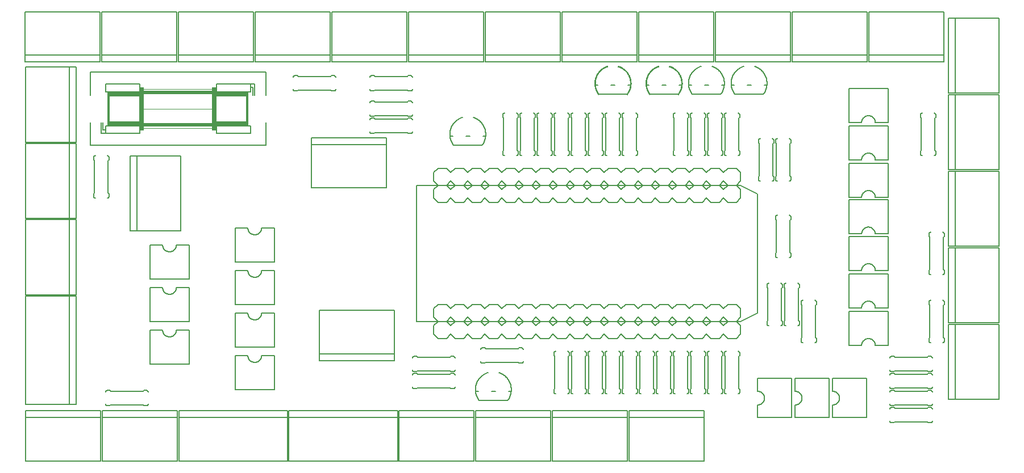
<source format=gto>
G75*
%MOIN*%
%OFA0B0*%
%FSLAX25Y25*%
%IPPOS*%
%LPD*%
%AMOC8*
5,1,8,0,0,1.08239X$1,22.5*
%
%ADD10C,0.00500*%
%ADD11C,0.00800*%
%ADD12C,0.00600*%
%ADD13C,0.00060*%
%ADD14C,0.00200*%
%ADD15R,0.01500X0.16000*%
%ADD16R,0.03500X0.00500*%
%ADD17R,0.02500X0.04500*%
%ADD18R,0.02500X0.16000*%
%ADD19R,0.40000X0.02000*%
%ADD20R,0.15500X0.00500*%
%ADD21R,0.19000X0.02000*%
D10*
X0299094Y0065255D02*
X0315586Y0065255D01*
X0316213Y0070755D02*
X0317793Y0070755D01*
X0308467Y0070755D02*
X0306213Y0070755D01*
X0299094Y0065255D02*
X0298941Y0065454D01*
X0298793Y0065656D01*
X0298650Y0065861D01*
X0298512Y0066070D01*
X0298379Y0066282D01*
X0298251Y0066497D01*
X0298129Y0066715D01*
X0298011Y0066936D01*
X0297899Y0067160D01*
X0297792Y0067386D01*
X0297691Y0067615D01*
X0297595Y0067846D01*
X0297504Y0068080D01*
X0297419Y0068315D01*
X0297340Y0068553D01*
X0297267Y0068792D01*
X0297199Y0069033D01*
X0297137Y0069275D01*
X0297081Y0069519D01*
X0297030Y0069765D01*
X0296986Y0070011D01*
X0296947Y0070258D01*
X0296915Y0070506D01*
X0296888Y0070755D01*
X0298467Y0070755D01*
X0296888Y0070755D02*
X0296866Y0071010D01*
X0296851Y0071266D01*
X0296843Y0071522D01*
X0296840Y0071779D01*
X0296844Y0072035D01*
X0296854Y0072291D01*
X0296870Y0072547D01*
X0296892Y0072802D01*
X0296921Y0073057D01*
X0296956Y0073311D01*
X0296997Y0073564D01*
X0297044Y0073816D01*
X0297098Y0074066D01*
X0297157Y0074315D01*
X0297223Y0074563D01*
X0297294Y0074809D01*
X0297372Y0075054D01*
X0297455Y0075296D01*
X0297544Y0075536D01*
X0297640Y0075774D01*
X0297741Y0076010D01*
X0297847Y0076243D01*
X0297960Y0076473D01*
X0298078Y0076701D01*
X0298201Y0076925D01*
X0298330Y0077147D01*
X0298464Y0077365D01*
X0298604Y0077580D01*
X0298749Y0077791D01*
X0298899Y0077999D01*
X0299053Y0078203D01*
X0299213Y0078404D01*
X0299378Y0078600D01*
X0299547Y0078792D01*
X0299722Y0078981D01*
X0299900Y0079164D01*
X0300083Y0079344D01*
X0300271Y0079519D01*
X0300462Y0079689D01*
X0300658Y0079854D01*
X0300858Y0080015D01*
X0301061Y0080171D01*
X0301268Y0080321D01*
X0301479Y0080467D01*
X0301694Y0080608D01*
X0301911Y0080743D01*
X0302132Y0080873D01*
X0302356Y0080997D01*
X0302583Y0081116D01*
X0302813Y0081229D01*
X0303046Y0081337D01*
X0303281Y0081439D01*
X0303519Y0081535D01*
X0303758Y0081625D01*
X0304000Y0081710D01*
X0304244Y0081788D01*
X0310436Y0081788D02*
X0310678Y0081710D01*
X0310918Y0081626D01*
X0311156Y0081537D01*
X0311392Y0081442D01*
X0311626Y0081340D01*
X0311857Y0081234D01*
X0312085Y0081121D01*
X0312311Y0081004D01*
X0312534Y0080881D01*
X0312753Y0080752D01*
X0312970Y0080618D01*
X0313183Y0080479D01*
X0313393Y0080335D01*
X0313599Y0080186D01*
X0313801Y0080032D01*
X0314000Y0079873D01*
X0314195Y0079709D01*
X0314386Y0079540D01*
X0314572Y0079367D01*
X0314755Y0079190D01*
X0314933Y0079008D01*
X0315106Y0078822D01*
X0315275Y0078631D01*
X0315439Y0078437D01*
X0315599Y0078239D01*
X0315754Y0078037D01*
X0315903Y0077831D01*
X0316048Y0077622D01*
X0316188Y0077409D01*
X0316322Y0077193D01*
X0316451Y0076973D01*
X0316575Y0076751D01*
X0316694Y0076526D01*
X0316806Y0076298D01*
X0316914Y0076067D01*
X0317015Y0075834D01*
X0317111Y0075598D01*
X0317202Y0075360D01*
X0317286Y0075120D01*
X0317365Y0074878D01*
X0317438Y0074634D01*
X0317504Y0074388D01*
X0317565Y0074141D01*
X0317620Y0073893D01*
X0317669Y0073643D01*
X0317712Y0073392D01*
X0317748Y0073140D01*
X0317779Y0072888D01*
X0317803Y0072634D01*
X0317821Y0072381D01*
X0317833Y0072126D01*
X0317839Y0071872D01*
X0317839Y0071617D01*
X0317833Y0071363D01*
X0317820Y0071109D01*
X0317801Y0070855D01*
X0317776Y0070602D01*
X0317745Y0070349D01*
X0317708Y0070097D01*
X0317665Y0069847D01*
X0317616Y0069597D01*
X0317560Y0069348D01*
X0317499Y0069101D01*
X0317432Y0068856D01*
X0317359Y0068612D01*
X0317280Y0068370D01*
X0317195Y0068131D01*
X0317104Y0067893D01*
X0317007Y0067657D01*
X0316905Y0067424D01*
X0316797Y0067194D01*
X0316684Y0066966D01*
X0316565Y0066741D01*
X0316441Y0066519D01*
X0316311Y0066300D01*
X0316177Y0066084D01*
X0316037Y0065871D01*
X0315891Y0065662D01*
X0315741Y0065457D01*
X0315586Y0065255D01*
X0300586Y0215255D02*
X0284094Y0215255D01*
X0283467Y0220755D02*
X0281888Y0220755D01*
X0291213Y0220755D02*
X0293467Y0220755D01*
X0284094Y0215255D02*
X0283941Y0215454D01*
X0283793Y0215656D01*
X0283650Y0215861D01*
X0283512Y0216070D01*
X0283379Y0216282D01*
X0283251Y0216497D01*
X0283129Y0216715D01*
X0283011Y0216936D01*
X0282899Y0217160D01*
X0282792Y0217386D01*
X0282691Y0217615D01*
X0282595Y0217846D01*
X0282504Y0218080D01*
X0282419Y0218315D01*
X0282340Y0218553D01*
X0282267Y0218792D01*
X0282199Y0219033D01*
X0282137Y0219275D01*
X0282081Y0219519D01*
X0282030Y0219765D01*
X0281986Y0220011D01*
X0281947Y0220258D01*
X0281915Y0220506D01*
X0281888Y0220755D01*
X0281866Y0221010D01*
X0281851Y0221266D01*
X0281843Y0221522D01*
X0281840Y0221779D01*
X0281844Y0222035D01*
X0281854Y0222291D01*
X0281870Y0222547D01*
X0281892Y0222802D01*
X0281921Y0223057D01*
X0281956Y0223311D01*
X0281997Y0223564D01*
X0282044Y0223816D01*
X0282098Y0224066D01*
X0282157Y0224315D01*
X0282223Y0224563D01*
X0282294Y0224809D01*
X0282372Y0225054D01*
X0282455Y0225296D01*
X0282544Y0225536D01*
X0282640Y0225774D01*
X0282741Y0226010D01*
X0282847Y0226243D01*
X0282960Y0226473D01*
X0283078Y0226701D01*
X0283201Y0226925D01*
X0283330Y0227147D01*
X0283464Y0227365D01*
X0283604Y0227580D01*
X0283749Y0227791D01*
X0283899Y0227999D01*
X0284053Y0228203D01*
X0284213Y0228404D01*
X0284378Y0228600D01*
X0284547Y0228792D01*
X0284722Y0228981D01*
X0284900Y0229164D01*
X0285083Y0229344D01*
X0285271Y0229519D01*
X0285462Y0229689D01*
X0285658Y0229854D01*
X0285858Y0230015D01*
X0286061Y0230171D01*
X0286268Y0230321D01*
X0286479Y0230467D01*
X0286694Y0230608D01*
X0286911Y0230743D01*
X0287132Y0230873D01*
X0287356Y0230997D01*
X0287583Y0231116D01*
X0287813Y0231229D01*
X0288046Y0231337D01*
X0288281Y0231439D01*
X0288519Y0231535D01*
X0288758Y0231625D01*
X0289000Y0231710D01*
X0289244Y0231788D01*
X0295436Y0231788D02*
X0295678Y0231710D01*
X0295918Y0231626D01*
X0296156Y0231537D01*
X0296392Y0231442D01*
X0296626Y0231340D01*
X0296857Y0231234D01*
X0297085Y0231121D01*
X0297311Y0231004D01*
X0297534Y0230881D01*
X0297753Y0230752D01*
X0297970Y0230618D01*
X0298183Y0230479D01*
X0298393Y0230335D01*
X0298599Y0230186D01*
X0298801Y0230032D01*
X0299000Y0229873D01*
X0299195Y0229709D01*
X0299386Y0229540D01*
X0299572Y0229367D01*
X0299755Y0229190D01*
X0299933Y0229008D01*
X0300106Y0228822D01*
X0300275Y0228631D01*
X0300439Y0228437D01*
X0300599Y0228239D01*
X0300754Y0228037D01*
X0300903Y0227831D01*
X0301048Y0227622D01*
X0301188Y0227409D01*
X0301322Y0227193D01*
X0301451Y0226973D01*
X0301575Y0226751D01*
X0301694Y0226526D01*
X0301806Y0226298D01*
X0301914Y0226067D01*
X0302015Y0225834D01*
X0302111Y0225598D01*
X0302202Y0225360D01*
X0302286Y0225120D01*
X0302365Y0224878D01*
X0302438Y0224634D01*
X0302504Y0224388D01*
X0302565Y0224141D01*
X0302620Y0223893D01*
X0302669Y0223643D01*
X0302712Y0223392D01*
X0302748Y0223140D01*
X0302779Y0222888D01*
X0302803Y0222634D01*
X0302821Y0222381D01*
X0302833Y0222126D01*
X0302839Y0221872D01*
X0302839Y0221617D01*
X0302833Y0221363D01*
X0302820Y0221109D01*
X0302801Y0220855D01*
X0302776Y0220602D01*
X0302745Y0220349D01*
X0302708Y0220097D01*
X0302665Y0219847D01*
X0302616Y0219597D01*
X0302560Y0219348D01*
X0302499Y0219101D01*
X0302432Y0218856D01*
X0302359Y0218612D01*
X0302280Y0218370D01*
X0302195Y0218131D01*
X0302104Y0217893D01*
X0302007Y0217657D01*
X0301905Y0217424D01*
X0301797Y0217194D01*
X0301684Y0216966D01*
X0301565Y0216741D01*
X0301441Y0216519D01*
X0301311Y0216300D01*
X0301177Y0216084D01*
X0301037Y0215871D01*
X0300891Y0215662D01*
X0300741Y0215457D01*
X0300586Y0215255D01*
X0301213Y0220755D02*
X0302793Y0220755D01*
X0421888Y0250755D02*
X0423467Y0250755D01*
X0424094Y0245255D02*
X0440586Y0245255D01*
X0441213Y0250755D02*
X0442793Y0250755D01*
X0446888Y0250755D02*
X0448467Y0250755D01*
X0449094Y0245255D02*
X0465586Y0245255D01*
X0466213Y0250755D02*
X0467793Y0250755D01*
X0458467Y0250755D02*
X0456213Y0250755D01*
X0449094Y0245255D02*
X0448941Y0245454D01*
X0448793Y0245656D01*
X0448650Y0245861D01*
X0448512Y0246070D01*
X0448379Y0246282D01*
X0448251Y0246497D01*
X0448129Y0246715D01*
X0448011Y0246936D01*
X0447899Y0247160D01*
X0447792Y0247386D01*
X0447691Y0247615D01*
X0447595Y0247846D01*
X0447504Y0248080D01*
X0447419Y0248315D01*
X0447340Y0248553D01*
X0447267Y0248792D01*
X0447199Y0249033D01*
X0447137Y0249275D01*
X0447081Y0249519D01*
X0447030Y0249765D01*
X0446986Y0250011D01*
X0446947Y0250258D01*
X0446915Y0250506D01*
X0446888Y0250755D01*
X0446866Y0251010D01*
X0446851Y0251266D01*
X0446843Y0251522D01*
X0446840Y0251779D01*
X0446844Y0252035D01*
X0446854Y0252291D01*
X0446870Y0252547D01*
X0446892Y0252802D01*
X0446921Y0253057D01*
X0446956Y0253311D01*
X0446997Y0253564D01*
X0447044Y0253816D01*
X0447098Y0254066D01*
X0447157Y0254315D01*
X0447223Y0254563D01*
X0447294Y0254809D01*
X0447372Y0255054D01*
X0447455Y0255296D01*
X0447544Y0255536D01*
X0447640Y0255774D01*
X0447741Y0256010D01*
X0447847Y0256243D01*
X0447960Y0256473D01*
X0448078Y0256701D01*
X0448201Y0256925D01*
X0448330Y0257147D01*
X0448464Y0257365D01*
X0448604Y0257580D01*
X0448749Y0257791D01*
X0448899Y0257999D01*
X0449053Y0258203D01*
X0449213Y0258404D01*
X0449378Y0258600D01*
X0449547Y0258792D01*
X0449722Y0258981D01*
X0449900Y0259164D01*
X0450083Y0259344D01*
X0450271Y0259519D01*
X0450462Y0259689D01*
X0450658Y0259854D01*
X0450858Y0260015D01*
X0451061Y0260171D01*
X0451268Y0260321D01*
X0451479Y0260467D01*
X0451694Y0260608D01*
X0451911Y0260743D01*
X0452132Y0260873D01*
X0452356Y0260997D01*
X0452583Y0261116D01*
X0452813Y0261229D01*
X0453046Y0261337D01*
X0453281Y0261439D01*
X0453519Y0261535D01*
X0453758Y0261625D01*
X0454000Y0261710D01*
X0454244Y0261788D01*
X0460436Y0261788D02*
X0460678Y0261710D01*
X0460918Y0261626D01*
X0461156Y0261537D01*
X0461392Y0261442D01*
X0461626Y0261340D01*
X0461857Y0261234D01*
X0462085Y0261121D01*
X0462311Y0261004D01*
X0462534Y0260881D01*
X0462753Y0260752D01*
X0462970Y0260618D01*
X0463183Y0260479D01*
X0463393Y0260335D01*
X0463599Y0260186D01*
X0463801Y0260032D01*
X0464000Y0259873D01*
X0464195Y0259709D01*
X0464386Y0259540D01*
X0464572Y0259367D01*
X0464755Y0259190D01*
X0464933Y0259008D01*
X0465106Y0258822D01*
X0465275Y0258631D01*
X0465439Y0258437D01*
X0465599Y0258239D01*
X0465754Y0258037D01*
X0465903Y0257831D01*
X0466048Y0257622D01*
X0466188Y0257409D01*
X0466322Y0257193D01*
X0466451Y0256973D01*
X0466575Y0256751D01*
X0466694Y0256526D01*
X0466806Y0256298D01*
X0466914Y0256067D01*
X0467015Y0255834D01*
X0467111Y0255598D01*
X0467202Y0255360D01*
X0467286Y0255120D01*
X0467365Y0254878D01*
X0467438Y0254634D01*
X0467504Y0254388D01*
X0467565Y0254141D01*
X0467620Y0253893D01*
X0467669Y0253643D01*
X0467712Y0253392D01*
X0467748Y0253140D01*
X0467779Y0252888D01*
X0467803Y0252634D01*
X0467821Y0252381D01*
X0467833Y0252126D01*
X0467839Y0251872D01*
X0467839Y0251617D01*
X0467833Y0251363D01*
X0467820Y0251109D01*
X0467801Y0250855D01*
X0467776Y0250602D01*
X0467745Y0250349D01*
X0467708Y0250097D01*
X0467665Y0249847D01*
X0467616Y0249597D01*
X0467560Y0249348D01*
X0467499Y0249101D01*
X0467432Y0248856D01*
X0467359Y0248612D01*
X0467280Y0248370D01*
X0467195Y0248131D01*
X0467104Y0247893D01*
X0467007Y0247657D01*
X0466905Y0247424D01*
X0466797Y0247194D01*
X0466684Y0246966D01*
X0466565Y0246741D01*
X0466441Y0246519D01*
X0466311Y0246300D01*
X0466177Y0246084D01*
X0466037Y0245871D01*
X0465891Y0245662D01*
X0465741Y0245457D01*
X0465586Y0245255D01*
X0433467Y0250755D02*
X0431213Y0250755D01*
X0424094Y0245255D02*
X0423941Y0245454D01*
X0423793Y0245656D01*
X0423650Y0245861D01*
X0423512Y0246070D01*
X0423379Y0246282D01*
X0423251Y0246497D01*
X0423129Y0246715D01*
X0423011Y0246936D01*
X0422899Y0247160D01*
X0422792Y0247386D01*
X0422691Y0247615D01*
X0422595Y0247846D01*
X0422504Y0248080D01*
X0422419Y0248315D01*
X0422340Y0248553D01*
X0422267Y0248792D01*
X0422199Y0249033D01*
X0422137Y0249275D01*
X0422081Y0249519D01*
X0422030Y0249765D01*
X0421986Y0250011D01*
X0421947Y0250258D01*
X0421915Y0250506D01*
X0421888Y0250755D01*
X0421866Y0251010D01*
X0421851Y0251266D01*
X0421843Y0251522D01*
X0421840Y0251779D01*
X0421844Y0252035D01*
X0421854Y0252291D01*
X0421870Y0252547D01*
X0421892Y0252802D01*
X0421921Y0253057D01*
X0421956Y0253311D01*
X0421997Y0253564D01*
X0422044Y0253816D01*
X0422098Y0254066D01*
X0422157Y0254315D01*
X0422223Y0254563D01*
X0422294Y0254809D01*
X0422372Y0255054D01*
X0422455Y0255296D01*
X0422544Y0255536D01*
X0422640Y0255774D01*
X0422741Y0256010D01*
X0422847Y0256243D01*
X0422960Y0256473D01*
X0423078Y0256701D01*
X0423201Y0256925D01*
X0423330Y0257147D01*
X0423464Y0257365D01*
X0423604Y0257580D01*
X0423749Y0257791D01*
X0423899Y0257999D01*
X0424053Y0258203D01*
X0424213Y0258404D01*
X0424378Y0258600D01*
X0424547Y0258792D01*
X0424722Y0258981D01*
X0424900Y0259164D01*
X0425083Y0259344D01*
X0425271Y0259519D01*
X0425462Y0259689D01*
X0425658Y0259854D01*
X0425858Y0260015D01*
X0426061Y0260171D01*
X0426268Y0260321D01*
X0426479Y0260467D01*
X0426694Y0260608D01*
X0426911Y0260743D01*
X0427132Y0260873D01*
X0427356Y0260997D01*
X0427583Y0261116D01*
X0427813Y0261229D01*
X0428046Y0261337D01*
X0428281Y0261439D01*
X0428519Y0261535D01*
X0428758Y0261625D01*
X0429000Y0261710D01*
X0429244Y0261788D01*
X0435436Y0261788D02*
X0435678Y0261710D01*
X0435918Y0261626D01*
X0436156Y0261537D01*
X0436392Y0261442D01*
X0436626Y0261340D01*
X0436857Y0261234D01*
X0437085Y0261121D01*
X0437311Y0261004D01*
X0437534Y0260881D01*
X0437753Y0260752D01*
X0437970Y0260618D01*
X0438183Y0260479D01*
X0438393Y0260335D01*
X0438599Y0260186D01*
X0438801Y0260032D01*
X0439000Y0259873D01*
X0439195Y0259709D01*
X0439386Y0259540D01*
X0439572Y0259367D01*
X0439755Y0259190D01*
X0439933Y0259008D01*
X0440106Y0258822D01*
X0440275Y0258631D01*
X0440439Y0258437D01*
X0440599Y0258239D01*
X0440754Y0258037D01*
X0440903Y0257831D01*
X0441048Y0257622D01*
X0441188Y0257409D01*
X0441322Y0257193D01*
X0441451Y0256973D01*
X0441575Y0256751D01*
X0441694Y0256526D01*
X0441806Y0256298D01*
X0441914Y0256067D01*
X0442015Y0255834D01*
X0442111Y0255598D01*
X0442202Y0255360D01*
X0442286Y0255120D01*
X0442365Y0254878D01*
X0442438Y0254634D01*
X0442504Y0254388D01*
X0442565Y0254141D01*
X0442620Y0253893D01*
X0442669Y0253643D01*
X0442712Y0253392D01*
X0442748Y0253140D01*
X0442779Y0252888D01*
X0442803Y0252634D01*
X0442821Y0252381D01*
X0442833Y0252126D01*
X0442839Y0251872D01*
X0442839Y0251617D01*
X0442833Y0251363D01*
X0442820Y0251109D01*
X0442801Y0250855D01*
X0442776Y0250602D01*
X0442745Y0250349D01*
X0442708Y0250097D01*
X0442665Y0249847D01*
X0442616Y0249597D01*
X0442560Y0249348D01*
X0442499Y0249101D01*
X0442432Y0248856D01*
X0442359Y0248612D01*
X0442280Y0248370D01*
X0442195Y0248131D01*
X0442104Y0247893D01*
X0442007Y0247657D01*
X0441905Y0247424D01*
X0441797Y0247194D01*
X0441684Y0246966D01*
X0441565Y0246741D01*
X0441441Y0246519D01*
X0441311Y0246300D01*
X0441177Y0246084D01*
X0441037Y0245871D01*
X0440891Y0245662D01*
X0440741Y0245457D01*
X0440586Y0245255D01*
D11*
X0032950Y0055310D02*
X0032950Y0029719D01*
X0077045Y0029719D01*
X0077045Y0055310D01*
X0032950Y0055310D01*
X0032950Y0059247D01*
X0077045Y0059247D01*
X0077045Y0055310D01*
X0077950Y0055310D02*
X0077950Y0059247D01*
X0122045Y0059247D01*
X0122045Y0055310D01*
X0077950Y0055310D01*
X0077950Y0029719D01*
X0122045Y0029719D01*
X0122045Y0055310D01*
X0122895Y0055310D02*
X0122895Y0059247D01*
X0186675Y0059247D01*
X0186675Y0055310D01*
X0122895Y0055310D01*
X0122895Y0029719D01*
X0186675Y0029719D01*
X0186675Y0055310D01*
X0187395Y0055310D02*
X0187395Y0059247D01*
X0251175Y0059247D01*
X0251175Y0055310D01*
X0187395Y0055310D01*
X0187395Y0029719D01*
X0251175Y0029719D01*
X0251175Y0055310D01*
X0251950Y0055310D02*
X0251950Y0059247D01*
X0296045Y0059247D01*
X0296045Y0055310D01*
X0251950Y0055310D01*
X0251950Y0029719D01*
X0296045Y0029719D01*
X0296045Y0055310D01*
X0296950Y0055310D02*
X0296950Y0059247D01*
X0341045Y0059247D01*
X0341045Y0055310D01*
X0296950Y0055310D01*
X0296950Y0029719D01*
X0341045Y0029719D01*
X0341045Y0055310D01*
X0341950Y0055310D02*
X0341950Y0059247D01*
X0386045Y0059247D01*
X0386045Y0055310D01*
X0341950Y0055310D01*
X0341950Y0029719D01*
X0386045Y0029719D01*
X0386045Y0055310D01*
X0386950Y0055310D02*
X0386950Y0059247D01*
X0431045Y0059247D01*
X0431045Y0055310D01*
X0386950Y0055310D01*
X0386950Y0029719D01*
X0431045Y0029719D01*
X0431045Y0055310D01*
X0429840Y0101755D02*
X0424840Y0101755D01*
X0422340Y0104255D01*
X0419840Y0101755D01*
X0414840Y0101755D01*
X0412340Y0104255D01*
X0409840Y0101755D01*
X0404840Y0101755D01*
X0402340Y0104255D01*
X0399840Y0101755D01*
X0394840Y0101755D01*
X0392340Y0104255D01*
X0389840Y0101755D01*
X0384840Y0101755D01*
X0382340Y0104255D01*
X0379840Y0101755D01*
X0374840Y0101755D01*
X0372340Y0104255D01*
X0369840Y0101755D01*
X0364840Y0101755D01*
X0362340Y0104255D01*
X0359840Y0101755D01*
X0354840Y0101755D01*
X0352340Y0104255D01*
X0349840Y0101755D01*
X0344840Y0101755D01*
X0342340Y0104255D01*
X0339840Y0101755D01*
X0334840Y0101755D01*
X0332340Y0104255D01*
X0329840Y0101755D01*
X0324840Y0101755D01*
X0322340Y0104255D01*
X0319840Y0101755D01*
X0314840Y0101755D01*
X0312340Y0104255D01*
X0309840Y0101755D01*
X0304840Y0101755D01*
X0302340Y0104255D01*
X0299840Y0101755D01*
X0294840Y0101755D01*
X0292340Y0104255D01*
X0289840Y0101755D01*
X0284840Y0101755D01*
X0282340Y0104255D01*
X0279840Y0101755D01*
X0274840Y0101755D01*
X0272340Y0104255D01*
X0272340Y0109255D01*
X0274840Y0111755D01*
X0279840Y0111755D01*
X0282340Y0114255D01*
X0284840Y0111755D01*
X0289840Y0111755D01*
X0292340Y0114255D01*
X0294840Y0111755D01*
X0299840Y0111755D01*
X0302340Y0114255D01*
X0304840Y0111755D01*
X0309840Y0111755D01*
X0312340Y0114255D01*
X0314840Y0111755D01*
X0319840Y0111755D01*
X0322340Y0114255D01*
X0324840Y0111755D01*
X0329840Y0111755D01*
X0332340Y0114255D01*
X0334840Y0111755D01*
X0339840Y0111755D01*
X0342340Y0114255D01*
X0344840Y0111755D01*
X0349840Y0111755D01*
X0352340Y0114255D01*
X0354840Y0111755D01*
X0359840Y0111755D01*
X0362340Y0114255D01*
X0364840Y0111755D01*
X0369840Y0111755D01*
X0372340Y0114255D01*
X0374840Y0111755D01*
X0379840Y0111755D01*
X0382340Y0114255D01*
X0384840Y0111755D01*
X0389840Y0111755D01*
X0392340Y0114255D01*
X0394840Y0111755D01*
X0399840Y0111755D01*
X0402340Y0114255D01*
X0404840Y0111755D01*
X0409840Y0111755D01*
X0412340Y0114255D01*
X0414840Y0111755D01*
X0419840Y0111755D01*
X0422340Y0114255D01*
X0424840Y0111755D01*
X0429840Y0111755D01*
X0432340Y0114255D01*
X0434840Y0111755D01*
X0439840Y0111755D01*
X0442340Y0114255D01*
X0444840Y0111755D01*
X0449840Y0111755D01*
X0452340Y0114255D01*
X0452340Y0119255D01*
X0449840Y0121755D01*
X0444840Y0121755D01*
X0442340Y0119255D01*
X0439840Y0121755D01*
X0434840Y0121755D01*
X0432340Y0119255D01*
X0429840Y0121755D01*
X0424840Y0121755D01*
X0422340Y0119255D01*
X0419840Y0121755D01*
X0414840Y0121755D01*
X0412340Y0119255D01*
X0409840Y0121755D01*
X0404840Y0121755D01*
X0402340Y0119255D01*
X0399840Y0121755D01*
X0394840Y0121755D01*
X0392340Y0119255D01*
X0389840Y0121755D01*
X0384840Y0121755D01*
X0382340Y0119255D01*
X0379840Y0121755D01*
X0374840Y0121755D01*
X0372340Y0119255D01*
X0369840Y0121755D01*
X0364840Y0121755D01*
X0362340Y0119255D01*
X0359840Y0121755D01*
X0354840Y0121755D01*
X0352340Y0119255D01*
X0349840Y0121755D01*
X0344840Y0121755D01*
X0342340Y0119255D01*
X0339840Y0121755D01*
X0334840Y0121755D01*
X0332340Y0119255D01*
X0329840Y0121755D01*
X0324840Y0121755D01*
X0322340Y0119255D01*
X0319840Y0121755D01*
X0314840Y0121755D01*
X0312340Y0119255D01*
X0309840Y0121755D01*
X0304840Y0121755D01*
X0302340Y0119255D01*
X0299840Y0121755D01*
X0294840Y0121755D01*
X0292340Y0119255D01*
X0289840Y0121755D01*
X0284840Y0121755D01*
X0282340Y0119255D01*
X0279840Y0121755D01*
X0274840Y0121755D01*
X0272340Y0119255D01*
X0272340Y0114255D01*
X0274840Y0111755D01*
X0279840Y0111755D02*
X0282340Y0109255D01*
X0284840Y0111755D01*
X0289840Y0111755D02*
X0292340Y0109255D01*
X0294840Y0111755D01*
X0299840Y0111755D02*
X0302340Y0109255D01*
X0304840Y0111755D01*
X0309840Y0111755D02*
X0312340Y0109255D01*
X0314840Y0111755D01*
X0319840Y0111755D02*
X0322340Y0109255D01*
X0324840Y0111755D01*
X0329840Y0111755D02*
X0332340Y0109255D01*
X0334840Y0111755D01*
X0339840Y0111755D02*
X0342340Y0109255D01*
X0344840Y0111755D01*
X0349840Y0111755D02*
X0352340Y0109255D01*
X0354840Y0111755D01*
X0359840Y0111755D02*
X0362340Y0109255D01*
X0364840Y0111755D01*
X0369840Y0111755D02*
X0372340Y0109255D01*
X0374840Y0111755D01*
X0379840Y0111755D02*
X0382340Y0109255D01*
X0384840Y0111755D01*
X0389840Y0111755D02*
X0392340Y0109255D01*
X0394840Y0111755D01*
X0399840Y0111755D02*
X0402340Y0109255D01*
X0404840Y0111755D01*
X0409840Y0111755D02*
X0412340Y0109255D01*
X0414840Y0111755D01*
X0419840Y0111755D02*
X0422340Y0109255D01*
X0424840Y0111755D01*
X0429840Y0111755D02*
X0432340Y0109255D01*
X0434840Y0111755D01*
X0439840Y0111755D02*
X0442340Y0109255D01*
X0444840Y0111755D01*
X0449840Y0111755D02*
X0452340Y0109255D01*
X0452340Y0104255D01*
X0449840Y0101755D01*
X0444840Y0101755D01*
X0442340Y0104255D01*
X0439840Y0101755D01*
X0434840Y0101755D01*
X0432340Y0104255D01*
X0429840Y0101755D01*
X0452340Y0111755D02*
X0262340Y0111755D01*
X0262340Y0191755D01*
X0452340Y0191755D01*
X0462340Y0186755D01*
X0462340Y0116755D01*
X0452340Y0111755D01*
X0574348Y0110865D02*
X0574348Y0154960D01*
X0578285Y0154960D01*
X0578285Y0110865D01*
X0574348Y0110865D01*
X0574348Y0109960D02*
X0578285Y0109960D01*
X0578285Y0065865D01*
X0574348Y0065865D01*
X0574348Y0109960D01*
X0578285Y0109960D02*
X0603876Y0109960D01*
X0603876Y0065865D01*
X0578285Y0065865D01*
X0578285Y0110865D02*
X0603876Y0110865D01*
X0603876Y0154960D01*
X0578285Y0154960D01*
X0578285Y0155865D02*
X0578285Y0199960D01*
X0603876Y0199960D01*
X0603876Y0155865D01*
X0578285Y0155865D01*
X0574348Y0155865D01*
X0574348Y0199960D01*
X0578285Y0199960D01*
X0578285Y0200865D02*
X0578285Y0244960D01*
X0603876Y0244960D01*
X0603876Y0200865D01*
X0578285Y0200865D01*
X0574348Y0200865D01*
X0574348Y0244960D01*
X0578285Y0244960D01*
X0578285Y0245865D02*
X0578285Y0289960D01*
X0603876Y0289960D01*
X0603876Y0245865D01*
X0578285Y0245865D01*
X0574348Y0245865D01*
X0574348Y0289960D01*
X0578285Y0289960D01*
X0571730Y0293790D02*
X0571730Y0268200D01*
X0527636Y0268200D01*
X0527636Y0293790D01*
X0571730Y0293790D01*
X0526730Y0293790D02*
X0526730Y0268200D01*
X0482636Y0268200D01*
X0482636Y0293790D01*
X0526730Y0293790D01*
X0481730Y0293790D02*
X0481730Y0268200D01*
X0437636Y0268200D01*
X0437636Y0293790D01*
X0481730Y0293790D01*
X0436730Y0293790D02*
X0436730Y0268200D01*
X0392636Y0268200D01*
X0392636Y0293790D01*
X0436730Y0293790D01*
X0391730Y0293790D02*
X0391730Y0268200D01*
X0347636Y0268200D01*
X0347636Y0293790D01*
X0391730Y0293790D01*
X0346730Y0293790D02*
X0346730Y0268200D01*
X0302636Y0268200D01*
X0302636Y0293790D01*
X0346730Y0293790D01*
X0301730Y0293790D02*
X0301730Y0268200D01*
X0257636Y0268200D01*
X0257636Y0293790D01*
X0301730Y0293790D01*
X0256730Y0293790D02*
X0256730Y0268200D01*
X0212636Y0268200D01*
X0212636Y0293790D01*
X0256730Y0293790D01*
X0211730Y0293790D02*
X0211730Y0268200D01*
X0167636Y0268200D01*
X0167636Y0293790D01*
X0211730Y0293790D01*
X0166730Y0293790D02*
X0166730Y0268200D01*
X0122636Y0268200D01*
X0122636Y0293790D01*
X0166730Y0293790D01*
X0121730Y0293790D02*
X0121730Y0268200D01*
X0077636Y0268200D01*
X0077636Y0293790D01*
X0121730Y0293790D01*
X0076730Y0293790D02*
X0076730Y0268200D01*
X0032636Y0268200D01*
X0032636Y0293790D01*
X0076730Y0293790D01*
X0076730Y0268200D02*
X0076730Y0264263D01*
X0032636Y0264263D01*
X0032636Y0268200D01*
X0033057Y0261208D02*
X0058647Y0261208D01*
X0058647Y0217113D01*
X0033057Y0217113D01*
X0033057Y0261208D01*
X0058647Y0261208D02*
X0062584Y0261208D01*
X0062584Y0217113D01*
X0058647Y0217113D01*
X0058647Y0216318D02*
X0058647Y0172223D01*
X0033057Y0172223D01*
X0033057Y0216318D01*
X0058647Y0216318D01*
X0062584Y0216318D01*
X0062584Y0172223D01*
X0058647Y0172223D01*
X0058647Y0171617D02*
X0058647Y0127523D01*
X0033057Y0127523D01*
X0033057Y0171617D01*
X0058647Y0171617D01*
X0062584Y0171617D01*
X0062584Y0127523D01*
X0058647Y0127523D01*
X0058647Y0126830D02*
X0058647Y0063050D01*
X0033057Y0063050D01*
X0033057Y0126830D01*
X0058647Y0126830D01*
X0062584Y0126830D01*
X0062584Y0063050D01*
X0058647Y0063050D01*
X0205136Y0088763D02*
X0205136Y0092700D01*
X0249230Y0092700D01*
X0249230Y0088763D01*
X0205136Y0088763D01*
X0205136Y0092700D02*
X0205136Y0118290D01*
X0249230Y0118290D01*
X0249230Y0092700D01*
X0123876Y0164865D02*
X0098285Y0164865D01*
X0098285Y0208960D01*
X0123876Y0208960D01*
X0123876Y0164865D01*
X0098285Y0164865D02*
X0094348Y0164865D01*
X0094348Y0208960D01*
X0098285Y0208960D01*
X0077636Y0264263D02*
X0077636Y0268200D01*
X0077636Y0264263D02*
X0121730Y0264263D01*
X0121730Y0268200D01*
X0122636Y0268200D02*
X0122636Y0264263D01*
X0166730Y0264263D01*
X0166730Y0268200D01*
X0167636Y0268200D02*
X0167636Y0264263D01*
X0211730Y0264263D01*
X0211730Y0268200D01*
X0212636Y0268200D02*
X0212636Y0264263D01*
X0256730Y0264263D01*
X0256730Y0268200D01*
X0257636Y0268200D02*
X0257636Y0264263D01*
X0301730Y0264263D01*
X0301730Y0268200D01*
X0302636Y0268200D02*
X0302636Y0264263D01*
X0346730Y0264263D01*
X0346730Y0268200D01*
X0347636Y0268200D02*
X0347636Y0264263D01*
X0391730Y0264263D01*
X0391730Y0268200D01*
X0392636Y0268200D02*
X0392636Y0264263D01*
X0436730Y0264263D01*
X0436730Y0268200D01*
X0437636Y0268200D02*
X0437636Y0264263D01*
X0481730Y0264263D01*
X0481730Y0268200D01*
X0482636Y0268200D02*
X0482636Y0264263D01*
X0526730Y0264263D01*
X0526730Y0268200D01*
X0527636Y0268200D02*
X0527636Y0264263D01*
X0571730Y0264263D01*
X0571730Y0268200D01*
X0452340Y0199255D02*
X0449840Y0201755D01*
X0444840Y0201755D01*
X0442340Y0199255D01*
X0439840Y0201755D01*
X0434840Y0201755D01*
X0432340Y0199255D01*
X0429840Y0201755D01*
X0424840Y0201755D01*
X0422340Y0199255D01*
X0419840Y0201755D01*
X0414840Y0201755D01*
X0412340Y0199255D01*
X0409840Y0201755D01*
X0404840Y0201755D01*
X0402340Y0199255D01*
X0399840Y0201755D01*
X0394840Y0201755D01*
X0392340Y0199255D01*
X0389840Y0201755D01*
X0384840Y0201755D01*
X0382340Y0199255D01*
X0379840Y0201755D01*
X0374840Y0201755D01*
X0372340Y0199255D01*
X0369840Y0201755D01*
X0364840Y0201755D01*
X0362340Y0199255D01*
X0359840Y0201755D01*
X0354840Y0201755D01*
X0352340Y0199255D01*
X0349840Y0201755D01*
X0344840Y0201755D01*
X0342340Y0199255D01*
X0339840Y0201755D01*
X0334840Y0201755D01*
X0332340Y0199255D01*
X0329840Y0201755D01*
X0324840Y0201755D01*
X0322340Y0199255D01*
X0319840Y0201755D01*
X0314840Y0201755D01*
X0312340Y0199255D01*
X0309840Y0201755D01*
X0304840Y0201755D01*
X0302340Y0199255D01*
X0299840Y0201755D01*
X0294840Y0201755D01*
X0292340Y0199255D01*
X0289840Y0201755D01*
X0284840Y0201755D01*
X0282340Y0199255D01*
X0279840Y0201755D01*
X0274840Y0201755D01*
X0272340Y0199255D01*
X0272340Y0194255D01*
X0274840Y0191755D01*
X0279840Y0191755D01*
X0282340Y0194255D01*
X0284840Y0191755D01*
X0289840Y0191755D01*
X0292340Y0194255D01*
X0294840Y0191755D01*
X0299840Y0191755D01*
X0302340Y0194255D01*
X0304840Y0191755D01*
X0309840Y0191755D01*
X0312340Y0194255D01*
X0314840Y0191755D01*
X0319840Y0191755D01*
X0322340Y0194255D01*
X0324840Y0191755D01*
X0329840Y0191755D01*
X0332340Y0194255D01*
X0334840Y0191755D01*
X0339840Y0191755D01*
X0342340Y0194255D01*
X0344840Y0191755D01*
X0349840Y0191755D01*
X0352340Y0194255D01*
X0354840Y0191755D01*
X0359840Y0191755D01*
X0362340Y0194255D01*
X0364840Y0191755D01*
X0369840Y0191755D01*
X0372340Y0194255D01*
X0374840Y0191755D01*
X0379840Y0191755D01*
X0382340Y0194255D01*
X0384840Y0191755D01*
X0389840Y0191755D01*
X0392340Y0194255D01*
X0394840Y0191755D01*
X0399840Y0191755D01*
X0402340Y0194255D01*
X0404840Y0191755D01*
X0409840Y0191755D01*
X0412340Y0194255D01*
X0414840Y0191755D01*
X0419840Y0191755D01*
X0422340Y0194255D01*
X0424840Y0191755D01*
X0429840Y0191755D01*
X0432340Y0194255D01*
X0434840Y0191755D01*
X0439840Y0191755D01*
X0442340Y0194255D01*
X0444840Y0191755D01*
X0449840Y0191755D01*
X0452340Y0194255D01*
X0452340Y0199255D01*
X0449840Y0191755D02*
X0452340Y0189255D01*
X0452340Y0184255D01*
X0449840Y0181755D01*
X0444840Y0181755D01*
X0442340Y0184255D01*
X0439840Y0181755D01*
X0434840Y0181755D01*
X0432340Y0184255D01*
X0429840Y0181755D01*
X0424840Y0181755D01*
X0422340Y0184255D01*
X0419840Y0181755D01*
X0414840Y0181755D01*
X0412340Y0184255D01*
X0409840Y0181755D01*
X0404840Y0181755D01*
X0402340Y0184255D01*
X0399840Y0181755D01*
X0394840Y0181755D01*
X0392340Y0184255D01*
X0389840Y0181755D01*
X0384840Y0181755D01*
X0382340Y0184255D01*
X0379840Y0181755D01*
X0374840Y0181755D01*
X0372340Y0184255D01*
X0369840Y0181755D01*
X0364840Y0181755D01*
X0362340Y0184255D01*
X0359840Y0181755D01*
X0354840Y0181755D01*
X0352340Y0184255D01*
X0349840Y0181755D01*
X0344840Y0181755D01*
X0342340Y0184255D01*
X0339840Y0181755D01*
X0334840Y0181755D01*
X0332340Y0184255D01*
X0329840Y0181755D01*
X0324840Y0181755D01*
X0322340Y0184255D01*
X0319840Y0181755D01*
X0314840Y0181755D01*
X0312340Y0184255D01*
X0309840Y0181755D01*
X0304840Y0181755D01*
X0302340Y0184255D01*
X0299840Y0181755D01*
X0294840Y0181755D01*
X0292340Y0184255D01*
X0289840Y0181755D01*
X0284840Y0181755D01*
X0282340Y0184255D01*
X0279840Y0181755D01*
X0274840Y0181755D01*
X0272340Y0184255D01*
X0272340Y0189255D01*
X0274840Y0191755D01*
X0279840Y0191755D02*
X0282340Y0189255D01*
X0284840Y0191755D01*
X0289840Y0191755D02*
X0292340Y0189255D01*
X0294840Y0191755D01*
X0299840Y0191755D02*
X0302340Y0189255D01*
X0304840Y0191755D01*
X0309840Y0191755D02*
X0312340Y0189255D01*
X0314840Y0191755D01*
X0319840Y0191755D02*
X0322340Y0189255D01*
X0324840Y0191755D01*
X0329840Y0191755D02*
X0332340Y0189255D01*
X0334840Y0191755D01*
X0339840Y0191755D02*
X0342340Y0189255D01*
X0344840Y0191755D01*
X0349840Y0191755D02*
X0352340Y0189255D01*
X0354840Y0191755D01*
X0359840Y0191755D02*
X0362340Y0189255D01*
X0364840Y0191755D01*
X0369840Y0191755D02*
X0372340Y0189255D01*
X0374840Y0191755D01*
X0379840Y0191755D02*
X0382340Y0189255D01*
X0384840Y0191755D01*
X0389840Y0191755D02*
X0392340Y0189255D01*
X0394840Y0191755D01*
X0399840Y0191755D02*
X0402340Y0189255D01*
X0404840Y0191755D01*
X0409840Y0191755D02*
X0412340Y0189255D01*
X0414840Y0191755D01*
X0419840Y0191755D02*
X0422340Y0189255D01*
X0424840Y0191755D01*
X0429840Y0191755D02*
X0432340Y0189255D01*
X0434840Y0191755D01*
X0439840Y0191755D02*
X0442340Y0189255D01*
X0444840Y0191755D01*
X0244545Y0190219D02*
X0244545Y0215810D01*
X0200450Y0215810D01*
X0200450Y0219747D01*
X0244545Y0219747D01*
X0244545Y0215810D01*
X0200450Y0215810D02*
X0200450Y0190219D01*
X0244545Y0190219D01*
D12*
X0237340Y0222255D02*
X0237840Y0222755D01*
X0256840Y0222755D01*
X0257340Y0222255D01*
X0258840Y0222255D01*
X0258900Y0222257D01*
X0258961Y0222262D01*
X0259020Y0222271D01*
X0259079Y0222284D01*
X0259138Y0222300D01*
X0259195Y0222320D01*
X0259250Y0222343D01*
X0259305Y0222370D01*
X0259357Y0222399D01*
X0259408Y0222432D01*
X0259457Y0222468D01*
X0259503Y0222506D01*
X0259547Y0222548D01*
X0259589Y0222592D01*
X0259627Y0222638D01*
X0259663Y0222687D01*
X0259696Y0222738D01*
X0259725Y0222790D01*
X0259752Y0222845D01*
X0259775Y0222900D01*
X0259795Y0222957D01*
X0259811Y0223016D01*
X0259824Y0223075D01*
X0259833Y0223134D01*
X0259838Y0223195D01*
X0259840Y0223255D01*
X0259840Y0230255D02*
X0259838Y0230315D01*
X0259833Y0230376D01*
X0259824Y0230435D01*
X0259811Y0230494D01*
X0259795Y0230553D01*
X0259775Y0230610D01*
X0259752Y0230665D01*
X0259725Y0230720D01*
X0259696Y0230772D01*
X0259663Y0230823D01*
X0259627Y0230872D01*
X0259589Y0230918D01*
X0259547Y0230962D01*
X0259503Y0231004D01*
X0259457Y0231042D01*
X0259408Y0231078D01*
X0259357Y0231111D01*
X0259305Y0231140D01*
X0259250Y0231167D01*
X0259195Y0231190D01*
X0259138Y0231210D01*
X0259079Y0231226D01*
X0259020Y0231239D01*
X0258961Y0231248D01*
X0258900Y0231253D01*
X0258840Y0231255D01*
X0257340Y0231255D01*
X0256840Y0230755D01*
X0237840Y0230755D01*
X0237340Y0231255D01*
X0235840Y0231255D01*
X0235840Y0232255D02*
X0237340Y0232255D01*
X0237840Y0232755D01*
X0256840Y0232755D01*
X0257340Y0232255D01*
X0258840Y0232255D01*
X0258900Y0232257D01*
X0258961Y0232262D01*
X0259020Y0232271D01*
X0259079Y0232284D01*
X0259138Y0232300D01*
X0259195Y0232320D01*
X0259250Y0232343D01*
X0259305Y0232370D01*
X0259357Y0232399D01*
X0259408Y0232432D01*
X0259457Y0232468D01*
X0259503Y0232506D01*
X0259547Y0232548D01*
X0259589Y0232592D01*
X0259627Y0232638D01*
X0259663Y0232687D01*
X0259696Y0232738D01*
X0259725Y0232790D01*
X0259752Y0232845D01*
X0259775Y0232900D01*
X0259795Y0232957D01*
X0259811Y0233016D01*
X0259824Y0233075D01*
X0259833Y0233134D01*
X0259838Y0233195D01*
X0259840Y0233255D01*
X0259840Y0240255D02*
X0259838Y0240315D01*
X0259833Y0240376D01*
X0259824Y0240435D01*
X0259811Y0240494D01*
X0259795Y0240553D01*
X0259775Y0240610D01*
X0259752Y0240665D01*
X0259725Y0240720D01*
X0259696Y0240772D01*
X0259663Y0240823D01*
X0259627Y0240872D01*
X0259589Y0240918D01*
X0259547Y0240962D01*
X0259503Y0241004D01*
X0259457Y0241042D01*
X0259408Y0241078D01*
X0259357Y0241111D01*
X0259305Y0241140D01*
X0259250Y0241167D01*
X0259195Y0241190D01*
X0259138Y0241210D01*
X0259079Y0241226D01*
X0259020Y0241239D01*
X0258961Y0241248D01*
X0258900Y0241253D01*
X0258840Y0241255D01*
X0257340Y0241255D01*
X0256840Y0240755D01*
X0237840Y0240755D01*
X0237340Y0241255D01*
X0235840Y0241255D01*
X0235780Y0241253D01*
X0235719Y0241248D01*
X0235660Y0241239D01*
X0235601Y0241226D01*
X0235542Y0241210D01*
X0235485Y0241190D01*
X0235430Y0241167D01*
X0235375Y0241140D01*
X0235323Y0241111D01*
X0235272Y0241078D01*
X0235223Y0241042D01*
X0235177Y0241004D01*
X0235133Y0240962D01*
X0235091Y0240918D01*
X0235053Y0240872D01*
X0235017Y0240823D01*
X0234984Y0240772D01*
X0234955Y0240720D01*
X0234928Y0240665D01*
X0234905Y0240610D01*
X0234885Y0240553D01*
X0234869Y0240494D01*
X0234856Y0240435D01*
X0234847Y0240376D01*
X0234842Y0240315D01*
X0234840Y0240255D01*
X0235840Y0247255D02*
X0237340Y0247255D01*
X0237840Y0247755D01*
X0256840Y0247755D01*
X0257340Y0247255D01*
X0258840Y0247255D01*
X0258900Y0247257D01*
X0258961Y0247262D01*
X0259020Y0247271D01*
X0259079Y0247284D01*
X0259138Y0247300D01*
X0259195Y0247320D01*
X0259250Y0247343D01*
X0259305Y0247370D01*
X0259357Y0247399D01*
X0259408Y0247432D01*
X0259457Y0247468D01*
X0259503Y0247506D01*
X0259547Y0247548D01*
X0259589Y0247592D01*
X0259627Y0247638D01*
X0259663Y0247687D01*
X0259696Y0247738D01*
X0259725Y0247790D01*
X0259752Y0247845D01*
X0259775Y0247900D01*
X0259795Y0247957D01*
X0259811Y0248016D01*
X0259824Y0248075D01*
X0259833Y0248134D01*
X0259838Y0248195D01*
X0259840Y0248255D01*
X0259840Y0255255D02*
X0259838Y0255315D01*
X0259833Y0255376D01*
X0259824Y0255435D01*
X0259811Y0255494D01*
X0259795Y0255553D01*
X0259775Y0255610D01*
X0259752Y0255665D01*
X0259725Y0255720D01*
X0259696Y0255772D01*
X0259663Y0255823D01*
X0259627Y0255872D01*
X0259589Y0255918D01*
X0259547Y0255962D01*
X0259503Y0256004D01*
X0259457Y0256042D01*
X0259408Y0256078D01*
X0259357Y0256111D01*
X0259305Y0256140D01*
X0259250Y0256167D01*
X0259195Y0256190D01*
X0259138Y0256210D01*
X0259079Y0256226D01*
X0259020Y0256239D01*
X0258961Y0256248D01*
X0258900Y0256253D01*
X0258840Y0256255D01*
X0257340Y0256255D01*
X0256840Y0255755D01*
X0237840Y0255755D01*
X0237340Y0256255D01*
X0235840Y0256255D01*
X0235780Y0256253D01*
X0235719Y0256248D01*
X0235660Y0256239D01*
X0235601Y0256226D01*
X0235542Y0256210D01*
X0235485Y0256190D01*
X0235430Y0256167D01*
X0235375Y0256140D01*
X0235323Y0256111D01*
X0235272Y0256078D01*
X0235223Y0256042D01*
X0235177Y0256004D01*
X0235133Y0255962D01*
X0235091Y0255918D01*
X0235053Y0255872D01*
X0235017Y0255823D01*
X0234984Y0255772D01*
X0234955Y0255720D01*
X0234928Y0255665D01*
X0234905Y0255610D01*
X0234885Y0255553D01*
X0234869Y0255494D01*
X0234856Y0255435D01*
X0234847Y0255376D01*
X0234842Y0255315D01*
X0234840Y0255255D01*
X0234840Y0248255D02*
X0234842Y0248195D01*
X0234847Y0248134D01*
X0234856Y0248075D01*
X0234869Y0248016D01*
X0234885Y0247957D01*
X0234905Y0247900D01*
X0234928Y0247845D01*
X0234955Y0247790D01*
X0234984Y0247738D01*
X0235017Y0247687D01*
X0235053Y0247638D01*
X0235091Y0247592D01*
X0235133Y0247548D01*
X0235177Y0247506D01*
X0235223Y0247468D01*
X0235272Y0247432D01*
X0235323Y0247399D01*
X0235375Y0247370D01*
X0235430Y0247343D01*
X0235485Y0247320D01*
X0235542Y0247300D01*
X0235601Y0247284D01*
X0235660Y0247271D01*
X0235719Y0247262D01*
X0235780Y0247257D01*
X0235840Y0247255D01*
X0213840Y0247255D02*
X0212340Y0247255D01*
X0211840Y0247755D01*
X0192840Y0247755D01*
X0192340Y0247255D01*
X0190840Y0247255D01*
X0190780Y0247257D01*
X0190719Y0247262D01*
X0190660Y0247271D01*
X0190601Y0247284D01*
X0190542Y0247300D01*
X0190485Y0247320D01*
X0190430Y0247343D01*
X0190375Y0247370D01*
X0190323Y0247399D01*
X0190272Y0247432D01*
X0190223Y0247468D01*
X0190177Y0247506D01*
X0190133Y0247548D01*
X0190091Y0247592D01*
X0190053Y0247638D01*
X0190017Y0247687D01*
X0189984Y0247738D01*
X0189955Y0247790D01*
X0189928Y0247845D01*
X0189905Y0247900D01*
X0189885Y0247957D01*
X0189869Y0248016D01*
X0189856Y0248075D01*
X0189847Y0248134D01*
X0189842Y0248195D01*
X0189840Y0248255D01*
X0189840Y0255255D02*
X0189842Y0255315D01*
X0189847Y0255376D01*
X0189856Y0255435D01*
X0189869Y0255494D01*
X0189885Y0255553D01*
X0189905Y0255610D01*
X0189928Y0255665D01*
X0189955Y0255720D01*
X0189984Y0255772D01*
X0190017Y0255823D01*
X0190053Y0255872D01*
X0190091Y0255918D01*
X0190133Y0255962D01*
X0190177Y0256004D01*
X0190223Y0256042D01*
X0190272Y0256078D01*
X0190323Y0256111D01*
X0190375Y0256140D01*
X0190430Y0256167D01*
X0190485Y0256190D01*
X0190542Y0256210D01*
X0190601Y0256226D01*
X0190660Y0256239D01*
X0190719Y0256248D01*
X0190780Y0256253D01*
X0190840Y0256255D01*
X0192340Y0256255D01*
X0192840Y0255755D01*
X0211840Y0255755D01*
X0212340Y0256255D01*
X0213840Y0256255D01*
X0213900Y0256253D01*
X0213961Y0256248D01*
X0214020Y0256239D01*
X0214079Y0256226D01*
X0214138Y0256210D01*
X0214195Y0256190D01*
X0214250Y0256167D01*
X0214305Y0256140D01*
X0214357Y0256111D01*
X0214408Y0256078D01*
X0214457Y0256042D01*
X0214503Y0256004D01*
X0214547Y0255962D01*
X0214589Y0255918D01*
X0214627Y0255872D01*
X0214663Y0255823D01*
X0214696Y0255772D01*
X0214725Y0255720D01*
X0214752Y0255665D01*
X0214775Y0255610D01*
X0214795Y0255553D01*
X0214811Y0255494D01*
X0214824Y0255435D01*
X0214833Y0255376D01*
X0214838Y0255315D01*
X0214840Y0255255D01*
X0214840Y0248255D02*
X0214838Y0248195D01*
X0214833Y0248134D01*
X0214824Y0248075D01*
X0214811Y0248016D01*
X0214795Y0247957D01*
X0214775Y0247900D01*
X0214752Y0247845D01*
X0214725Y0247790D01*
X0214696Y0247738D01*
X0214663Y0247687D01*
X0214627Y0247638D01*
X0214589Y0247592D01*
X0214547Y0247548D01*
X0214503Y0247506D01*
X0214457Y0247468D01*
X0214408Y0247432D01*
X0214357Y0247399D01*
X0214305Y0247370D01*
X0214250Y0247343D01*
X0214195Y0247320D01*
X0214138Y0247300D01*
X0214079Y0247284D01*
X0214020Y0247271D01*
X0213961Y0247262D01*
X0213900Y0247257D01*
X0213840Y0247255D01*
X0234840Y0233255D02*
X0234842Y0233195D01*
X0234847Y0233134D01*
X0234856Y0233075D01*
X0234869Y0233016D01*
X0234885Y0232957D01*
X0234905Y0232900D01*
X0234928Y0232845D01*
X0234955Y0232790D01*
X0234984Y0232738D01*
X0235017Y0232687D01*
X0235053Y0232638D01*
X0235091Y0232592D01*
X0235133Y0232548D01*
X0235177Y0232506D01*
X0235223Y0232468D01*
X0235272Y0232432D01*
X0235323Y0232399D01*
X0235375Y0232370D01*
X0235430Y0232343D01*
X0235485Y0232320D01*
X0235542Y0232300D01*
X0235601Y0232284D01*
X0235660Y0232271D01*
X0235719Y0232262D01*
X0235780Y0232257D01*
X0235840Y0232255D01*
X0235840Y0231255D02*
X0235780Y0231253D01*
X0235719Y0231248D01*
X0235660Y0231239D01*
X0235601Y0231226D01*
X0235542Y0231210D01*
X0235485Y0231190D01*
X0235430Y0231167D01*
X0235375Y0231140D01*
X0235323Y0231111D01*
X0235272Y0231078D01*
X0235223Y0231042D01*
X0235177Y0231004D01*
X0235133Y0230962D01*
X0235091Y0230918D01*
X0235053Y0230872D01*
X0235017Y0230823D01*
X0234984Y0230772D01*
X0234955Y0230720D01*
X0234928Y0230665D01*
X0234905Y0230610D01*
X0234885Y0230553D01*
X0234869Y0230494D01*
X0234856Y0230435D01*
X0234847Y0230376D01*
X0234842Y0230315D01*
X0234840Y0230255D01*
X0234840Y0223255D02*
X0234842Y0223195D01*
X0234847Y0223134D01*
X0234856Y0223075D01*
X0234869Y0223016D01*
X0234885Y0222957D01*
X0234905Y0222900D01*
X0234928Y0222845D01*
X0234955Y0222790D01*
X0234984Y0222738D01*
X0235017Y0222687D01*
X0235053Y0222638D01*
X0235091Y0222592D01*
X0235133Y0222548D01*
X0235177Y0222506D01*
X0235223Y0222468D01*
X0235272Y0222432D01*
X0235323Y0222399D01*
X0235375Y0222370D01*
X0235430Y0222343D01*
X0235485Y0222320D01*
X0235542Y0222300D01*
X0235601Y0222284D01*
X0235660Y0222271D01*
X0235719Y0222262D01*
X0235780Y0222257D01*
X0235840Y0222255D01*
X0237340Y0222255D01*
X0173840Y0228755D02*
X0173840Y0215255D01*
X0070840Y0215255D01*
X0070840Y0228755D01*
X0077340Y0228755D02*
X0077340Y0222255D01*
X0079840Y0222255D01*
X0099840Y0222255D01*
X0099840Y0226755D01*
X0079840Y0226755D01*
X0079840Y0224255D01*
X0078340Y0224255D01*
X0078340Y0228755D01*
X0079840Y0224255D02*
X0079840Y0222255D01*
X0080840Y0209255D02*
X0080900Y0209253D01*
X0080961Y0209248D01*
X0081020Y0209239D01*
X0081079Y0209226D01*
X0081138Y0209210D01*
X0081195Y0209190D01*
X0081250Y0209167D01*
X0081305Y0209140D01*
X0081357Y0209111D01*
X0081408Y0209078D01*
X0081457Y0209042D01*
X0081503Y0209004D01*
X0081547Y0208962D01*
X0081589Y0208918D01*
X0081627Y0208872D01*
X0081663Y0208823D01*
X0081696Y0208772D01*
X0081725Y0208720D01*
X0081752Y0208665D01*
X0081775Y0208610D01*
X0081795Y0208553D01*
X0081811Y0208494D01*
X0081824Y0208435D01*
X0081833Y0208376D01*
X0081838Y0208315D01*
X0081840Y0208255D01*
X0081840Y0206755D01*
X0081340Y0206255D01*
X0081340Y0187255D01*
X0081840Y0186755D01*
X0081840Y0185255D01*
X0081838Y0185195D01*
X0081833Y0185134D01*
X0081824Y0185075D01*
X0081811Y0185016D01*
X0081795Y0184957D01*
X0081775Y0184900D01*
X0081752Y0184845D01*
X0081725Y0184790D01*
X0081696Y0184738D01*
X0081663Y0184687D01*
X0081627Y0184638D01*
X0081589Y0184592D01*
X0081547Y0184548D01*
X0081503Y0184506D01*
X0081457Y0184468D01*
X0081408Y0184432D01*
X0081357Y0184399D01*
X0081305Y0184370D01*
X0081250Y0184343D01*
X0081195Y0184320D01*
X0081138Y0184300D01*
X0081079Y0184284D01*
X0081020Y0184271D01*
X0080961Y0184262D01*
X0080900Y0184257D01*
X0080840Y0184255D01*
X0073840Y0184255D02*
X0073780Y0184257D01*
X0073719Y0184262D01*
X0073660Y0184271D01*
X0073601Y0184284D01*
X0073542Y0184300D01*
X0073485Y0184320D01*
X0073430Y0184343D01*
X0073375Y0184370D01*
X0073323Y0184399D01*
X0073272Y0184432D01*
X0073223Y0184468D01*
X0073177Y0184506D01*
X0073133Y0184548D01*
X0073091Y0184592D01*
X0073053Y0184638D01*
X0073017Y0184687D01*
X0072984Y0184738D01*
X0072955Y0184790D01*
X0072928Y0184845D01*
X0072905Y0184900D01*
X0072885Y0184957D01*
X0072869Y0185016D01*
X0072856Y0185075D01*
X0072847Y0185134D01*
X0072842Y0185195D01*
X0072840Y0185255D01*
X0072840Y0186755D01*
X0073340Y0187255D01*
X0073340Y0206255D01*
X0072840Y0206755D01*
X0072840Y0208255D01*
X0072842Y0208315D01*
X0072847Y0208376D01*
X0072856Y0208435D01*
X0072869Y0208494D01*
X0072885Y0208553D01*
X0072905Y0208610D01*
X0072928Y0208665D01*
X0072955Y0208720D01*
X0072984Y0208772D01*
X0073017Y0208823D01*
X0073053Y0208872D01*
X0073091Y0208918D01*
X0073133Y0208962D01*
X0073177Y0209004D01*
X0073223Y0209042D01*
X0073272Y0209078D01*
X0073323Y0209111D01*
X0073375Y0209140D01*
X0073430Y0209167D01*
X0073485Y0209190D01*
X0073542Y0209210D01*
X0073601Y0209226D01*
X0073660Y0209239D01*
X0073719Y0209248D01*
X0073780Y0209253D01*
X0073840Y0209255D01*
X0070840Y0244755D02*
X0070840Y0258255D01*
X0173840Y0258255D01*
X0173840Y0244755D01*
X0167340Y0244755D02*
X0167340Y0251255D01*
X0164840Y0251255D01*
X0144840Y0251255D01*
X0144840Y0246755D01*
X0164840Y0246755D01*
X0164840Y0249255D01*
X0166340Y0249255D01*
X0166340Y0244755D01*
X0164840Y0249255D02*
X0164840Y0251255D01*
X0164840Y0226755D02*
X0144840Y0226755D01*
X0144840Y0222255D01*
X0164840Y0222255D01*
X0164840Y0226755D01*
X0099840Y0246755D02*
X0099840Y0251255D01*
X0079840Y0251255D01*
X0079840Y0246755D01*
X0099840Y0246755D01*
X0155840Y0166755D02*
X0163340Y0166755D01*
X0163342Y0166629D01*
X0163348Y0166504D01*
X0163358Y0166379D01*
X0163372Y0166254D01*
X0163389Y0166129D01*
X0163411Y0166005D01*
X0163436Y0165882D01*
X0163466Y0165760D01*
X0163499Y0165639D01*
X0163536Y0165519D01*
X0163576Y0165400D01*
X0163621Y0165283D01*
X0163669Y0165166D01*
X0163721Y0165052D01*
X0163776Y0164939D01*
X0163835Y0164828D01*
X0163897Y0164719D01*
X0163963Y0164612D01*
X0164032Y0164507D01*
X0164104Y0164404D01*
X0164179Y0164303D01*
X0164258Y0164205D01*
X0164340Y0164110D01*
X0164424Y0164017D01*
X0164512Y0163927D01*
X0164602Y0163839D01*
X0164695Y0163755D01*
X0164790Y0163673D01*
X0164888Y0163594D01*
X0164989Y0163519D01*
X0165092Y0163447D01*
X0165197Y0163378D01*
X0165304Y0163312D01*
X0165413Y0163250D01*
X0165524Y0163191D01*
X0165637Y0163136D01*
X0165751Y0163084D01*
X0165868Y0163036D01*
X0165985Y0162991D01*
X0166104Y0162951D01*
X0166224Y0162914D01*
X0166345Y0162881D01*
X0166467Y0162851D01*
X0166590Y0162826D01*
X0166714Y0162804D01*
X0166839Y0162787D01*
X0166964Y0162773D01*
X0167089Y0162763D01*
X0167214Y0162757D01*
X0167340Y0162755D01*
X0167466Y0162757D01*
X0167591Y0162763D01*
X0167716Y0162773D01*
X0167841Y0162787D01*
X0167966Y0162804D01*
X0168090Y0162826D01*
X0168213Y0162851D01*
X0168335Y0162881D01*
X0168456Y0162914D01*
X0168576Y0162951D01*
X0168695Y0162991D01*
X0168812Y0163036D01*
X0168929Y0163084D01*
X0169043Y0163136D01*
X0169156Y0163191D01*
X0169267Y0163250D01*
X0169376Y0163312D01*
X0169483Y0163378D01*
X0169588Y0163447D01*
X0169691Y0163519D01*
X0169792Y0163594D01*
X0169890Y0163673D01*
X0169985Y0163755D01*
X0170078Y0163839D01*
X0170168Y0163927D01*
X0170256Y0164017D01*
X0170340Y0164110D01*
X0170422Y0164205D01*
X0170501Y0164303D01*
X0170576Y0164404D01*
X0170648Y0164507D01*
X0170717Y0164612D01*
X0170783Y0164719D01*
X0170845Y0164828D01*
X0170904Y0164939D01*
X0170959Y0165052D01*
X0171011Y0165166D01*
X0171059Y0165283D01*
X0171104Y0165400D01*
X0171144Y0165519D01*
X0171181Y0165639D01*
X0171214Y0165760D01*
X0171244Y0165882D01*
X0171269Y0166005D01*
X0171291Y0166129D01*
X0171308Y0166254D01*
X0171322Y0166379D01*
X0171332Y0166504D01*
X0171338Y0166629D01*
X0171340Y0166755D01*
X0178840Y0166755D01*
X0178840Y0146755D01*
X0155840Y0146755D01*
X0155840Y0166755D01*
X0128840Y0156755D02*
X0121340Y0156755D01*
X0121338Y0156629D01*
X0121332Y0156504D01*
X0121322Y0156379D01*
X0121308Y0156254D01*
X0121291Y0156129D01*
X0121269Y0156005D01*
X0121244Y0155882D01*
X0121214Y0155760D01*
X0121181Y0155639D01*
X0121144Y0155519D01*
X0121104Y0155400D01*
X0121059Y0155283D01*
X0121011Y0155166D01*
X0120959Y0155052D01*
X0120904Y0154939D01*
X0120845Y0154828D01*
X0120783Y0154719D01*
X0120717Y0154612D01*
X0120648Y0154507D01*
X0120576Y0154404D01*
X0120501Y0154303D01*
X0120422Y0154205D01*
X0120340Y0154110D01*
X0120256Y0154017D01*
X0120168Y0153927D01*
X0120078Y0153839D01*
X0119985Y0153755D01*
X0119890Y0153673D01*
X0119792Y0153594D01*
X0119691Y0153519D01*
X0119588Y0153447D01*
X0119483Y0153378D01*
X0119376Y0153312D01*
X0119267Y0153250D01*
X0119156Y0153191D01*
X0119043Y0153136D01*
X0118929Y0153084D01*
X0118812Y0153036D01*
X0118695Y0152991D01*
X0118576Y0152951D01*
X0118456Y0152914D01*
X0118335Y0152881D01*
X0118213Y0152851D01*
X0118090Y0152826D01*
X0117966Y0152804D01*
X0117841Y0152787D01*
X0117716Y0152773D01*
X0117591Y0152763D01*
X0117466Y0152757D01*
X0117340Y0152755D01*
X0117214Y0152757D01*
X0117089Y0152763D01*
X0116964Y0152773D01*
X0116839Y0152787D01*
X0116714Y0152804D01*
X0116590Y0152826D01*
X0116467Y0152851D01*
X0116345Y0152881D01*
X0116224Y0152914D01*
X0116104Y0152951D01*
X0115985Y0152991D01*
X0115868Y0153036D01*
X0115751Y0153084D01*
X0115637Y0153136D01*
X0115524Y0153191D01*
X0115413Y0153250D01*
X0115304Y0153312D01*
X0115197Y0153378D01*
X0115092Y0153447D01*
X0114989Y0153519D01*
X0114888Y0153594D01*
X0114790Y0153673D01*
X0114695Y0153755D01*
X0114602Y0153839D01*
X0114512Y0153927D01*
X0114424Y0154017D01*
X0114340Y0154110D01*
X0114258Y0154205D01*
X0114179Y0154303D01*
X0114104Y0154404D01*
X0114032Y0154507D01*
X0113963Y0154612D01*
X0113897Y0154719D01*
X0113835Y0154828D01*
X0113776Y0154939D01*
X0113721Y0155052D01*
X0113669Y0155166D01*
X0113621Y0155283D01*
X0113576Y0155400D01*
X0113536Y0155519D01*
X0113499Y0155639D01*
X0113466Y0155760D01*
X0113436Y0155882D01*
X0113411Y0156005D01*
X0113389Y0156129D01*
X0113372Y0156254D01*
X0113358Y0156379D01*
X0113348Y0156504D01*
X0113342Y0156629D01*
X0113340Y0156755D01*
X0105840Y0156755D01*
X0105840Y0136755D01*
X0128840Y0136755D01*
X0128840Y0156755D01*
X0155840Y0141755D02*
X0163340Y0141755D01*
X0163342Y0141629D01*
X0163348Y0141504D01*
X0163358Y0141379D01*
X0163372Y0141254D01*
X0163389Y0141129D01*
X0163411Y0141005D01*
X0163436Y0140882D01*
X0163466Y0140760D01*
X0163499Y0140639D01*
X0163536Y0140519D01*
X0163576Y0140400D01*
X0163621Y0140283D01*
X0163669Y0140166D01*
X0163721Y0140052D01*
X0163776Y0139939D01*
X0163835Y0139828D01*
X0163897Y0139719D01*
X0163963Y0139612D01*
X0164032Y0139507D01*
X0164104Y0139404D01*
X0164179Y0139303D01*
X0164258Y0139205D01*
X0164340Y0139110D01*
X0164424Y0139017D01*
X0164512Y0138927D01*
X0164602Y0138839D01*
X0164695Y0138755D01*
X0164790Y0138673D01*
X0164888Y0138594D01*
X0164989Y0138519D01*
X0165092Y0138447D01*
X0165197Y0138378D01*
X0165304Y0138312D01*
X0165413Y0138250D01*
X0165524Y0138191D01*
X0165637Y0138136D01*
X0165751Y0138084D01*
X0165868Y0138036D01*
X0165985Y0137991D01*
X0166104Y0137951D01*
X0166224Y0137914D01*
X0166345Y0137881D01*
X0166467Y0137851D01*
X0166590Y0137826D01*
X0166714Y0137804D01*
X0166839Y0137787D01*
X0166964Y0137773D01*
X0167089Y0137763D01*
X0167214Y0137757D01*
X0167340Y0137755D01*
X0167466Y0137757D01*
X0167591Y0137763D01*
X0167716Y0137773D01*
X0167841Y0137787D01*
X0167966Y0137804D01*
X0168090Y0137826D01*
X0168213Y0137851D01*
X0168335Y0137881D01*
X0168456Y0137914D01*
X0168576Y0137951D01*
X0168695Y0137991D01*
X0168812Y0138036D01*
X0168929Y0138084D01*
X0169043Y0138136D01*
X0169156Y0138191D01*
X0169267Y0138250D01*
X0169376Y0138312D01*
X0169483Y0138378D01*
X0169588Y0138447D01*
X0169691Y0138519D01*
X0169792Y0138594D01*
X0169890Y0138673D01*
X0169985Y0138755D01*
X0170078Y0138839D01*
X0170168Y0138927D01*
X0170256Y0139017D01*
X0170340Y0139110D01*
X0170422Y0139205D01*
X0170501Y0139303D01*
X0170576Y0139404D01*
X0170648Y0139507D01*
X0170717Y0139612D01*
X0170783Y0139719D01*
X0170845Y0139828D01*
X0170904Y0139939D01*
X0170959Y0140052D01*
X0171011Y0140166D01*
X0171059Y0140283D01*
X0171104Y0140400D01*
X0171144Y0140519D01*
X0171181Y0140639D01*
X0171214Y0140760D01*
X0171244Y0140882D01*
X0171269Y0141005D01*
X0171291Y0141129D01*
X0171308Y0141254D01*
X0171322Y0141379D01*
X0171332Y0141504D01*
X0171338Y0141629D01*
X0171340Y0141755D01*
X0178840Y0141755D01*
X0178840Y0121755D01*
X0155840Y0121755D01*
X0155840Y0141755D01*
X0128840Y0131755D02*
X0121340Y0131755D01*
X0121338Y0131629D01*
X0121332Y0131504D01*
X0121322Y0131379D01*
X0121308Y0131254D01*
X0121291Y0131129D01*
X0121269Y0131005D01*
X0121244Y0130882D01*
X0121214Y0130760D01*
X0121181Y0130639D01*
X0121144Y0130519D01*
X0121104Y0130400D01*
X0121059Y0130283D01*
X0121011Y0130166D01*
X0120959Y0130052D01*
X0120904Y0129939D01*
X0120845Y0129828D01*
X0120783Y0129719D01*
X0120717Y0129612D01*
X0120648Y0129507D01*
X0120576Y0129404D01*
X0120501Y0129303D01*
X0120422Y0129205D01*
X0120340Y0129110D01*
X0120256Y0129017D01*
X0120168Y0128927D01*
X0120078Y0128839D01*
X0119985Y0128755D01*
X0119890Y0128673D01*
X0119792Y0128594D01*
X0119691Y0128519D01*
X0119588Y0128447D01*
X0119483Y0128378D01*
X0119376Y0128312D01*
X0119267Y0128250D01*
X0119156Y0128191D01*
X0119043Y0128136D01*
X0118929Y0128084D01*
X0118812Y0128036D01*
X0118695Y0127991D01*
X0118576Y0127951D01*
X0118456Y0127914D01*
X0118335Y0127881D01*
X0118213Y0127851D01*
X0118090Y0127826D01*
X0117966Y0127804D01*
X0117841Y0127787D01*
X0117716Y0127773D01*
X0117591Y0127763D01*
X0117466Y0127757D01*
X0117340Y0127755D01*
X0117214Y0127757D01*
X0117089Y0127763D01*
X0116964Y0127773D01*
X0116839Y0127787D01*
X0116714Y0127804D01*
X0116590Y0127826D01*
X0116467Y0127851D01*
X0116345Y0127881D01*
X0116224Y0127914D01*
X0116104Y0127951D01*
X0115985Y0127991D01*
X0115868Y0128036D01*
X0115751Y0128084D01*
X0115637Y0128136D01*
X0115524Y0128191D01*
X0115413Y0128250D01*
X0115304Y0128312D01*
X0115197Y0128378D01*
X0115092Y0128447D01*
X0114989Y0128519D01*
X0114888Y0128594D01*
X0114790Y0128673D01*
X0114695Y0128755D01*
X0114602Y0128839D01*
X0114512Y0128927D01*
X0114424Y0129017D01*
X0114340Y0129110D01*
X0114258Y0129205D01*
X0114179Y0129303D01*
X0114104Y0129404D01*
X0114032Y0129507D01*
X0113963Y0129612D01*
X0113897Y0129719D01*
X0113835Y0129828D01*
X0113776Y0129939D01*
X0113721Y0130052D01*
X0113669Y0130166D01*
X0113621Y0130283D01*
X0113576Y0130400D01*
X0113536Y0130519D01*
X0113499Y0130639D01*
X0113466Y0130760D01*
X0113436Y0130882D01*
X0113411Y0131005D01*
X0113389Y0131129D01*
X0113372Y0131254D01*
X0113358Y0131379D01*
X0113348Y0131504D01*
X0113342Y0131629D01*
X0113340Y0131755D01*
X0105840Y0131755D01*
X0105840Y0111755D01*
X0128840Y0111755D01*
X0128840Y0131755D01*
X0155840Y0116755D02*
X0163340Y0116755D01*
X0163342Y0116629D01*
X0163348Y0116504D01*
X0163358Y0116379D01*
X0163372Y0116254D01*
X0163389Y0116129D01*
X0163411Y0116005D01*
X0163436Y0115882D01*
X0163466Y0115760D01*
X0163499Y0115639D01*
X0163536Y0115519D01*
X0163576Y0115400D01*
X0163621Y0115283D01*
X0163669Y0115166D01*
X0163721Y0115052D01*
X0163776Y0114939D01*
X0163835Y0114828D01*
X0163897Y0114719D01*
X0163963Y0114612D01*
X0164032Y0114507D01*
X0164104Y0114404D01*
X0164179Y0114303D01*
X0164258Y0114205D01*
X0164340Y0114110D01*
X0164424Y0114017D01*
X0164512Y0113927D01*
X0164602Y0113839D01*
X0164695Y0113755D01*
X0164790Y0113673D01*
X0164888Y0113594D01*
X0164989Y0113519D01*
X0165092Y0113447D01*
X0165197Y0113378D01*
X0165304Y0113312D01*
X0165413Y0113250D01*
X0165524Y0113191D01*
X0165637Y0113136D01*
X0165751Y0113084D01*
X0165868Y0113036D01*
X0165985Y0112991D01*
X0166104Y0112951D01*
X0166224Y0112914D01*
X0166345Y0112881D01*
X0166467Y0112851D01*
X0166590Y0112826D01*
X0166714Y0112804D01*
X0166839Y0112787D01*
X0166964Y0112773D01*
X0167089Y0112763D01*
X0167214Y0112757D01*
X0167340Y0112755D01*
X0167466Y0112757D01*
X0167591Y0112763D01*
X0167716Y0112773D01*
X0167841Y0112787D01*
X0167966Y0112804D01*
X0168090Y0112826D01*
X0168213Y0112851D01*
X0168335Y0112881D01*
X0168456Y0112914D01*
X0168576Y0112951D01*
X0168695Y0112991D01*
X0168812Y0113036D01*
X0168929Y0113084D01*
X0169043Y0113136D01*
X0169156Y0113191D01*
X0169267Y0113250D01*
X0169376Y0113312D01*
X0169483Y0113378D01*
X0169588Y0113447D01*
X0169691Y0113519D01*
X0169792Y0113594D01*
X0169890Y0113673D01*
X0169985Y0113755D01*
X0170078Y0113839D01*
X0170168Y0113927D01*
X0170256Y0114017D01*
X0170340Y0114110D01*
X0170422Y0114205D01*
X0170501Y0114303D01*
X0170576Y0114404D01*
X0170648Y0114507D01*
X0170717Y0114612D01*
X0170783Y0114719D01*
X0170845Y0114828D01*
X0170904Y0114939D01*
X0170959Y0115052D01*
X0171011Y0115166D01*
X0171059Y0115283D01*
X0171104Y0115400D01*
X0171144Y0115519D01*
X0171181Y0115639D01*
X0171214Y0115760D01*
X0171244Y0115882D01*
X0171269Y0116005D01*
X0171291Y0116129D01*
X0171308Y0116254D01*
X0171322Y0116379D01*
X0171332Y0116504D01*
X0171338Y0116629D01*
X0171340Y0116755D01*
X0178840Y0116755D01*
X0178840Y0096755D01*
X0155840Y0096755D01*
X0155840Y0116755D01*
X0128840Y0106755D02*
X0121340Y0106755D01*
X0121338Y0106629D01*
X0121332Y0106504D01*
X0121322Y0106379D01*
X0121308Y0106254D01*
X0121291Y0106129D01*
X0121269Y0106005D01*
X0121244Y0105882D01*
X0121214Y0105760D01*
X0121181Y0105639D01*
X0121144Y0105519D01*
X0121104Y0105400D01*
X0121059Y0105283D01*
X0121011Y0105166D01*
X0120959Y0105052D01*
X0120904Y0104939D01*
X0120845Y0104828D01*
X0120783Y0104719D01*
X0120717Y0104612D01*
X0120648Y0104507D01*
X0120576Y0104404D01*
X0120501Y0104303D01*
X0120422Y0104205D01*
X0120340Y0104110D01*
X0120256Y0104017D01*
X0120168Y0103927D01*
X0120078Y0103839D01*
X0119985Y0103755D01*
X0119890Y0103673D01*
X0119792Y0103594D01*
X0119691Y0103519D01*
X0119588Y0103447D01*
X0119483Y0103378D01*
X0119376Y0103312D01*
X0119267Y0103250D01*
X0119156Y0103191D01*
X0119043Y0103136D01*
X0118929Y0103084D01*
X0118812Y0103036D01*
X0118695Y0102991D01*
X0118576Y0102951D01*
X0118456Y0102914D01*
X0118335Y0102881D01*
X0118213Y0102851D01*
X0118090Y0102826D01*
X0117966Y0102804D01*
X0117841Y0102787D01*
X0117716Y0102773D01*
X0117591Y0102763D01*
X0117466Y0102757D01*
X0117340Y0102755D01*
X0117214Y0102757D01*
X0117089Y0102763D01*
X0116964Y0102773D01*
X0116839Y0102787D01*
X0116714Y0102804D01*
X0116590Y0102826D01*
X0116467Y0102851D01*
X0116345Y0102881D01*
X0116224Y0102914D01*
X0116104Y0102951D01*
X0115985Y0102991D01*
X0115868Y0103036D01*
X0115751Y0103084D01*
X0115637Y0103136D01*
X0115524Y0103191D01*
X0115413Y0103250D01*
X0115304Y0103312D01*
X0115197Y0103378D01*
X0115092Y0103447D01*
X0114989Y0103519D01*
X0114888Y0103594D01*
X0114790Y0103673D01*
X0114695Y0103755D01*
X0114602Y0103839D01*
X0114512Y0103927D01*
X0114424Y0104017D01*
X0114340Y0104110D01*
X0114258Y0104205D01*
X0114179Y0104303D01*
X0114104Y0104404D01*
X0114032Y0104507D01*
X0113963Y0104612D01*
X0113897Y0104719D01*
X0113835Y0104828D01*
X0113776Y0104939D01*
X0113721Y0105052D01*
X0113669Y0105166D01*
X0113621Y0105283D01*
X0113576Y0105400D01*
X0113536Y0105519D01*
X0113499Y0105639D01*
X0113466Y0105760D01*
X0113436Y0105882D01*
X0113411Y0106005D01*
X0113389Y0106129D01*
X0113372Y0106254D01*
X0113358Y0106379D01*
X0113348Y0106504D01*
X0113342Y0106629D01*
X0113340Y0106755D01*
X0105840Y0106755D01*
X0105840Y0086755D01*
X0128840Y0086755D01*
X0128840Y0106755D01*
X0155840Y0091755D02*
X0163340Y0091755D01*
X0163342Y0091629D01*
X0163348Y0091504D01*
X0163358Y0091379D01*
X0163372Y0091254D01*
X0163389Y0091129D01*
X0163411Y0091005D01*
X0163436Y0090882D01*
X0163466Y0090760D01*
X0163499Y0090639D01*
X0163536Y0090519D01*
X0163576Y0090400D01*
X0163621Y0090283D01*
X0163669Y0090166D01*
X0163721Y0090052D01*
X0163776Y0089939D01*
X0163835Y0089828D01*
X0163897Y0089719D01*
X0163963Y0089612D01*
X0164032Y0089507D01*
X0164104Y0089404D01*
X0164179Y0089303D01*
X0164258Y0089205D01*
X0164340Y0089110D01*
X0164424Y0089017D01*
X0164512Y0088927D01*
X0164602Y0088839D01*
X0164695Y0088755D01*
X0164790Y0088673D01*
X0164888Y0088594D01*
X0164989Y0088519D01*
X0165092Y0088447D01*
X0165197Y0088378D01*
X0165304Y0088312D01*
X0165413Y0088250D01*
X0165524Y0088191D01*
X0165637Y0088136D01*
X0165751Y0088084D01*
X0165868Y0088036D01*
X0165985Y0087991D01*
X0166104Y0087951D01*
X0166224Y0087914D01*
X0166345Y0087881D01*
X0166467Y0087851D01*
X0166590Y0087826D01*
X0166714Y0087804D01*
X0166839Y0087787D01*
X0166964Y0087773D01*
X0167089Y0087763D01*
X0167214Y0087757D01*
X0167340Y0087755D01*
X0167466Y0087757D01*
X0167591Y0087763D01*
X0167716Y0087773D01*
X0167841Y0087787D01*
X0167966Y0087804D01*
X0168090Y0087826D01*
X0168213Y0087851D01*
X0168335Y0087881D01*
X0168456Y0087914D01*
X0168576Y0087951D01*
X0168695Y0087991D01*
X0168812Y0088036D01*
X0168929Y0088084D01*
X0169043Y0088136D01*
X0169156Y0088191D01*
X0169267Y0088250D01*
X0169376Y0088312D01*
X0169483Y0088378D01*
X0169588Y0088447D01*
X0169691Y0088519D01*
X0169792Y0088594D01*
X0169890Y0088673D01*
X0169985Y0088755D01*
X0170078Y0088839D01*
X0170168Y0088927D01*
X0170256Y0089017D01*
X0170340Y0089110D01*
X0170422Y0089205D01*
X0170501Y0089303D01*
X0170576Y0089404D01*
X0170648Y0089507D01*
X0170717Y0089612D01*
X0170783Y0089719D01*
X0170845Y0089828D01*
X0170904Y0089939D01*
X0170959Y0090052D01*
X0171011Y0090166D01*
X0171059Y0090283D01*
X0171104Y0090400D01*
X0171144Y0090519D01*
X0171181Y0090639D01*
X0171214Y0090760D01*
X0171244Y0090882D01*
X0171269Y0091005D01*
X0171291Y0091129D01*
X0171308Y0091254D01*
X0171322Y0091379D01*
X0171332Y0091504D01*
X0171338Y0091629D01*
X0171340Y0091755D01*
X0178840Y0091755D01*
X0178840Y0071755D01*
X0155840Y0071755D01*
X0155840Y0091755D01*
X0103840Y0071255D02*
X0102340Y0071255D01*
X0101840Y0070755D01*
X0082840Y0070755D01*
X0082340Y0071255D01*
X0080840Y0071255D01*
X0080780Y0071253D01*
X0080719Y0071248D01*
X0080660Y0071239D01*
X0080601Y0071226D01*
X0080542Y0071210D01*
X0080485Y0071190D01*
X0080430Y0071167D01*
X0080375Y0071140D01*
X0080323Y0071111D01*
X0080272Y0071078D01*
X0080223Y0071042D01*
X0080177Y0071004D01*
X0080133Y0070962D01*
X0080091Y0070918D01*
X0080053Y0070872D01*
X0080017Y0070823D01*
X0079984Y0070772D01*
X0079955Y0070720D01*
X0079928Y0070665D01*
X0079905Y0070610D01*
X0079885Y0070553D01*
X0079869Y0070494D01*
X0079856Y0070435D01*
X0079847Y0070376D01*
X0079842Y0070315D01*
X0079840Y0070255D01*
X0079840Y0063255D02*
X0079842Y0063195D01*
X0079847Y0063134D01*
X0079856Y0063075D01*
X0079869Y0063016D01*
X0079885Y0062957D01*
X0079905Y0062900D01*
X0079928Y0062845D01*
X0079955Y0062790D01*
X0079984Y0062738D01*
X0080017Y0062687D01*
X0080053Y0062638D01*
X0080091Y0062592D01*
X0080133Y0062548D01*
X0080177Y0062506D01*
X0080223Y0062468D01*
X0080272Y0062432D01*
X0080323Y0062399D01*
X0080375Y0062370D01*
X0080430Y0062343D01*
X0080485Y0062320D01*
X0080542Y0062300D01*
X0080601Y0062284D01*
X0080660Y0062271D01*
X0080719Y0062262D01*
X0080780Y0062257D01*
X0080840Y0062255D01*
X0082340Y0062255D01*
X0082840Y0062755D01*
X0101840Y0062755D01*
X0102340Y0062255D01*
X0103840Y0062255D01*
X0103900Y0062257D01*
X0103961Y0062262D01*
X0104020Y0062271D01*
X0104079Y0062284D01*
X0104138Y0062300D01*
X0104195Y0062320D01*
X0104250Y0062343D01*
X0104305Y0062370D01*
X0104357Y0062399D01*
X0104408Y0062432D01*
X0104457Y0062468D01*
X0104503Y0062506D01*
X0104547Y0062548D01*
X0104589Y0062592D01*
X0104627Y0062638D01*
X0104663Y0062687D01*
X0104696Y0062738D01*
X0104725Y0062790D01*
X0104752Y0062845D01*
X0104775Y0062900D01*
X0104795Y0062957D01*
X0104811Y0063016D01*
X0104824Y0063075D01*
X0104833Y0063134D01*
X0104838Y0063195D01*
X0104840Y0063255D01*
X0104840Y0070255D02*
X0104838Y0070315D01*
X0104833Y0070376D01*
X0104824Y0070435D01*
X0104811Y0070494D01*
X0104795Y0070553D01*
X0104775Y0070610D01*
X0104752Y0070665D01*
X0104725Y0070720D01*
X0104696Y0070772D01*
X0104663Y0070823D01*
X0104627Y0070872D01*
X0104589Y0070918D01*
X0104547Y0070962D01*
X0104503Y0071004D01*
X0104457Y0071042D01*
X0104408Y0071078D01*
X0104357Y0071111D01*
X0104305Y0071140D01*
X0104250Y0071167D01*
X0104195Y0071190D01*
X0104138Y0071210D01*
X0104079Y0071226D01*
X0104020Y0071239D01*
X0103961Y0071248D01*
X0103900Y0071253D01*
X0103840Y0071255D01*
X0260840Y0072255D02*
X0262340Y0072255D01*
X0262840Y0072755D01*
X0281840Y0072755D01*
X0282340Y0072255D01*
X0283840Y0072255D01*
X0283900Y0072257D01*
X0283961Y0072262D01*
X0284020Y0072271D01*
X0284079Y0072284D01*
X0284138Y0072300D01*
X0284195Y0072320D01*
X0284250Y0072343D01*
X0284305Y0072370D01*
X0284357Y0072399D01*
X0284408Y0072432D01*
X0284457Y0072468D01*
X0284503Y0072506D01*
X0284547Y0072548D01*
X0284589Y0072592D01*
X0284627Y0072638D01*
X0284663Y0072687D01*
X0284696Y0072738D01*
X0284725Y0072790D01*
X0284752Y0072845D01*
X0284775Y0072900D01*
X0284795Y0072957D01*
X0284811Y0073016D01*
X0284824Y0073075D01*
X0284833Y0073134D01*
X0284838Y0073195D01*
X0284840Y0073255D01*
X0284840Y0080255D02*
X0284838Y0080315D01*
X0284833Y0080376D01*
X0284824Y0080435D01*
X0284811Y0080494D01*
X0284795Y0080553D01*
X0284775Y0080610D01*
X0284752Y0080665D01*
X0284725Y0080720D01*
X0284696Y0080772D01*
X0284663Y0080823D01*
X0284627Y0080872D01*
X0284589Y0080918D01*
X0284547Y0080962D01*
X0284503Y0081004D01*
X0284457Y0081042D01*
X0284408Y0081078D01*
X0284357Y0081111D01*
X0284305Y0081140D01*
X0284250Y0081167D01*
X0284195Y0081190D01*
X0284138Y0081210D01*
X0284079Y0081226D01*
X0284020Y0081239D01*
X0283961Y0081248D01*
X0283900Y0081253D01*
X0283840Y0081255D01*
X0282340Y0081255D01*
X0281840Y0080755D01*
X0262840Y0080755D01*
X0262340Y0081255D01*
X0260840Y0081255D01*
X0260840Y0082255D02*
X0262340Y0082255D01*
X0262840Y0082755D01*
X0281840Y0082755D01*
X0282340Y0082255D01*
X0283840Y0082255D01*
X0283900Y0082257D01*
X0283961Y0082262D01*
X0284020Y0082271D01*
X0284079Y0082284D01*
X0284138Y0082300D01*
X0284195Y0082320D01*
X0284250Y0082343D01*
X0284305Y0082370D01*
X0284357Y0082399D01*
X0284408Y0082432D01*
X0284457Y0082468D01*
X0284503Y0082506D01*
X0284547Y0082548D01*
X0284589Y0082592D01*
X0284627Y0082638D01*
X0284663Y0082687D01*
X0284696Y0082738D01*
X0284725Y0082790D01*
X0284752Y0082845D01*
X0284775Y0082900D01*
X0284795Y0082957D01*
X0284811Y0083016D01*
X0284824Y0083075D01*
X0284833Y0083134D01*
X0284838Y0083195D01*
X0284840Y0083255D01*
X0284840Y0090255D02*
X0284838Y0090315D01*
X0284833Y0090376D01*
X0284824Y0090435D01*
X0284811Y0090494D01*
X0284795Y0090553D01*
X0284775Y0090610D01*
X0284752Y0090665D01*
X0284725Y0090720D01*
X0284696Y0090772D01*
X0284663Y0090823D01*
X0284627Y0090872D01*
X0284589Y0090918D01*
X0284547Y0090962D01*
X0284503Y0091004D01*
X0284457Y0091042D01*
X0284408Y0091078D01*
X0284357Y0091111D01*
X0284305Y0091140D01*
X0284250Y0091167D01*
X0284195Y0091190D01*
X0284138Y0091210D01*
X0284079Y0091226D01*
X0284020Y0091239D01*
X0283961Y0091248D01*
X0283900Y0091253D01*
X0283840Y0091255D01*
X0282340Y0091255D01*
X0281840Y0090755D01*
X0262840Y0090755D01*
X0262340Y0091255D01*
X0260840Y0091255D01*
X0260780Y0091253D01*
X0260719Y0091248D01*
X0260660Y0091239D01*
X0260601Y0091226D01*
X0260542Y0091210D01*
X0260485Y0091190D01*
X0260430Y0091167D01*
X0260375Y0091140D01*
X0260323Y0091111D01*
X0260272Y0091078D01*
X0260223Y0091042D01*
X0260177Y0091004D01*
X0260133Y0090962D01*
X0260091Y0090918D01*
X0260053Y0090872D01*
X0260017Y0090823D01*
X0259984Y0090772D01*
X0259955Y0090720D01*
X0259928Y0090665D01*
X0259905Y0090610D01*
X0259885Y0090553D01*
X0259869Y0090494D01*
X0259856Y0090435D01*
X0259847Y0090376D01*
X0259842Y0090315D01*
X0259840Y0090255D01*
X0259840Y0083255D02*
X0259842Y0083195D01*
X0259847Y0083134D01*
X0259856Y0083075D01*
X0259869Y0083016D01*
X0259885Y0082957D01*
X0259905Y0082900D01*
X0259928Y0082845D01*
X0259955Y0082790D01*
X0259984Y0082738D01*
X0260017Y0082687D01*
X0260053Y0082638D01*
X0260091Y0082592D01*
X0260133Y0082548D01*
X0260177Y0082506D01*
X0260223Y0082468D01*
X0260272Y0082432D01*
X0260323Y0082399D01*
X0260375Y0082370D01*
X0260430Y0082343D01*
X0260485Y0082320D01*
X0260542Y0082300D01*
X0260601Y0082284D01*
X0260660Y0082271D01*
X0260719Y0082262D01*
X0260780Y0082257D01*
X0260840Y0082255D01*
X0260840Y0081255D02*
X0260780Y0081253D01*
X0260719Y0081248D01*
X0260660Y0081239D01*
X0260601Y0081226D01*
X0260542Y0081210D01*
X0260485Y0081190D01*
X0260430Y0081167D01*
X0260375Y0081140D01*
X0260323Y0081111D01*
X0260272Y0081078D01*
X0260223Y0081042D01*
X0260177Y0081004D01*
X0260133Y0080962D01*
X0260091Y0080918D01*
X0260053Y0080872D01*
X0260017Y0080823D01*
X0259984Y0080772D01*
X0259955Y0080720D01*
X0259928Y0080665D01*
X0259905Y0080610D01*
X0259885Y0080553D01*
X0259869Y0080494D01*
X0259856Y0080435D01*
X0259847Y0080376D01*
X0259842Y0080315D01*
X0259840Y0080255D01*
X0259840Y0073255D02*
X0259842Y0073195D01*
X0259847Y0073134D01*
X0259856Y0073075D01*
X0259869Y0073016D01*
X0259885Y0072957D01*
X0259905Y0072900D01*
X0259928Y0072845D01*
X0259955Y0072790D01*
X0259984Y0072738D01*
X0260017Y0072687D01*
X0260053Y0072638D01*
X0260091Y0072592D01*
X0260133Y0072548D01*
X0260177Y0072506D01*
X0260223Y0072468D01*
X0260272Y0072432D01*
X0260323Y0072399D01*
X0260375Y0072370D01*
X0260430Y0072343D01*
X0260485Y0072320D01*
X0260542Y0072300D01*
X0260601Y0072284D01*
X0260660Y0072271D01*
X0260719Y0072262D01*
X0260780Y0072257D01*
X0260840Y0072255D01*
X0300840Y0087255D02*
X0302340Y0087255D01*
X0302840Y0087755D01*
X0321840Y0087755D01*
X0322340Y0087255D01*
X0323840Y0087255D01*
X0323900Y0087257D01*
X0323961Y0087262D01*
X0324020Y0087271D01*
X0324079Y0087284D01*
X0324138Y0087300D01*
X0324195Y0087320D01*
X0324250Y0087343D01*
X0324305Y0087370D01*
X0324357Y0087399D01*
X0324408Y0087432D01*
X0324457Y0087468D01*
X0324503Y0087506D01*
X0324547Y0087548D01*
X0324589Y0087592D01*
X0324627Y0087638D01*
X0324663Y0087687D01*
X0324696Y0087738D01*
X0324725Y0087790D01*
X0324752Y0087845D01*
X0324775Y0087900D01*
X0324795Y0087957D01*
X0324811Y0088016D01*
X0324824Y0088075D01*
X0324833Y0088134D01*
X0324838Y0088195D01*
X0324840Y0088255D01*
X0324840Y0095255D02*
X0324838Y0095315D01*
X0324833Y0095376D01*
X0324824Y0095435D01*
X0324811Y0095494D01*
X0324795Y0095553D01*
X0324775Y0095610D01*
X0324752Y0095665D01*
X0324725Y0095720D01*
X0324696Y0095772D01*
X0324663Y0095823D01*
X0324627Y0095872D01*
X0324589Y0095918D01*
X0324547Y0095962D01*
X0324503Y0096004D01*
X0324457Y0096042D01*
X0324408Y0096078D01*
X0324357Y0096111D01*
X0324305Y0096140D01*
X0324250Y0096167D01*
X0324195Y0096190D01*
X0324138Y0096210D01*
X0324079Y0096226D01*
X0324020Y0096239D01*
X0323961Y0096248D01*
X0323900Y0096253D01*
X0323840Y0096255D01*
X0322340Y0096255D01*
X0321840Y0095755D01*
X0302840Y0095755D01*
X0302340Y0096255D01*
X0300840Y0096255D01*
X0300780Y0096253D01*
X0300719Y0096248D01*
X0300660Y0096239D01*
X0300601Y0096226D01*
X0300542Y0096210D01*
X0300485Y0096190D01*
X0300430Y0096167D01*
X0300375Y0096140D01*
X0300323Y0096111D01*
X0300272Y0096078D01*
X0300223Y0096042D01*
X0300177Y0096004D01*
X0300133Y0095962D01*
X0300091Y0095918D01*
X0300053Y0095872D01*
X0300017Y0095823D01*
X0299984Y0095772D01*
X0299955Y0095720D01*
X0299928Y0095665D01*
X0299905Y0095610D01*
X0299885Y0095553D01*
X0299869Y0095494D01*
X0299856Y0095435D01*
X0299847Y0095376D01*
X0299842Y0095315D01*
X0299840Y0095255D01*
X0299840Y0088255D02*
X0299842Y0088195D01*
X0299847Y0088134D01*
X0299856Y0088075D01*
X0299869Y0088016D01*
X0299885Y0087957D01*
X0299905Y0087900D01*
X0299928Y0087845D01*
X0299955Y0087790D01*
X0299984Y0087738D01*
X0300017Y0087687D01*
X0300053Y0087638D01*
X0300091Y0087592D01*
X0300133Y0087548D01*
X0300177Y0087506D01*
X0300223Y0087468D01*
X0300272Y0087432D01*
X0300323Y0087399D01*
X0300375Y0087370D01*
X0300430Y0087343D01*
X0300485Y0087320D01*
X0300542Y0087300D01*
X0300601Y0087284D01*
X0300660Y0087271D01*
X0300719Y0087262D01*
X0300780Y0087257D01*
X0300840Y0087255D01*
X0342840Y0091755D02*
X0342840Y0093255D01*
X0342842Y0093315D01*
X0342847Y0093376D01*
X0342856Y0093435D01*
X0342869Y0093494D01*
X0342885Y0093553D01*
X0342905Y0093610D01*
X0342928Y0093665D01*
X0342955Y0093720D01*
X0342984Y0093772D01*
X0343017Y0093823D01*
X0343053Y0093872D01*
X0343091Y0093918D01*
X0343133Y0093962D01*
X0343177Y0094004D01*
X0343223Y0094042D01*
X0343272Y0094078D01*
X0343323Y0094111D01*
X0343375Y0094140D01*
X0343430Y0094167D01*
X0343485Y0094190D01*
X0343542Y0094210D01*
X0343601Y0094226D01*
X0343660Y0094239D01*
X0343719Y0094248D01*
X0343780Y0094253D01*
X0343840Y0094255D01*
X0342840Y0091755D02*
X0343340Y0091255D01*
X0343340Y0072255D01*
X0342840Y0071755D01*
X0342840Y0070255D01*
X0342842Y0070195D01*
X0342847Y0070134D01*
X0342856Y0070075D01*
X0342869Y0070016D01*
X0342885Y0069957D01*
X0342905Y0069900D01*
X0342928Y0069845D01*
X0342955Y0069790D01*
X0342984Y0069738D01*
X0343017Y0069687D01*
X0343053Y0069638D01*
X0343091Y0069592D01*
X0343133Y0069548D01*
X0343177Y0069506D01*
X0343223Y0069468D01*
X0343272Y0069432D01*
X0343323Y0069399D01*
X0343375Y0069370D01*
X0343430Y0069343D01*
X0343485Y0069320D01*
X0343542Y0069300D01*
X0343601Y0069284D01*
X0343660Y0069271D01*
X0343719Y0069262D01*
X0343780Y0069257D01*
X0343840Y0069255D01*
X0350840Y0069255D02*
X0350900Y0069257D01*
X0350961Y0069262D01*
X0351020Y0069271D01*
X0351079Y0069284D01*
X0351138Y0069300D01*
X0351195Y0069320D01*
X0351250Y0069343D01*
X0351305Y0069370D01*
X0351357Y0069399D01*
X0351408Y0069432D01*
X0351457Y0069468D01*
X0351503Y0069506D01*
X0351547Y0069548D01*
X0351589Y0069592D01*
X0351627Y0069638D01*
X0351663Y0069687D01*
X0351696Y0069738D01*
X0351725Y0069790D01*
X0351752Y0069845D01*
X0351775Y0069900D01*
X0351795Y0069957D01*
X0351811Y0070016D01*
X0351824Y0070075D01*
X0351833Y0070134D01*
X0351838Y0070195D01*
X0351840Y0070255D01*
X0351840Y0071755D01*
X0351340Y0072255D01*
X0351340Y0091255D01*
X0351840Y0091755D01*
X0351840Y0093255D01*
X0351838Y0093315D01*
X0351833Y0093376D01*
X0351824Y0093435D01*
X0351811Y0093494D01*
X0351795Y0093553D01*
X0351775Y0093610D01*
X0351752Y0093665D01*
X0351725Y0093720D01*
X0351696Y0093772D01*
X0351663Y0093823D01*
X0351627Y0093872D01*
X0351589Y0093918D01*
X0351547Y0093962D01*
X0351503Y0094004D01*
X0351457Y0094042D01*
X0351408Y0094078D01*
X0351357Y0094111D01*
X0351305Y0094140D01*
X0351250Y0094167D01*
X0351195Y0094190D01*
X0351138Y0094210D01*
X0351079Y0094226D01*
X0351020Y0094239D01*
X0350961Y0094248D01*
X0350900Y0094253D01*
X0350840Y0094255D01*
X0352840Y0093255D02*
X0352840Y0091755D01*
X0353340Y0091255D01*
X0353340Y0072255D01*
X0352840Y0071755D01*
X0352840Y0070255D01*
X0352842Y0070195D01*
X0352847Y0070134D01*
X0352856Y0070075D01*
X0352869Y0070016D01*
X0352885Y0069957D01*
X0352905Y0069900D01*
X0352928Y0069845D01*
X0352955Y0069790D01*
X0352984Y0069738D01*
X0353017Y0069687D01*
X0353053Y0069638D01*
X0353091Y0069592D01*
X0353133Y0069548D01*
X0353177Y0069506D01*
X0353223Y0069468D01*
X0353272Y0069432D01*
X0353323Y0069399D01*
X0353375Y0069370D01*
X0353430Y0069343D01*
X0353485Y0069320D01*
X0353542Y0069300D01*
X0353601Y0069284D01*
X0353660Y0069271D01*
X0353719Y0069262D01*
X0353780Y0069257D01*
X0353840Y0069255D01*
X0360840Y0069255D02*
X0360900Y0069257D01*
X0360961Y0069262D01*
X0361020Y0069271D01*
X0361079Y0069284D01*
X0361138Y0069300D01*
X0361195Y0069320D01*
X0361250Y0069343D01*
X0361305Y0069370D01*
X0361357Y0069399D01*
X0361408Y0069432D01*
X0361457Y0069468D01*
X0361503Y0069506D01*
X0361547Y0069548D01*
X0361589Y0069592D01*
X0361627Y0069638D01*
X0361663Y0069687D01*
X0361696Y0069738D01*
X0361725Y0069790D01*
X0361752Y0069845D01*
X0361775Y0069900D01*
X0361795Y0069957D01*
X0361811Y0070016D01*
X0361824Y0070075D01*
X0361833Y0070134D01*
X0361838Y0070195D01*
X0361840Y0070255D01*
X0361840Y0071755D01*
X0361340Y0072255D01*
X0361340Y0091255D01*
X0361840Y0091755D01*
X0361840Y0093255D01*
X0361838Y0093315D01*
X0361833Y0093376D01*
X0361824Y0093435D01*
X0361811Y0093494D01*
X0361795Y0093553D01*
X0361775Y0093610D01*
X0361752Y0093665D01*
X0361725Y0093720D01*
X0361696Y0093772D01*
X0361663Y0093823D01*
X0361627Y0093872D01*
X0361589Y0093918D01*
X0361547Y0093962D01*
X0361503Y0094004D01*
X0361457Y0094042D01*
X0361408Y0094078D01*
X0361357Y0094111D01*
X0361305Y0094140D01*
X0361250Y0094167D01*
X0361195Y0094190D01*
X0361138Y0094210D01*
X0361079Y0094226D01*
X0361020Y0094239D01*
X0360961Y0094248D01*
X0360900Y0094253D01*
X0360840Y0094255D01*
X0362840Y0093255D02*
X0362840Y0091755D01*
X0363340Y0091255D01*
X0363340Y0072255D01*
X0362840Y0071755D01*
X0362840Y0070255D01*
X0362842Y0070195D01*
X0362847Y0070134D01*
X0362856Y0070075D01*
X0362869Y0070016D01*
X0362885Y0069957D01*
X0362905Y0069900D01*
X0362928Y0069845D01*
X0362955Y0069790D01*
X0362984Y0069738D01*
X0363017Y0069687D01*
X0363053Y0069638D01*
X0363091Y0069592D01*
X0363133Y0069548D01*
X0363177Y0069506D01*
X0363223Y0069468D01*
X0363272Y0069432D01*
X0363323Y0069399D01*
X0363375Y0069370D01*
X0363430Y0069343D01*
X0363485Y0069320D01*
X0363542Y0069300D01*
X0363601Y0069284D01*
X0363660Y0069271D01*
X0363719Y0069262D01*
X0363780Y0069257D01*
X0363840Y0069255D01*
X0370840Y0069255D02*
X0370900Y0069257D01*
X0370961Y0069262D01*
X0371020Y0069271D01*
X0371079Y0069284D01*
X0371138Y0069300D01*
X0371195Y0069320D01*
X0371250Y0069343D01*
X0371305Y0069370D01*
X0371357Y0069399D01*
X0371408Y0069432D01*
X0371457Y0069468D01*
X0371503Y0069506D01*
X0371547Y0069548D01*
X0371589Y0069592D01*
X0371627Y0069638D01*
X0371663Y0069687D01*
X0371696Y0069738D01*
X0371725Y0069790D01*
X0371752Y0069845D01*
X0371775Y0069900D01*
X0371795Y0069957D01*
X0371811Y0070016D01*
X0371824Y0070075D01*
X0371833Y0070134D01*
X0371838Y0070195D01*
X0371840Y0070255D01*
X0371840Y0071755D01*
X0371340Y0072255D01*
X0371340Y0091255D01*
X0371840Y0091755D01*
X0371840Y0093255D01*
X0371838Y0093315D01*
X0371833Y0093376D01*
X0371824Y0093435D01*
X0371811Y0093494D01*
X0371795Y0093553D01*
X0371775Y0093610D01*
X0371752Y0093665D01*
X0371725Y0093720D01*
X0371696Y0093772D01*
X0371663Y0093823D01*
X0371627Y0093872D01*
X0371589Y0093918D01*
X0371547Y0093962D01*
X0371503Y0094004D01*
X0371457Y0094042D01*
X0371408Y0094078D01*
X0371357Y0094111D01*
X0371305Y0094140D01*
X0371250Y0094167D01*
X0371195Y0094190D01*
X0371138Y0094210D01*
X0371079Y0094226D01*
X0371020Y0094239D01*
X0370961Y0094248D01*
X0370900Y0094253D01*
X0370840Y0094255D01*
X0372840Y0093255D02*
X0372840Y0091755D01*
X0373340Y0091255D01*
X0373340Y0072255D01*
X0372840Y0071755D01*
X0372840Y0070255D01*
X0372842Y0070195D01*
X0372847Y0070134D01*
X0372856Y0070075D01*
X0372869Y0070016D01*
X0372885Y0069957D01*
X0372905Y0069900D01*
X0372928Y0069845D01*
X0372955Y0069790D01*
X0372984Y0069738D01*
X0373017Y0069687D01*
X0373053Y0069638D01*
X0373091Y0069592D01*
X0373133Y0069548D01*
X0373177Y0069506D01*
X0373223Y0069468D01*
X0373272Y0069432D01*
X0373323Y0069399D01*
X0373375Y0069370D01*
X0373430Y0069343D01*
X0373485Y0069320D01*
X0373542Y0069300D01*
X0373601Y0069284D01*
X0373660Y0069271D01*
X0373719Y0069262D01*
X0373780Y0069257D01*
X0373840Y0069255D01*
X0380840Y0069255D02*
X0380900Y0069257D01*
X0380961Y0069262D01*
X0381020Y0069271D01*
X0381079Y0069284D01*
X0381138Y0069300D01*
X0381195Y0069320D01*
X0381250Y0069343D01*
X0381305Y0069370D01*
X0381357Y0069399D01*
X0381408Y0069432D01*
X0381457Y0069468D01*
X0381503Y0069506D01*
X0381547Y0069548D01*
X0381589Y0069592D01*
X0381627Y0069638D01*
X0381663Y0069687D01*
X0381696Y0069738D01*
X0381725Y0069790D01*
X0381752Y0069845D01*
X0381775Y0069900D01*
X0381795Y0069957D01*
X0381811Y0070016D01*
X0381824Y0070075D01*
X0381833Y0070134D01*
X0381838Y0070195D01*
X0381840Y0070255D01*
X0381840Y0071755D01*
X0381340Y0072255D01*
X0381340Y0091255D01*
X0381840Y0091755D01*
X0381840Y0093255D01*
X0381838Y0093315D01*
X0381833Y0093376D01*
X0381824Y0093435D01*
X0381811Y0093494D01*
X0381795Y0093553D01*
X0381775Y0093610D01*
X0381752Y0093665D01*
X0381725Y0093720D01*
X0381696Y0093772D01*
X0381663Y0093823D01*
X0381627Y0093872D01*
X0381589Y0093918D01*
X0381547Y0093962D01*
X0381503Y0094004D01*
X0381457Y0094042D01*
X0381408Y0094078D01*
X0381357Y0094111D01*
X0381305Y0094140D01*
X0381250Y0094167D01*
X0381195Y0094190D01*
X0381138Y0094210D01*
X0381079Y0094226D01*
X0381020Y0094239D01*
X0380961Y0094248D01*
X0380900Y0094253D01*
X0380840Y0094255D01*
X0382840Y0093255D02*
X0382840Y0091755D01*
X0383340Y0091255D01*
X0383340Y0072255D01*
X0382840Y0071755D01*
X0382840Y0070255D01*
X0382842Y0070195D01*
X0382847Y0070134D01*
X0382856Y0070075D01*
X0382869Y0070016D01*
X0382885Y0069957D01*
X0382905Y0069900D01*
X0382928Y0069845D01*
X0382955Y0069790D01*
X0382984Y0069738D01*
X0383017Y0069687D01*
X0383053Y0069638D01*
X0383091Y0069592D01*
X0383133Y0069548D01*
X0383177Y0069506D01*
X0383223Y0069468D01*
X0383272Y0069432D01*
X0383323Y0069399D01*
X0383375Y0069370D01*
X0383430Y0069343D01*
X0383485Y0069320D01*
X0383542Y0069300D01*
X0383601Y0069284D01*
X0383660Y0069271D01*
X0383719Y0069262D01*
X0383780Y0069257D01*
X0383840Y0069255D01*
X0390840Y0069255D02*
X0390900Y0069257D01*
X0390961Y0069262D01*
X0391020Y0069271D01*
X0391079Y0069284D01*
X0391138Y0069300D01*
X0391195Y0069320D01*
X0391250Y0069343D01*
X0391305Y0069370D01*
X0391357Y0069399D01*
X0391408Y0069432D01*
X0391457Y0069468D01*
X0391503Y0069506D01*
X0391547Y0069548D01*
X0391589Y0069592D01*
X0391627Y0069638D01*
X0391663Y0069687D01*
X0391696Y0069738D01*
X0391725Y0069790D01*
X0391752Y0069845D01*
X0391775Y0069900D01*
X0391795Y0069957D01*
X0391811Y0070016D01*
X0391824Y0070075D01*
X0391833Y0070134D01*
X0391838Y0070195D01*
X0391840Y0070255D01*
X0391840Y0071755D01*
X0391340Y0072255D01*
X0391340Y0091255D01*
X0391840Y0091755D01*
X0391840Y0093255D01*
X0391838Y0093315D01*
X0391833Y0093376D01*
X0391824Y0093435D01*
X0391811Y0093494D01*
X0391795Y0093553D01*
X0391775Y0093610D01*
X0391752Y0093665D01*
X0391725Y0093720D01*
X0391696Y0093772D01*
X0391663Y0093823D01*
X0391627Y0093872D01*
X0391589Y0093918D01*
X0391547Y0093962D01*
X0391503Y0094004D01*
X0391457Y0094042D01*
X0391408Y0094078D01*
X0391357Y0094111D01*
X0391305Y0094140D01*
X0391250Y0094167D01*
X0391195Y0094190D01*
X0391138Y0094210D01*
X0391079Y0094226D01*
X0391020Y0094239D01*
X0390961Y0094248D01*
X0390900Y0094253D01*
X0390840Y0094255D01*
X0392840Y0093255D02*
X0392840Y0091755D01*
X0393340Y0091255D01*
X0393340Y0072255D01*
X0392840Y0071755D01*
X0392840Y0070255D01*
X0392842Y0070195D01*
X0392847Y0070134D01*
X0392856Y0070075D01*
X0392869Y0070016D01*
X0392885Y0069957D01*
X0392905Y0069900D01*
X0392928Y0069845D01*
X0392955Y0069790D01*
X0392984Y0069738D01*
X0393017Y0069687D01*
X0393053Y0069638D01*
X0393091Y0069592D01*
X0393133Y0069548D01*
X0393177Y0069506D01*
X0393223Y0069468D01*
X0393272Y0069432D01*
X0393323Y0069399D01*
X0393375Y0069370D01*
X0393430Y0069343D01*
X0393485Y0069320D01*
X0393542Y0069300D01*
X0393601Y0069284D01*
X0393660Y0069271D01*
X0393719Y0069262D01*
X0393780Y0069257D01*
X0393840Y0069255D01*
X0400840Y0069255D02*
X0400900Y0069257D01*
X0400961Y0069262D01*
X0401020Y0069271D01*
X0401079Y0069284D01*
X0401138Y0069300D01*
X0401195Y0069320D01*
X0401250Y0069343D01*
X0401305Y0069370D01*
X0401357Y0069399D01*
X0401408Y0069432D01*
X0401457Y0069468D01*
X0401503Y0069506D01*
X0401547Y0069548D01*
X0401589Y0069592D01*
X0401627Y0069638D01*
X0401663Y0069687D01*
X0401696Y0069738D01*
X0401725Y0069790D01*
X0401752Y0069845D01*
X0401775Y0069900D01*
X0401795Y0069957D01*
X0401811Y0070016D01*
X0401824Y0070075D01*
X0401833Y0070134D01*
X0401838Y0070195D01*
X0401840Y0070255D01*
X0401840Y0071755D01*
X0401340Y0072255D01*
X0401340Y0091255D01*
X0401840Y0091755D01*
X0401840Y0093255D01*
X0401838Y0093315D01*
X0401833Y0093376D01*
X0401824Y0093435D01*
X0401811Y0093494D01*
X0401795Y0093553D01*
X0401775Y0093610D01*
X0401752Y0093665D01*
X0401725Y0093720D01*
X0401696Y0093772D01*
X0401663Y0093823D01*
X0401627Y0093872D01*
X0401589Y0093918D01*
X0401547Y0093962D01*
X0401503Y0094004D01*
X0401457Y0094042D01*
X0401408Y0094078D01*
X0401357Y0094111D01*
X0401305Y0094140D01*
X0401250Y0094167D01*
X0401195Y0094190D01*
X0401138Y0094210D01*
X0401079Y0094226D01*
X0401020Y0094239D01*
X0400961Y0094248D01*
X0400900Y0094253D01*
X0400840Y0094255D01*
X0402840Y0093255D02*
X0402840Y0091755D01*
X0403340Y0091255D01*
X0403340Y0072255D01*
X0402840Y0071755D01*
X0402840Y0070255D01*
X0402842Y0070195D01*
X0402847Y0070134D01*
X0402856Y0070075D01*
X0402869Y0070016D01*
X0402885Y0069957D01*
X0402905Y0069900D01*
X0402928Y0069845D01*
X0402955Y0069790D01*
X0402984Y0069738D01*
X0403017Y0069687D01*
X0403053Y0069638D01*
X0403091Y0069592D01*
X0403133Y0069548D01*
X0403177Y0069506D01*
X0403223Y0069468D01*
X0403272Y0069432D01*
X0403323Y0069399D01*
X0403375Y0069370D01*
X0403430Y0069343D01*
X0403485Y0069320D01*
X0403542Y0069300D01*
X0403601Y0069284D01*
X0403660Y0069271D01*
X0403719Y0069262D01*
X0403780Y0069257D01*
X0403840Y0069255D01*
X0410840Y0069255D02*
X0410900Y0069257D01*
X0410961Y0069262D01*
X0411020Y0069271D01*
X0411079Y0069284D01*
X0411138Y0069300D01*
X0411195Y0069320D01*
X0411250Y0069343D01*
X0411305Y0069370D01*
X0411357Y0069399D01*
X0411408Y0069432D01*
X0411457Y0069468D01*
X0411503Y0069506D01*
X0411547Y0069548D01*
X0411589Y0069592D01*
X0411627Y0069638D01*
X0411663Y0069687D01*
X0411696Y0069738D01*
X0411725Y0069790D01*
X0411752Y0069845D01*
X0411775Y0069900D01*
X0411795Y0069957D01*
X0411811Y0070016D01*
X0411824Y0070075D01*
X0411833Y0070134D01*
X0411838Y0070195D01*
X0411840Y0070255D01*
X0411840Y0071755D01*
X0411340Y0072255D01*
X0411340Y0091255D01*
X0411840Y0091755D01*
X0411840Y0093255D01*
X0411838Y0093315D01*
X0411833Y0093376D01*
X0411824Y0093435D01*
X0411811Y0093494D01*
X0411795Y0093553D01*
X0411775Y0093610D01*
X0411752Y0093665D01*
X0411725Y0093720D01*
X0411696Y0093772D01*
X0411663Y0093823D01*
X0411627Y0093872D01*
X0411589Y0093918D01*
X0411547Y0093962D01*
X0411503Y0094004D01*
X0411457Y0094042D01*
X0411408Y0094078D01*
X0411357Y0094111D01*
X0411305Y0094140D01*
X0411250Y0094167D01*
X0411195Y0094190D01*
X0411138Y0094210D01*
X0411079Y0094226D01*
X0411020Y0094239D01*
X0410961Y0094248D01*
X0410900Y0094253D01*
X0410840Y0094255D01*
X0412840Y0093255D02*
X0412840Y0091755D01*
X0413340Y0091255D01*
X0413340Y0072255D01*
X0412840Y0071755D01*
X0412840Y0070255D01*
X0412842Y0070195D01*
X0412847Y0070134D01*
X0412856Y0070075D01*
X0412869Y0070016D01*
X0412885Y0069957D01*
X0412905Y0069900D01*
X0412928Y0069845D01*
X0412955Y0069790D01*
X0412984Y0069738D01*
X0413017Y0069687D01*
X0413053Y0069638D01*
X0413091Y0069592D01*
X0413133Y0069548D01*
X0413177Y0069506D01*
X0413223Y0069468D01*
X0413272Y0069432D01*
X0413323Y0069399D01*
X0413375Y0069370D01*
X0413430Y0069343D01*
X0413485Y0069320D01*
X0413542Y0069300D01*
X0413601Y0069284D01*
X0413660Y0069271D01*
X0413719Y0069262D01*
X0413780Y0069257D01*
X0413840Y0069255D01*
X0420840Y0069255D02*
X0420900Y0069257D01*
X0420961Y0069262D01*
X0421020Y0069271D01*
X0421079Y0069284D01*
X0421138Y0069300D01*
X0421195Y0069320D01*
X0421250Y0069343D01*
X0421305Y0069370D01*
X0421357Y0069399D01*
X0421408Y0069432D01*
X0421457Y0069468D01*
X0421503Y0069506D01*
X0421547Y0069548D01*
X0421589Y0069592D01*
X0421627Y0069638D01*
X0421663Y0069687D01*
X0421696Y0069738D01*
X0421725Y0069790D01*
X0421752Y0069845D01*
X0421775Y0069900D01*
X0421795Y0069957D01*
X0421811Y0070016D01*
X0421824Y0070075D01*
X0421833Y0070134D01*
X0421838Y0070195D01*
X0421840Y0070255D01*
X0421840Y0071755D01*
X0421340Y0072255D01*
X0421340Y0091255D01*
X0421840Y0091755D01*
X0421840Y0093255D01*
X0421838Y0093315D01*
X0421833Y0093376D01*
X0421824Y0093435D01*
X0421811Y0093494D01*
X0421795Y0093553D01*
X0421775Y0093610D01*
X0421752Y0093665D01*
X0421725Y0093720D01*
X0421696Y0093772D01*
X0421663Y0093823D01*
X0421627Y0093872D01*
X0421589Y0093918D01*
X0421547Y0093962D01*
X0421503Y0094004D01*
X0421457Y0094042D01*
X0421408Y0094078D01*
X0421357Y0094111D01*
X0421305Y0094140D01*
X0421250Y0094167D01*
X0421195Y0094190D01*
X0421138Y0094210D01*
X0421079Y0094226D01*
X0421020Y0094239D01*
X0420961Y0094248D01*
X0420900Y0094253D01*
X0420840Y0094255D01*
X0422840Y0093255D02*
X0422840Y0091755D01*
X0423340Y0091255D01*
X0423340Y0072255D01*
X0422840Y0071755D01*
X0422840Y0070255D01*
X0422842Y0070195D01*
X0422847Y0070134D01*
X0422856Y0070075D01*
X0422869Y0070016D01*
X0422885Y0069957D01*
X0422905Y0069900D01*
X0422928Y0069845D01*
X0422955Y0069790D01*
X0422984Y0069738D01*
X0423017Y0069687D01*
X0423053Y0069638D01*
X0423091Y0069592D01*
X0423133Y0069548D01*
X0423177Y0069506D01*
X0423223Y0069468D01*
X0423272Y0069432D01*
X0423323Y0069399D01*
X0423375Y0069370D01*
X0423430Y0069343D01*
X0423485Y0069320D01*
X0423542Y0069300D01*
X0423601Y0069284D01*
X0423660Y0069271D01*
X0423719Y0069262D01*
X0423780Y0069257D01*
X0423840Y0069255D01*
X0430840Y0069255D02*
X0430900Y0069257D01*
X0430961Y0069262D01*
X0431020Y0069271D01*
X0431079Y0069284D01*
X0431138Y0069300D01*
X0431195Y0069320D01*
X0431250Y0069343D01*
X0431305Y0069370D01*
X0431357Y0069399D01*
X0431408Y0069432D01*
X0431457Y0069468D01*
X0431503Y0069506D01*
X0431547Y0069548D01*
X0431589Y0069592D01*
X0431627Y0069638D01*
X0431663Y0069687D01*
X0431696Y0069738D01*
X0431725Y0069790D01*
X0431752Y0069845D01*
X0431775Y0069900D01*
X0431795Y0069957D01*
X0431811Y0070016D01*
X0431824Y0070075D01*
X0431833Y0070134D01*
X0431838Y0070195D01*
X0431840Y0070255D01*
X0431840Y0071755D01*
X0431340Y0072255D01*
X0431340Y0091255D01*
X0431840Y0091755D01*
X0431840Y0093255D01*
X0431838Y0093315D01*
X0431833Y0093376D01*
X0431824Y0093435D01*
X0431811Y0093494D01*
X0431795Y0093553D01*
X0431775Y0093610D01*
X0431752Y0093665D01*
X0431725Y0093720D01*
X0431696Y0093772D01*
X0431663Y0093823D01*
X0431627Y0093872D01*
X0431589Y0093918D01*
X0431547Y0093962D01*
X0431503Y0094004D01*
X0431457Y0094042D01*
X0431408Y0094078D01*
X0431357Y0094111D01*
X0431305Y0094140D01*
X0431250Y0094167D01*
X0431195Y0094190D01*
X0431138Y0094210D01*
X0431079Y0094226D01*
X0431020Y0094239D01*
X0430961Y0094248D01*
X0430900Y0094253D01*
X0430840Y0094255D01*
X0432840Y0093255D02*
X0432840Y0091755D01*
X0433340Y0091255D01*
X0433340Y0072255D01*
X0432840Y0071755D01*
X0432840Y0070255D01*
X0432842Y0070195D01*
X0432847Y0070134D01*
X0432856Y0070075D01*
X0432869Y0070016D01*
X0432885Y0069957D01*
X0432905Y0069900D01*
X0432928Y0069845D01*
X0432955Y0069790D01*
X0432984Y0069738D01*
X0433017Y0069687D01*
X0433053Y0069638D01*
X0433091Y0069592D01*
X0433133Y0069548D01*
X0433177Y0069506D01*
X0433223Y0069468D01*
X0433272Y0069432D01*
X0433323Y0069399D01*
X0433375Y0069370D01*
X0433430Y0069343D01*
X0433485Y0069320D01*
X0433542Y0069300D01*
X0433601Y0069284D01*
X0433660Y0069271D01*
X0433719Y0069262D01*
X0433780Y0069257D01*
X0433840Y0069255D01*
X0440840Y0069255D02*
X0440900Y0069257D01*
X0440961Y0069262D01*
X0441020Y0069271D01*
X0441079Y0069284D01*
X0441138Y0069300D01*
X0441195Y0069320D01*
X0441250Y0069343D01*
X0441305Y0069370D01*
X0441357Y0069399D01*
X0441408Y0069432D01*
X0441457Y0069468D01*
X0441503Y0069506D01*
X0441547Y0069548D01*
X0441589Y0069592D01*
X0441627Y0069638D01*
X0441663Y0069687D01*
X0441696Y0069738D01*
X0441725Y0069790D01*
X0441752Y0069845D01*
X0441775Y0069900D01*
X0441795Y0069957D01*
X0441811Y0070016D01*
X0441824Y0070075D01*
X0441833Y0070134D01*
X0441838Y0070195D01*
X0441840Y0070255D01*
X0441840Y0071755D01*
X0441340Y0072255D01*
X0441340Y0091255D01*
X0441840Y0091755D01*
X0441840Y0093255D01*
X0441838Y0093315D01*
X0441833Y0093376D01*
X0441824Y0093435D01*
X0441811Y0093494D01*
X0441795Y0093553D01*
X0441775Y0093610D01*
X0441752Y0093665D01*
X0441725Y0093720D01*
X0441696Y0093772D01*
X0441663Y0093823D01*
X0441627Y0093872D01*
X0441589Y0093918D01*
X0441547Y0093962D01*
X0441503Y0094004D01*
X0441457Y0094042D01*
X0441408Y0094078D01*
X0441357Y0094111D01*
X0441305Y0094140D01*
X0441250Y0094167D01*
X0441195Y0094190D01*
X0441138Y0094210D01*
X0441079Y0094226D01*
X0441020Y0094239D01*
X0440961Y0094248D01*
X0440900Y0094253D01*
X0440840Y0094255D01*
X0442840Y0093255D02*
X0442840Y0091755D01*
X0443340Y0091255D01*
X0443340Y0072255D01*
X0442840Y0071755D01*
X0442840Y0070255D01*
X0442842Y0070195D01*
X0442847Y0070134D01*
X0442856Y0070075D01*
X0442869Y0070016D01*
X0442885Y0069957D01*
X0442905Y0069900D01*
X0442928Y0069845D01*
X0442955Y0069790D01*
X0442984Y0069738D01*
X0443017Y0069687D01*
X0443053Y0069638D01*
X0443091Y0069592D01*
X0443133Y0069548D01*
X0443177Y0069506D01*
X0443223Y0069468D01*
X0443272Y0069432D01*
X0443323Y0069399D01*
X0443375Y0069370D01*
X0443430Y0069343D01*
X0443485Y0069320D01*
X0443542Y0069300D01*
X0443601Y0069284D01*
X0443660Y0069271D01*
X0443719Y0069262D01*
X0443780Y0069257D01*
X0443840Y0069255D01*
X0450840Y0069255D02*
X0450900Y0069257D01*
X0450961Y0069262D01*
X0451020Y0069271D01*
X0451079Y0069284D01*
X0451138Y0069300D01*
X0451195Y0069320D01*
X0451250Y0069343D01*
X0451305Y0069370D01*
X0451357Y0069399D01*
X0451408Y0069432D01*
X0451457Y0069468D01*
X0451503Y0069506D01*
X0451547Y0069548D01*
X0451589Y0069592D01*
X0451627Y0069638D01*
X0451663Y0069687D01*
X0451696Y0069738D01*
X0451725Y0069790D01*
X0451752Y0069845D01*
X0451775Y0069900D01*
X0451795Y0069957D01*
X0451811Y0070016D01*
X0451824Y0070075D01*
X0451833Y0070134D01*
X0451838Y0070195D01*
X0451840Y0070255D01*
X0451840Y0071755D01*
X0451340Y0072255D01*
X0451340Y0091255D01*
X0451840Y0091755D01*
X0451840Y0093255D01*
X0451838Y0093315D01*
X0451833Y0093376D01*
X0451824Y0093435D01*
X0451811Y0093494D01*
X0451795Y0093553D01*
X0451775Y0093610D01*
X0451752Y0093665D01*
X0451725Y0093720D01*
X0451696Y0093772D01*
X0451663Y0093823D01*
X0451627Y0093872D01*
X0451589Y0093918D01*
X0451547Y0093962D01*
X0451503Y0094004D01*
X0451457Y0094042D01*
X0451408Y0094078D01*
X0451357Y0094111D01*
X0451305Y0094140D01*
X0451250Y0094167D01*
X0451195Y0094190D01*
X0451138Y0094210D01*
X0451079Y0094226D01*
X0451020Y0094239D01*
X0450961Y0094248D01*
X0450900Y0094253D01*
X0450840Y0094255D01*
X0443840Y0094255D02*
X0443780Y0094253D01*
X0443719Y0094248D01*
X0443660Y0094239D01*
X0443601Y0094226D01*
X0443542Y0094210D01*
X0443485Y0094190D01*
X0443430Y0094167D01*
X0443375Y0094140D01*
X0443323Y0094111D01*
X0443272Y0094078D01*
X0443223Y0094042D01*
X0443177Y0094004D01*
X0443133Y0093962D01*
X0443091Y0093918D01*
X0443053Y0093872D01*
X0443017Y0093823D01*
X0442984Y0093772D01*
X0442955Y0093720D01*
X0442928Y0093665D01*
X0442905Y0093610D01*
X0442885Y0093553D01*
X0442869Y0093494D01*
X0442856Y0093435D01*
X0442847Y0093376D01*
X0442842Y0093315D01*
X0442840Y0093255D01*
X0433840Y0094255D02*
X0433780Y0094253D01*
X0433719Y0094248D01*
X0433660Y0094239D01*
X0433601Y0094226D01*
X0433542Y0094210D01*
X0433485Y0094190D01*
X0433430Y0094167D01*
X0433375Y0094140D01*
X0433323Y0094111D01*
X0433272Y0094078D01*
X0433223Y0094042D01*
X0433177Y0094004D01*
X0433133Y0093962D01*
X0433091Y0093918D01*
X0433053Y0093872D01*
X0433017Y0093823D01*
X0432984Y0093772D01*
X0432955Y0093720D01*
X0432928Y0093665D01*
X0432905Y0093610D01*
X0432885Y0093553D01*
X0432869Y0093494D01*
X0432856Y0093435D01*
X0432847Y0093376D01*
X0432842Y0093315D01*
X0432840Y0093255D01*
X0423840Y0094255D02*
X0423780Y0094253D01*
X0423719Y0094248D01*
X0423660Y0094239D01*
X0423601Y0094226D01*
X0423542Y0094210D01*
X0423485Y0094190D01*
X0423430Y0094167D01*
X0423375Y0094140D01*
X0423323Y0094111D01*
X0423272Y0094078D01*
X0423223Y0094042D01*
X0423177Y0094004D01*
X0423133Y0093962D01*
X0423091Y0093918D01*
X0423053Y0093872D01*
X0423017Y0093823D01*
X0422984Y0093772D01*
X0422955Y0093720D01*
X0422928Y0093665D01*
X0422905Y0093610D01*
X0422885Y0093553D01*
X0422869Y0093494D01*
X0422856Y0093435D01*
X0422847Y0093376D01*
X0422842Y0093315D01*
X0422840Y0093255D01*
X0413840Y0094255D02*
X0413780Y0094253D01*
X0413719Y0094248D01*
X0413660Y0094239D01*
X0413601Y0094226D01*
X0413542Y0094210D01*
X0413485Y0094190D01*
X0413430Y0094167D01*
X0413375Y0094140D01*
X0413323Y0094111D01*
X0413272Y0094078D01*
X0413223Y0094042D01*
X0413177Y0094004D01*
X0413133Y0093962D01*
X0413091Y0093918D01*
X0413053Y0093872D01*
X0413017Y0093823D01*
X0412984Y0093772D01*
X0412955Y0093720D01*
X0412928Y0093665D01*
X0412905Y0093610D01*
X0412885Y0093553D01*
X0412869Y0093494D01*
X0412856Y0093435D01*
X0412847Y0093376D01*
X0412842Y0093315D01*
X0412840Y0093255D01*
X0403840Y0094255D02*
X0403780Y0094253D01*
X0403719Y0094248D01*
X0403660Y0094239D01*
X0403601Y0094226D01*
X0403542Y0094210D01*
X0403485Y0094190D01*
X0403430Y0094167D01*
X0403375Y0094140D01*
X0403323Y0094111D01*
X0403272Y0094078D01*
X0403223Y0094042D01*
X0403177Y0094004D01*
X0403133Y0093962D01*
X0403091Y0093918D01*
X0403053Y0093872D01*
X0403017Y0093823D01*
X0402984Y0093772D01*
X0402955Y0093720D01*
X0402928Y0093665D01*
X0402905Y0093610D01*
X0402885Y0093553D01*
X0402869Y0093494D01*
X0402856Y0093435D01*
X0402847Y0093376D01*
X0402842Y0093315D01*
X0402840Y0093255D01*
X0393840Y0094255D02*
X0393780Y0094253D01*
X0393719Y0094248D01*
X0393660Y0094239D01*
X0393601Y0094226D01*
X0393542Y0094210D01*
X0393485Y0094190D01*
X0393430Y0094167D01*
X0393375Y0094140D01*
X0393323Y0094111D01*
X0393272Y0094078D01*
X0393223Y0094042D01*
X0393177Y0094004D01*
X0393133Y0093962D01*
X0393091Y0093918D01*
X0393053Y0093872D01*
X0393017Y0093823D01*
X0392984Y0093772D01*
X0392955Y0093720D01*
X0392928Y0093665D01*
X0392905Y0093610D01*
X0392885Y0093553D01*
X0392869Y0093494D01*
X0392856Y0093435D01*
X0392847Y0093376D01*
X0392842Y0093315D01*
X0392840Y0093255D01*
X0383840Y0094255D02*
X0383780Y0094253D01*
X0383719Y0094248D01*
X0383660Y0094239D01*
X0383601Y0094226D01*
X0383542Y0094210D01*
X0383485Y0094190D01*
X0383430Y0094167D01*
X0383375Y0094140D01*
X0383323Y0094111D01*
X0383272Y0094078D01*
X0383223Y0094042D01*
X0383177Y0094004D01*
X0383133Y0093962D01*
X0383091Y0093918D01*
X0383053Y0093872D01*
X0383017Y0093823D01*
X0382984Y0093772D01*
X0382955Y0093720D01*
X0382928Y0093665D01*
X0382905Y0093610D01*
X0382885Y0093553D01*
X0382869Y0093494D01*
X0382856Y0093435D01*
X0382847Y0093376D01*
X0382842Y0093315D01*
X0382840Y0093255D01*
X0373840Y0094255D02*
X0373780Y0094253D01*
X0373719Y0094248D01*
X0373660Y0094239D01*
X0373601Y0094226D01*
X0373542Y0094210D01*
X0373485Y0094190D01*
X0373430Y0094167D01*
X0373375Y0094140D01*
X0373323Y0094111D01*
X0373272Y0094078D01*
X0373223Y0094042D01*
X0373177Y0094004D01*
X0373133Y0093962D01*
X0373091Y0093918D01*
X0373053Y0093872D01*
X0373017Y0093823D01*
X0372984Y0093772D01*
X0372955Y0093720D01*
X0372928Y0093665D01*
X0372905Y0093610D01*
X0372885Y0093553D01*
X0372869Y0093494D01*
X0372856Y0093435D01*
X0372847Y0093376D01*
X0372842Y0093315D01*
X0372840Y0093255D01*
X0363840Y0094255D02*
X0363780Y0094253D01*
X0363719Y0094248D01*
X0363660Y0094239D01*
X0363601Y0094226D01*
X0363542Y0094210D01*
X0363485Y0094190D01*
X0363430Y0094167D01*
X0363375Y0094140D01*
X0363323Y0094111D01*
X0363272Y0094078D01*
X0363223Y0094042D01*
X0363177Y0094004D01*
X0363133Y0093962D01*
X0363091Y0093918D01*
X0363053Y0093872D01*
X0363017Y0093823D01*
X0362984Y0093772D01*
X0362955Y0093720D01*
X0362928Y0093665D01*
X0362905Y0093610D01*
X0362885Y0093553D01*
X0362869Y0093494D01*
X0362856Y0093435D01*
X0362847Y0093376D01*
X0362842Y0093315D01*
X0362840Y0093255D01*
X0353840Y0094255D02*
X0353780Y0094253D01*
X0353719Y0094248D01*
X0353660Y0094239D01*
X0353601Y0094226D01*
X0353542Y0094210D01*
X0353485Y0094190D01*
X0353430Y0094167D01*
X0353375Y0094140D01*
X0353323Y0094111D01*
X0353272Y0094078D01*
X0353223Y0094042D01*
X0353177Y0094004D01*
X0353133Y0093962D01*
X0353091Y0093918D01*
X0353053Y0093872D01*
X0353017Y0093823D01*
X0352984Y0093772D01*
X0352955Y0093720D01*
X0352928Y0093665D01*
X0352905Y0093610D01*
X0352885Y0093553D01*
X0352869Y0093494D01*
X0352856Y0093435D01*
X0352847Y0093376D01*
X0352842Y0093315D01*
X0352840Y0093255D01*
X0462340Y0078255D02*
X0462340Y0070755D01*
X0462466Y0070753D01*
X0462591Y0070747D01*
X0462716Y0070737D01*
X0462841Y0070723D01*
X0462966Y0070706D01*
X0463090Y0070684D01*
X0463213Y0070659D01*
X0463335Y0070629D01*
X0463456Y0070596D01*
X0463576Y0070559D01*
X0463695Y0070519D01*
X0463812Y0070474D01*
X0463929Y0070426D01*
X0464043Y0070374D01*
X0464156Y0070319D01*
X0464267Y0070260D01*
X0464376Y0070198D01*
X0464483Y0070132D01*
X0464588Y0070063D01*
X0464691Y0069991D01*
X0464792Y0069916D01*
X0464890Y0069837D01*
X0464985Y0069755D01*
X0465078Y0069671D01*
X0465168Y0069583D01*
X0465256Y0069493D01*
X0465340Y0069400D01*
X0465422Y0069305D01*
X0465501Y0069207D01*
X0465576Y0069106D01*
X0465648Y0069003D01*
X0465717Y0068898D01*
X0465783Y0068791D01*
X0465845Y0068682D01*
X0465904Y0068571D01*
X0465959Y0068458D01*
X0466011Y0068344D01*
X0466059Y0068227D01*
X0466104Y0068110D01*
X0466144Y0067991D01*
X0466181Y0067871D01*
X0466214Y0067750D01*
X0466244Y0067628D01*
X0466269Y0067505D01*
X0466291Y0067381D01*
X0466308Y0067256D01*
X0466322Y0067131D01*
X0466332Y0067006D01*
X0466338Y0066881D01*
X0466340Y0066755D01*
X0466338Y0066629D01*
X0466332Y0066504D01*
X0466322Y0066379D01*
X0466308Y0066254D01*
X0466291Y0066129D01*
X0466269Y0066005D01*
X0466244Y0065882D01*
X0466214Y0065760D01*
X0466181Y0065639D01*
X0466144Y0065519D01*
X0466104Y0065400D01*
X0466059Y0065283D01*
X0466011Y0065166D01*
X0465959Y0065052D01*
X0465904Y0064939D01*
X0465845Y0064828D01*
X0465783Y0064719D01*
X0465717Y0064612D01*
X0465648Y0064507D01*
X0465576Y0064404D01*
X0465501Y0064303D01*
X0465422Y0064205D01*
X0465340Y0064110D01*
X0465256Y0064017D01*
X0465168Y0063927D01*
X0465078Y0063839D01*
X0464985Y0063755D01*
X0464890Y0063673D01*
X0464792Y0063594D01*
X0464691Y0063519D01*
X0464588Y0063447D01*
X0464483Y0063378D01*
X0464376Y0063312D01*
X0464267Y0063250D01*
X0464156Y0063191D01*
X0464043Y0063136D01*
X0463929Y0063084D01*
X0463812Y0063036D01*
X0463695Y0062991D01*
X0463576Y0062951D01*
X0463456Y0062914D01*
X0463335Y0062881D01*
X0463213Y0062851D01*
X0463090Y0062826D01*
X0462966Y0062804D01*
X0462841Y0062787D01*
X0462716Y0062773D01*
X0462591Y0062763D01*
X0462466Y0062757D01*
X0462340Y0062755D01*
X0462340Y0055255D01*
X0482340Y0055255D01*
X0482340Y0078255D01*
X0462340Y0078255D01*
X0484340Y0078255D02*
X0484340Y0070755D01*
X0484466Y0070753D01*
X0484591Y0070747D01*
X0484716Y0070737D01*
X0484841Y0070723D01*
X0484966Y0070706D01*
X0485090Y0070684D01*
X0485213Y0070659D01*
X0485335Y0070629D01*
X0485456Y0070596D01*
X0485576Y0070559D01*
X0485695Y0070519D01*
X0485812Y0070474D01*
X0485929Y0070426D01*
X0486043Y0070374D01*
X0486156Y0070319D01*
X0486267Y0070260D01*
X0486376Y0070198D01*
X0486483Y0070132D01*
X0486588Y0070063D01*
X0486691Y0069991D01*
X0486792Y0069916D01*
X0486890Y0069837D01*
X0486985Y0069755D01*
X0487078Y0069671D01*
X0487168Y0069583D01*
X0487256Y0069493D01*
X0487340Y0069400D01*
X0487422Y0069305D01*
X0487501Y0069207D01*
X0487576Y0069106D01*
X0487648Y0069003D01*
X0487717Y0068898D01*
X0487783Y0068791D01*
X0487845Y0068682D01*
X0487904Y0068571D01*
X0487959Y0068458D01*
X0488011Y0068344D01*
X0488059Y0068227D01*
X0488104Y0068110D01*
X0488144Y0067991D01*
X0488181Y0067871D01*
X0488214Y0067750D01*
X0488244Y0067628D01*
X0488269Y0067505D01*
X0488291Y0067381D01*
X0488308Y0067256D01*
X0488322Y0067131D01*
X0488332Y0067006D01*
X0488338Y0066881D01*
X0488340Y0066755D01*
X0488338Y0066629D01*
X0488332Y0066504D01*
X0488322Y0066379D01*
X0488308Y0066254D01*
X0488291Y0066129D01*
X0488269Y0066005D01*
X0488244Y0065882D01*
X0488214Y0065760D01*
X0488181Y0065639D01*
X0488144Y0065519D01*
X0488104Y0065400D01*
X0488059Y0065283D01*
X0488011Y0065166D01*
X0487959Y0065052D01*
X0487904Y0064939D01*
X0487845Y0064828D01*
X0487783Y0064719D01*
X0487717Y0064612D01*
X0487648Y0064507D01*
X0487576Y0064404D01*
X0487501Y0064303D01*
X0487422Y0064205D01*
X0487340Y0064110D01*
X0487256Y0064017D01*
X0487168Y0063927D01*
X0487078Y0063839D01*
X0486985Y0063755D01*
X0486890Y0063673D01*
X0486792Y0063594D01*
X0486691Y0063519D01*
X0486588Y0063447D01*
X0486483Y0063378D01*
X0486376Y0063312D01*
X0486267Y0063250D01*
X0486156Y0063191D01*
X0486043Y0063136D01*
X0485929Y0063084D01*
X0485812Y0063036D01*
X0485695Y0062991D01*
X0485576Y0062951D01*
X0485456Y0062914D01*
X0485335Y0062881D01*
X0485213Y0062851D01*
X0485090Y0062826D01*
X0484966Y0062804D01*
X0484841Y0062787D01*
X0484716Y0062773D01*
X0484591Y0062763D01*
X0484466Y0062757D01*
X0484340Y0062755D01*
X0484340Y0055255D01*
X0504340Y0055255D01*
X0504340Y0078255D01*
X0484340Y0078255D01*
X0506340Y0078255D02*
X0506340Y0070755D01*
X0506466Y0070753D01*
X0506591Y0070747D01*
X0506716Y0070737D01*
X0506841Y0070723D01*
X0506966Y0070706D01*
X0507090Y0070684D01*
X0507213Y0070659D01*
X0507335Y0070629D01*
X0507456Y0070596D01*
X0507576Y0070559D01*
X0507695Y0070519D01*
X0507812Y0070474D01*
X0507929Y0070426D01*
X0508043Y0070374D01*
X0508156Y0070319D01*
X0508267Y0070260D01*
X0508376Y0070198D01*
X0508483Y0070132D01*
X0508588Y0070063D01*
X0508691Y0069991D01*
X0508792Y0069916D01*
X0508890Y0069837D01*
X0508985Y0069755D01*
X0509078Y0069671D01*
X0509168Y0069583D01*
X0509256Y0069493D01*
X0509340Y0069400D01*
X0509422Y0069305D01*
X0509501Y0069207D01*
X0509576Y0069106D01*
X0509648Y0069003D01*
X0509717Y0068898D01*
X0509783Y0068791D01*
X0509845Y0068682D01*
X0509904Y0068571D01*
X0509959Y0068458D01*
X0510011Y0068344D01*
X0510059Y0068227D01*
X0510104Y0068110D01*
X0510144Y0067991D01*
X0510181Y0067871D01*
X0510214Y0067750D01*
X0510244Y0067628D01*
X0510269Y0067505D01*
X0510291Y0067381D01*
X0510308Y0067256D01*
X0510322Y0067131D01*
X0510332Y0067006D01*
X0510338Y0066881D01*
X0510340Y0066755D01*
X0510338Y0066629D01*
X0510332Y0066504D01*
X0510322Y0066379D01*
X0510308Y0066254D01*
X0510291Y0066129D01*
X0510269Y0066005D01*
X0510244Y0065882D01*
X0510214Y0065760D01*
X0510181Y0065639D01*
X0510144Y0065519D01*
X0510104Y0065400D01*
X0510059Y0065283D01*
X0510011Y0065166D01*
X0509959Y0065052D01*
X0509904Y0064939D01*
X0509845Y0064828D01*
X0509783Y0064719D01*
X0509717Y0064612D01*
X0509648Y0064507D01*
X0509576Y0064404D01*
X0509501Y0064303D01*
X0509422Y0064205D01*
X0509340Y0064110D01*
X0509256Y0064017D01*
X0509168Y0063927D01*
X0509078Y0063839D01*
X0508985Y0063755D01*
X0508890Y0063673D01*
X0508792Y0063594D01*
X0508691Y0063519D01*
X0508588Y0063447D01*
X0508483Y0063378D01*
X0508376Y0063312D01*
X0508267Y0063250D01*
X0508156Y0063191D01*
X0508043Y0063136D01*
X0507929Y0063084D01*
X0507812Y0063036D01*
X0507695Y0062991D01*
X0507576Y0062951D01*
X0507456Y0062914D01*
X0507335Y0062881D01*
X0507213Y0062851D01*
X0507090Y0062826D01*
X0506966Y0062804D01*
X0506841Y0062787D01*
X0506716Y0062773D01*
X0506591Y0062763D01*
X0506466Y0062757D01*
X0506340Y0062755D01*
X0506340Y0055255D01*
X0526340Y0055255D01*
X0526340Y0078255D01*
X0506340Y0078255D01*
X0539840Y0080255D02*
X0539842Y0080315D01*
X0539847Y0080376D01*
X0539856Y0080435D01*
X0539869Y0080494D01*
X0539885Y0080553D01*
X0539905Y0080610D01*
X0539928Y0080665D01*
X0539955Y0080720D01*
X0539984Y0080772D01*
X0540017Y0080823D01*
X0540053Y0080872D01*
X0540091Y0080918D01*
X0540133Y0080962D01*
X0540177Y0081004D01*
X0540223Y0081042D01*
X0540272Y0081078D01*
X0540323Y0081111D01*
X0540375Y0081140D01*
X0540430Y0081167D01*
X0540485Y0081190D01*
X0540542Y0081210D01*
X0540601Y0081226D01*
X0540660Y0081239D01*
X0540719Y0081248D01*
X0540780Y0081253D01*
X0540840Y0081255D01*
X0542340Y0081255D01*
X0542840Y0080755D01*
X0561840Y0080755D01*
X0562340Y0081255D01*
X0563840Y0081255D01*
X0563840Y0082255D02*
X0562340Y0082255D01*
X0561840Y0082755D01*
X0542840Y0082755D01*
X0542340Y0082255D01*
X0540840Y0082255D01*
X0540780Y0082257D01*
X0540719Y0082262D01*
X0540660Y0082271D01*
X0540601Y0082284D01*
X0540542Y0082300D01*
X0540485Y0082320D01*
X0540430Y0082343D01*
X0540375Y0082370D01*
X0540323Y0082399D01*
X0540272Y0082432D01*
X0540223Y0082468D01*
X0540177Y0082506D01*
X0540133Y0082548D01*
X0540091Y0082592D01*
X0540053Y0082638D01*
X0540017Y0082687D01*
X0539984Y0082738D01*
X0539955Y0082790D01*
X0539928Y0082845D01*
X0539905Y0082900D01*
X0539885Y0082957D01*
X0539869Y0083016D01*
X0539856Y0083075D01*
X0539847Y0083134D01*
X0539842Y0083195D01*
X0539840Y0083255D01*
X0539840Y0090255D02*
X0539842Y0090315D01*
X0539847Y0090376D01*
X0539856Y0090435D01*
X0539869Y0090494D01*
X0539885Y0090553D01*
X0539905Y0090610D01*
X0539928Y0090665D01*
X0539955Y0090720D01*
X0539984Y0090772D01*
X0540017Y0090823D01*
X0540053Y0090872D01*
X0540091Y0090918D01*
X0540133Y0090962D01*
X0540177Y0091004D01*
X0540223Y0091042D01*
X0540272Y0091078D01*
X0540323Y0091111D01*
X0540375Y0091140D01*
X0540430Y0091167D01*
X0540485Y0091190D01*
X0540542Y0091210D01*
X0540601Y0091226D01*
X0540660Y0091239D01*
X0540719Y0091248D01*
X0540780Y0091253D01*
X0540840Y0091255D01*
X0542340Y0091255D01*
X0542840Y0090755D01*
X0561840Y0090755D01*
X0562340Y0091255D01*
X0563840Y0091255D01*
X0563900Y0091253D01*
X0563961Y0091248D01*
X0564020Y0091239D01*
X0564079Y0091226D01*
X0564138Y0091210D01*
X0564195Y0091190D01*
X0564250Y0091167D01*
X0564305Y0091140D01*
X0564357Y0091111D01*
X0564408Y0091078D01*
X0564457Y0091042D01*
X0564503Y0091004D01*
X0564547Y0090962D01*
X0564589Y0090918D01*
X0564627Y0090872D01*
X0564663Y0090823D01*
X0564696Y0090772D01*
X0564725Y0090720D01*
X0564752Y0090665D01*
X0564775Y0090610D01*
X0564795Y0090553D01*
X0564811Y0090494D01*
X0564824Y0090435D01*
X0564833Y0090376D01*
X0564838Y0090315D01*
X0564840Y0090255D01*
X0564840Y0083255D02*
X0564838Y0083195D01*
X0564833Y0083134D01*
X0564824Y0083075D01*
X0564811Y0083016D01*
X0564795Y0082957D01*
X0564775Y0082900D01*
X0564752Y0082845D01*
X0564725Y0082790D01*
X0564696Y0082738D01*
X0564663Y0082687D01*
X0564627Y0082638D01*
X0564589Y0082592D01*
X0564547Y0082548D01*
X0564503Y0082506D01*
X0564457Y0082468D01*
X0564408Y0082432D01*
X0564357Y0082399D01*
X0564305Y0082370D01*
X0564250Y0082343D01*
X0564195Y0082320D01*
X0564138Y0082300D01*
X0564079Y0082284D01*
X0564020Y0082271D01*
X0563961Y0082262D01*
X0563900Y0082257D01*
X0563840Y0082255D01*
X0563840Y0081255D02*
X0563900Y0081253D01*
X0563961Y0081248D01*
X0564020Y0081239D01*
X0564079Y0081226D01*
X0564138Y0081210D01*
X0564195Y0081190D01*
X0564250Y0081167D01*
X0564305Y0081140D01*
X0564357Y0081111D01*
X0564408Y0081078D01*
X0564457Y0081042D01*
X0564503Y0081004D01*
X0564547Y0080962D01*
X0564589Y0080918D01*
X0564627Y0080872D01*
X0564663Y0080823D01*
X0564696Y0080772D01*
X0564725Y0080720D01*
X0564752Y0080665D01*
X0564775Y0080610D01*
X0564795Y0080553D01*
X0564811Y0080494D01*
X0564824Y0080435D01*
X0564833Y0080376D01*
X0564838Y0080315D01*
X0564840Y0080255D01*
X0564840Y0073255D02*
X0564838Y0073195D01*
X0564833Y0073134D01*
X0564824Y0073075D01*
X0564811Y0073016D01*
X0564795Y0072957D01*
X0564775Y0072900D01*
X0564752Y0072845D01*
X0564725Y0072790D01*
X0564696Y0072738D01*
X0564663Y0072687D01*
X0564627Y0072638D01*
X0564589Y0072592D01*
X0564547Y0072548D01*
X0564503Y0072506D01*
X0564457Y0072468D01*
X0564408Y0072432D01*
X0564357Y0072399D01*
X0564305Y0072370D01*
X0564250Y0072343D01*
X0564195Y0072320D01*
X0564138Y0072300D01*
X0564079Y0072284D01*
X0564020Y0072271D01*
X0563961Y0072262D01*
X0563900Y0072257D01*
X0563840Y0072255D01*
X0562340Y0072255D01*
X0561840Y0072755D01*
X0542840Y0072755D01*
X0542340Y0072255D01*
X0540840Y0072255D01*
X0540780Y0072257D01*
X0540719Y0072262D01*
X0540660Y0072271D01*
X0540601Y0072284D01*
X0540542Y0072300D01*
X0540485Y0072320D01*
X0540430Y0072343D01*
X0540375Y0072370D01*
X0540323Y0072399D01*
X0540272Y0072432D01*
X0540223Y0072468D01*
X0540177Y0072506D01*
X0540133Y0072548D01*
X0540091Y0072592D01*
X0540053Y0072638D01*
X0540017Y0072687D01*
X0539984Y0072738D01*
X0539955Y0072790D01*
X0539928Y0072845D01*
X0539905Y0072900D01*
X0539885Y0072957D01*
X0539869Y0073016D01*
X0539856Y0073075D01*
X0539847Y0073134D01*
X0539842Y0073195D01*
X0539840Y0073255D01*
X0540840Y0071255D02*
X0542340Y0071255D01*
X0542840Y0070755D01*
X0561840Y0070755D01*
X0562340Y0071255D01*
X0563840Y0071255D01*
X0563900Y0071253D01*
X0563961Y0071248D01*
X0564020Y0071239D01*
X0564079Y0071226D01*
X0564138Y0071210D01*
X0564195Y0071190D01*
X0564250Y0071167D01*
X0564305Y0071140D01*
X0564357Y0071111D01*
X0564408Y0071078D01*
X0564457Y0071042D01*
X0564503Y0071004D01*
X0564547Y0070962D01*
X0564589Y0070918D01*
X0564627Y0070872D01*
X0564663Y0070823D01*
X0564696Y0070772D01*
X0564725Y0070720D01*
X0564752Y0070665D01*
X0564775Y0070610D01*
X0564795Y0070553D01*
X0564811Y0070494D01*
X0564824Y0070435D01*
X0564833Y0070376D01*
X0564838Y0070315D01*
X0564840Y0070255D01*
X0564840Y0063255D02*
X0564838Y0063195D01*
X0564833Y0063134D01*
X0564824Y0063075D01*
X0564811Y0063016D01*
X0564795Y0062957D01*
X0564775Y0062900D01*
X0564752Y0062845D01*
X0564725Y0062790D01*
X0564696Y0062738D01*
X0564663Y0062687D01*
X0564627Y0062638D01*
X0564589Y0062592D01*
X0564547Y0062548D01*
X0564503Y0062506D01*
X0564457Y0062468D01*
X0564408Y0062432D01*
X0564357Y0062399D01*
X0564305Y0062370D01*
X0564250Y0062343D01*
X0564195Y0062320D01*
X0564138Y0062300D01*
X0564079Y0062284D01*
X0564020Y0062271D01*
X0563961Y0062262D01*
X0563900Y0062257D01*
X0563840Y0062255D01*
X0562340Y0062255D01*
X0561840Y0062755D01*
X0542840Y0062755D01*
X0542340Y0062255D01*
X0540840Y0062255D01*
X0540780Y0062257D01*
X0540719Y0062262D01*
X0540660Y0062271D01*
X0540601Y0062284D01*
X0540542Y0062300D01*
X0540485Y0062320D01*
X0540430Y0062343D01*
X0540375Y0062370D01*
X0540323Y0062399D01*
X0540272Y0062432D01*
X0540223Y0062468D01*
X0540177Y0062506D01*
X0540133Y0062548D01*
X0540091Y0062592D01*
X0540053Y0062638D01*
X0540017Y0062687D01*
X0539984Y0062738D01*
X0539955Y0062790D01*
X0539928Y0062845D01*
X0539905Y0062900D01*
X0539885Y0062957D01*
X0539869Y0063016D01*
X0539856Y0063075D01*
X0539847Y0063134D01*
X0539842Y0063195D01*
X0539840Y0063255D01*
X0540840Y0061255D02*
X0542340Y0061255D01*
X0542840Y0060755D01*
X0561840Y0060755D01*
X0562340Y0061255D01*
X0563840Y0061255D01*
X0563900Y0061253D01*
X0563961Y0061248D01*
X0564020Y0061239D01*
X0564079Y0061226D01*
X0564138Y0061210D01*
X0564195Y0061190D01*
X0564250Y0061167D01*
X0564305Y0061140D01*
X0564357Y0061111D01*
X0564408Y0061078D01*
X0564457Y0061042D01*
X0564503Y0061004D01*
X0564547Y0060962D01*
X0564589Y0060918D01*
X0564627Y0060872D01*
X0564663Y0060823D01*
X0564696Y0060772D01*
X0564725Y0060720D01*
X0564752Y0060665D01*
X0564775Y0060610D01*
X0564795Y0060553D01*
X0564811Y0060494D01*
X0564824Y0060435D01*
X0564833Y0060376D01*
X0564838Y0060315D01*
X0564840Y0060255D01*
X0564840Y0053255D02*
X0564838Y0053195D01*
X0564833Y0053134D01*
X0564824Y0053075D01*
X0564811Y0053016D01*
X0564795Y0052957D01*
X0564775Y0052900D01*
X0564752Y0052845D01*
X0564725Y0052790D01*
X0564696Y0052738D01*
X0564663Y0052687D01*
X0564627Y0052638D01*
X0564589Y0052592D01*
X0564547Y0052548D01*
X0564503Y0052506D01*
X0564457Y0052468D01*
X0564408Y0052432D01*
X0564357Y0052399D01*
X0564305Y0052370D01*
X0564250Y0052343D01*
X0564195Y0052320D01*
X0564138Y0052300D01*
X0564079Y0052284D01*
X0564020Y0052271D01*
X0563961Y0052262D01*
X0563900Y0052257D01*
X0563840Y0052255D01*
X0562340Y0052255D01*
X0561840Y0052755D01*
X0542840Y0052755D01*
X0542340Y0052255D01*
X0540840Y0052255D01*
X0540780Y0052257D01*
X0540719Y0052262D01*
X0540660Y0052271D01*
X0540601Y0052284D01*
X0540542Y0052300D01*
X0540485Y0052320D01*
X0540430Y0052343D01*
X0540375Y0052370D01*
X0540323Y0052399D01*
X0540272Y0052432D01*
X0540223Y0052468D01*
X0540177Y0052506D01*
X0540133Y0052548D01*
X0540091Y0052592D01*
X0540053Y0052638D01*
X0540017Y0052687D01*
X0539984Y0052738D01*
X0539955Y0052790D01*
X0539928Y0052845D01*
X0539905Y0052900D01*
X0539885Y0052957D01*
X0539869Y0053016D01*
X0539856Y0053075D01*
X0539847Y0053134D01*
X0539842Y0053195D01*
X0539840Y0053255D01*
X0539840Y0060255D02*
X0539842Y0060315D01*
X0539847Y0060376D01*
X0539856Y0060435D01*
X0539869Y0060494D01*
X0539885Y0060553D01*
X0539905Y0060610D01*
X0539928Y0060665D01*
X0539955Y0060720D01*
X0539984Y0060772D01*
X0540017Y0060823D01*
X0540053Y0060872D01*
X0540091Y0060918D01*
X0540133Y0060962D01*
X0540177Y0061004D01*
X0540223Y0061042D01*
X0540272Y0061078D01*
X0540323Y0061111D01*
X0540375Y0061140D01*
X0540430Y0061167D01*
X0540485Y0061190D01*
X0540542Y0061210D01*
X0540601Y0061226D01*
X0540660Y0061239D01*
X0540719Y0061248D01*
X0540780Y0061253D01*
X0540840Y0061255D01*
X0539840Y0070255D02*
X0539842Y0070315D01*
X0539847Y0070376D01*
X0539856Y0070435D01*
X0539869Y0070494D01*
X0539885Y0070553D01*
X0539905Y0070610D01*
X0539928Y0070665D01*
X0539955Y0070720D01*
X0539984Y0070772D01*
X0540017Y0070823D01*
X0540053Y0070872D01*
X0540091Y0070918D01*
X0540133Y0070962D01*
X0540177Y0071004D01*
X0540223Y0071042D01*
X0540272Y0071078D01*
X0540323Y0071111D01*
X0540375Y0071140D01*
X0540430Y0071167D01*
X0540485Y0071190D01*
X0540542Y0071210D01*
X0540601Y0071226D01*
X0540660Y0071239D01*
X0540719Y0071248D01*
X0540780Y0071253D01*
X0540840Y0071255D01*
X0538840Y0097755D02*
X0531340Y0097755D01*
X0531338Y0097881D01*
X0531332Y0098006D01*
X0531322Y0098131D01*
X0531308Y0098256D01*
X0531291Y0098381D01*
X0531269Y0098505D01*
X0531244Y0098628D01*
X0531214Y0098750D01*
X0531181Y0098871D01*
X0531144Y0098991D01*
X0531104Y0099110D01*
X0531059Y0099227D01*
X0531011Y0099344D01*
X0530959Y0099458D01*
X0530904Y0099571D01*
X0530845Y0099682D01*
X0530783Y0099791D01*
X0530717Y0099898D01*
X0530648Y0100003D01*
X0530576Y0100106D01*
X0530501Y0100207D01*
X0530422Y0100305D01*
X0530340Y0100400D01*
X0530256Y0100493D01*
X0530168Y0100583D01*
X0530078Y0100671D01*
X0529985Y0100755D01*
X0529890Y0100837D01*
X0529792Y0100916D01*
X0529691Y0100991D01*
X0529588Y0101063D01*
X0529483Y0101132D01*
X0529376Y0101198D01*
X0529267Y0101260D01*
X0529156Y0101319D01*
X0529043Y0101374D01*
X0528929Y0101426D01*
X0528812Y0101474D01*
X0528695Y0101519D01*
X0528576Y0101559D01*
X0528456Y0101596D01*
X0528335Y0101629D01*
X0528213Y0101659D01*
X0528090Y0101684D01*
X0527966Y0101706D01*
X0527841Y0101723D01*
X0527716Y0101737D01*
X0527591Y0101747D01*
X0527466Y0101753D01*
X0527340Y0101755D01*
X0527214Y0101753D01*
X0527089Y0101747D01*
X0526964Y0101737D01*
X0526839Y0101723D01*
X0526714Y0101706D01*
X0526590Y0101684D01*
X0526467Y0101659D01*
X0526345Y0101629D01*
X0526224Y0101596D01*
X0526104Y0101559D01*
X0525985Y0101519D01*
X0525868Y0101474D01*
X0525751Y0101426D01*
X0525637Y0101374D01*
X0525524Y0101319D01*
X0525413Y0101260D01*
X0525304Y0101198D01*
X0525197Y0101132D01*
X0525092Y0101063D01*
X0524989Y0100991D01*
X0524888Y0100916D01*
X0524790Y0100837D01*
X0524695Y0100755D01*
X0524602Y0100671D01*
X0524512Y0100583D01*
X0524424Y0100493D01*
X0524340Y0100400D01*
X0524258Y0100305D01*
X0524179Y0100207D01*
X0524104Y0100106D01*
X0524032Y0100003D01*
X0523963Y0099898D01*
X0523897Y0099791D01*
X0523835Y0099682D01*
X0523776Y0099571D01*
X0523721Y0099458D01*
X0523669Y0099344D01*
X0523621Y0099227D01*
X0523576Y0099110D01*
X0523536Y0098991D01*
X0523499Y0098871D01*
X0523466Y0098750D01*
X0523436Y0098628D01*
X0523411Y0098505D01*
X0523389Y0098381D01*
X0523372Y0098256D01*
X0523358Y0098131D01*
X0523348Y0098006D01*
X0523342Y0097881D01*
X0523340Y0097755D01*
X0515840Y0097755D01*
X0515840Y0117755D01*
X0538840Y0117755D01*
X0538840Y0097755D01*
X0562840Y0100255D02*
X0562840Y0101755D01*
X0563340Y0102255D01*
X0563340Y0121255D01*
X0562840Y0121755D01*
X0562840Y0123255D01*
X0562842Y0123315D01*
X0562847Y0123376D01*
X0562856Y0123435D01*
X0562869Y0123494D01*
X0562885Y0123553D01*
X0562905Y0123610D01*
X0562928Y0123665D01*
X0562955Y0123720D01*
X0562984Y0123772D01*
X0563017Y0123823D01*
X0563053Y0123872D01*
X0563091Y0123918D01*
X0563133Y0123962D01*
X0563177Y0124004D01*
X0563223Y0124042D01*
X0563272Y0124078D01*
X0563323Y0124111D01*
X0563375Y0124140D01*
X0563430Y0124167D01*
X0563485Y0124190D01*
X0563542Y0124210D01*
X0563601Y0124226D01*
X0563660Y0124239D01*
X0563719Y0124248D01*
X0563780Y0124253D01*
X0563840Y0124255D01*
X0570840Y0124255D02*
X0570900Y0124253D01*
X0570961Y0124248D01*
X0571020Y0124239D01*
X0571079Y0124226D01*
X0571138Y0124210D01*
X0571195Y0124190D01*
X0571250Y0124167D01*
X0571305Y0124140D01*
X0571357Y0124111D01*
X0571408Y0124078D01*
X0571457Y0124042D01*
X0571503Y0124004D01*
X0571547Y0123962D01*
X0571589Y0123918D01*
X0571627Y0123872D01*
X0571663Y0123823D01*
X0571696Y0123772D01*
X0571725Y0123720D01*
X0571752Y0123665D01*
X0571775Y0123610D01*
X0571795Y0123553D01*
X0571811Y0123494D01*
X0571824Y0123435D01*
X0571833Y0123376D01*
X0571838Y0123315D01*
X0571840Y0123255D01*
X0571840Y0121755D01*
X0571340Y0121255D01*
X0571340Y0102255D01*
X0571840Y0101755D01*
X0571840Y0100255D01*
X0571838Y0100195D01*
X0571833Y0100134D01*
X0571824Y0100075D01*
X0571811Y0100016D01*
X0571795Y0099957D01*
X0571775Y0099900D01*
X0571752Y0099845D01*
X0571725Y0099790D01*
X0571696Y0099738D01*
X0571663Y0099687D01*
X0571627Y0099638D01*
X0571589Y0099592D01*
X0571547Y0099548D01*
X0571503Y0099506D01*
X0571457Y0099468D01*
X0571408Y0099432D01*
X0571357Y0099399D01*
X0571305Y0099370D01*
X0571250Y0099343D01*
X0571195Y0099320D01*
X0571138Y0099300D01*
X0571079Y0099284D01*
X0571020Y0099271D01*
X0570961Y0099262D01*
X0570900Y0099257D01*
X0570840Y0099255D01*
X0563840Y0099255D02*
X0563780Y0099257D01*
X0563719Y0099262D01*
X0563660Y0099271D01*
X0563601Y0099284D01*
X0563542Y0099300D01*
X0563485Y0099320D01*
X0563430Y0099343D01*
X0563375Y0099370D01*
X0563323Y0099399D01*
X0563272Y0099432D01*
X0563223Y0099468D01*
X0563177Y0099506D01*
X0563133Y0099548D01*
X0563091Y0099592D01*
X0563053Y0099638D01*
X0563017Y0099687D01*
X0562984Y0099738D01*
X0562955Y0099790D01*
X0562928Y0099845D01*
X0562905Y0099900D01*
X0562885Y0099957D01*
X0562869Y0100016D01*
X0562856Y0100075D01*
X0562847Y0100134D01*
X0562842Y0100195D01*
X0562840Y0100255D01*
X0538840Y0119755D02*
X0531340Y0119755D01*
X0531338Y0119881D01*
X0531332Y0120006D01*
X0531322Y0120131D01*
X0531308Y0120256D01*
X0531291Y0120381D01*
X0531269Y0120505D01*
X0531244Y0120628D01*
X0531214Y0120750D01*
X0531181Y0120871D01*
X0531144Y0120991D01*
X0531104Y0121110D01*
X0531059Y0121227D01*
X0531011Y0121344D01*
X0530959Y0121458D01*
X0530904Y0121571D01*
X0530845Y0121682D01*
X0530783Y0121791D01*
X0530717Y0121898D01*
X0530648Y0122003D01*
X0530576Y0122106D01*
X0530501Y0122207D01*
X0530422Y0122305D01*
X0530340Y0122400D01*
X0530256Y0122493D01*
X0530168Y0122583D01*
X0530078Y0122671D01*
X0529985Y0122755D01*
X0529890Y0122837D01*
X0529792Y0122916D01*
X0529691Y0122991D01*
X0529588Y0123063D01*
X0529483Y0123132D01*
X0529376Y0123198D01*
X0529267Y0123260D01*
X0529156Y0123319D01*
X0529043Y0123374D01*
X0528929Y0123426D01*
X0528812Y0123474D01*
X0528695Y0123519D01*
X0528576Y0123559D01*
X0528456Y0123596D01*
X0528335Y0123629D01*
X0528213Y0123659D01*
X0528090Y0123684D01*
X0527966Y0123706D01*
X0527841Y0123723D01*
X0527716Y0123737D01*
X0527591Y0123747D01*
X0527466Y0123753D01*
X0527340Y0123755D01*
X0527214Y0123753D01*
X0527089Y0123747D01*
X0526964Y0123737D01*
X0526839Y0123723D01*
X0526714Y0123706D01*
X0526590Y0123684D01*
X0526467Y0123659D01*
X0526345Y0123629D01*
X0526224Y0123596D01*
X0526104Y0123559D01*
X0525985Y0123519D01*
X0525868Y0123474D01*
X0525751Y0123426D01*
X0525637Y0123374D01*
X0525524Y0123319D01*
X0525413Y0123260D01*
X0525304Y0123198D01*
X0525197Y0123132D01*
X0525092Y0123063D01*
X0524989Y0122991D01*
X0524888Y0122916D01*
X0524790Y0122837D01*
X0524695Y0122755D01*
X0524602Y0122671D01*
X0524512Y0122583D01*
X0524424Y0122493D01*
X0524340Y0122400D01*
X0524258Y0122305D01*
X0524179Y0122207D01*
X0524104Y0122106D01*
X0524032Y0122003D01*
X0523963Y0121898D01*
X0523897Y0121791D01*
X0523835Y0121682D01*
X0523776Y0121571D01*
X0523721Y0121458D01*
X0523669Y0121344D01*
X0523621Y0121227D01*
X0523576Y0121110D01*
X0523536Y0120991D01*
X0523499Y0120871D01*
X0523466Y0120750D01*
X0523436Y0120628D01*
X0523411Y0120505D01*
X0523389Y0120381D01*
X0523372Y0120256D01*
X0523358Y0120131D01*
X0523348Y0120006D01*
X0523342Y0119881D01*
X0523340Y0119755D01*
X0515840Y0119755D01*
X0515840Y0139755D01*
X0538840Y0139755D01*
X0538840Y0119755D01*
X0562840Y0140255D02*
X0562840Y0141755D01*
X0563340Y0142255D01*
X0563340Y0161255D01*
X0562840Y0161755D01*
X0562840Y0163255D01*
X0562842Y0163315D01*
X0562847Y0163376D01*
X0562856Y0163435D01*
X0562869Y0163494D01*
X0562885Y0163553D01*
X0562905Y0163610D01*
X0562928Y0163665D01*
X0562955Y0163720D01*
X0562984Y0163772D01*
X0563017Y0163823D01*
X0563053Y0163872D01*
X0563091Y0163918D01*
X0563133Y0163962D01*
X0563177Y0164004D01*
X0563223Y0164042D01*
X0563272Y0164078D01*
X0563323Y0164111D01*
X0563375Y0164140D01*
X0563430Y0164167D01*
X0563485Y0164190D01*
X0563542Y0164210D01*
X0563601Y0164226D01*
X0563660Y0164239D01*
X0563719Y0164248D01*
X0563780Y0164253D01*
X0563840Y0164255D01*
X0570840Y0164255D02*
X0570900Y0164253D01*
X0570961Y0164248D01*
X0571020Y0164239D01*
X0571079Y0164226D01*
X0571138Y0164210D01*
X0571195Y0164190D01*
X0571250Y0164167D01*
X0571305Y0164140D01*
X0571357Y0164111D01*
X0571408Y0164078D01*
X0571457Y0164042D01*
X0571503Y0164004D01*
X0571547Y0163962D01*
X0571589Y0163918D01*
X0571627Y0163872D01*
X0571663Y0163823D01*
X0571696Y0163772D01*
X0571725Y0163720D01*
X0571752Y0163665D01*
X0571775Y0163610D01*
X0571795Y0163553D01*
X0571811Y0163494D01*
X0571824Y0163435D01*
X0571833Y0163376D01*
X0571838Y0163315D01*
X0571840Y0163255D01*
X0571840Y0161755D01*
X0571340Y0161255D01*
X0571340Y0142255D01*
X0571840Y0141755D01*
X0571840Y0140255D01*
X0571838Y0140195D01*
X0571833Y0140134D01*
X0571824Y0140075D01*
X0571811Y0140016D01*
X0571795Y0139957D01*
X0571775Y0139900D01*
X0571752Y0139845D01*
X0571725Y0139790D01*
X0571696Y0139738D01*
X0571663Y0139687D01*
X0571627Y0139638D01*
X0571589Y0139592D01*
X0571547Y0139548D01*
X0571503Y0139506D01*
X0571457Y0139468D01*
X0571408Y0139432D01*
X0571357Y0139399D01*
X0571305Y0139370D01*
X0571250Y0139343D01*
X0571195Y0139320D01*
X0571138Y0139300D01*
X0571079Y0139284D01*
X0571020Y0139271D01*
X0570961Y0139262D01*
X0570900Y0139257D01*
X0570840Y0139255D01*
X0563840Y0139255D02*
X0563780Y0139257D01*
X0563719Y0139262D01*
X0563660Y0139271D01*
X0563601Y0139284D01*
X0563542Y0139300D01*
X0563485Y0139320D01*
X0563430Y0139343D01*
X0563375Y0139370D01*
X0563323Y0139399D01*
X0563272Y0139432D01*
X0563223Y0139468D01*
X0563177Y0139506D01*
X0563133Y0139548D01*
X0563091Y0139592D01*
X0563053Y0139638D01*
X0563017Y0139687D01*
X0562984Y0139738D01*
X0562955Y0139790D01*
X0562928Y0139845D01*
X0562905Y0139900D01*
X0562885Y0139957D01*
X0562869Y0140016D01*
X0562856Y0140075D01*
X0562847Y0140134D01*
X0562842Y0140195D01*
X0562840Y0140255D01*
X0538840Y0141755D02*
X0531340Y0141755D01*
X0531338Y0141881D01*
X0531332Y0142006D01*
X0531322Y0142131D01*
X0531308Y0142256D01*
X0531291Y0142381D01*
X0531269Y0142505D01*
X0531244Y0142628D01*
X0531214Y0142750D01*
X0531181Y0142871D01*
X0531144Y0142991D01*
X0531104Y0143110D01*
X0531059Y0143227D01*
X0531011Y0143344D01*
X0530959Y0143458D01*
X0530904Y0143571D01*
X0530845Y0143682D01*
X0530783Y0143791D01*
X0530717Y0143898D01*
X0530648Y0144003D01*
X0530576Y0144106D01*
X0530501Y0144207D01*
X0530422Y0144305D01*
X0530340Y0144400D01*
X0530256Y0144493D01*
X0530168Y0144583D01*
X0530078Y0144671D01*
X0529985Y0144755D01*
X0529890Y0144837D01*
X0529792Y0144916D01*
X0529691Y0144991D01*
X0529588Y0145063D01*
X0529483Y0145132D01*
X0529376Y0145198D01*
X0529267Y0145260D01*
X0529156Y0145319D01*
X0529043Y0145374D01*
X0528929Y0145426D01*
X0528812Y0145474D01*
X0528695Y0145519D01*
X0528576Y0145559D01*
X0528456Y0145596D01*
X0528335Y0145629D01*
X0528213Y0145659D01*
X0528090Y0145684D01*
X0527966Y0145706D01*
X0527841Y0145723D01*
X0527716Y0145737D01*
X0527591Y0145747D01*
X0527466Y0145753D01*
X0527340Y0145755D01*
X0527214Y0145753D01*
X0527089Y0145747D01*
X0526964Y0145737D01*
X0526839Y0145723D01*
X0526714Y0145706D01*
X0526590Y0145684D01*
X0526467Y0145659D01*
X0526345Y0145629D01*
X0526224Y0145596D01*
X0526104Y0145559D01*
X0525985Y0145519D01*
X0525868Y0145474D01*
X0525751Y0145426D01*
X0525637Y0145374D01*
X0525524Y0145319D01*
X0525413Y0145260D01*
X0525304Y0145198D01*
X0525197Y0145132D01*
X0525092Y0145063D01*
X0524989Y0144991D01*
X0524888Y0144916D01*
X0524790Y0144837D01*
X0524695Y0144755D01*
X0524602Y0144671D01*
X0524512Y0144583D01*
X0524424Y0144493D01*
X0524340Y0144400D01*
X0524258Y0144305D01*
X0524179Y0144207D01*
X0524104Y0144106D01*
X0524032Y0144003D01*
X0523963Y0143898D01*
X0523897Y0143791D01*
X0523835Y0143682D01*
X0523776Y0143571D01*
X0523721Y0143458D01*
X0523669Y0143344D01*
X0523621Y0143227D01*
X0523576Y0143110D01*
X0523536Y0142991D01*
X0523499Y0142871D01*
X0523466Y0142750D01*
X0523436Y0142628D01*
X0523411Y0142505D01*
X0523389Y0142381D01*
X0523372Y0142256D01*
X0523358Y0142131D01*
X0523348Y0142006D01*
X0523342Y0141881D01*
X0523340Y0141755D01*
X0515840Y0141755D01*
X0515840Y0161755D01*
X0538840Y0161755D01*
X0538840Y0141755D01*
X0538840Y0163255D02*
X0531340Y0163255D01*
X0531338Y0163381D01*
X0531332Y0163506D01*
X0531322Y0163631D01*
X0531308Y0163756D01*
X0531291Y0163881D01*
X0531269Y0164005D01*
X0531244Y0164128D01*
X0531214Y0164250D01*
X0531181Y0164371D01*
X0531144Y0164491D01*
X0531104Y0164610D01*
X0531059Y0164727D01*
X0531011Y0164844D01*
X0530959Y0164958D01*
X0530904Y0165071D01*
X0530845Y0165182D01*
X0530783Y0165291D01*
X0530717Y0165398D01*
X0530648Y0165503D01*
X0530576Y0165606D01*
X0530501Y0165707D01*
X0530422Y0165805D01*
X0530340Y0165900D01*
X0530256Y0165993D01*
X0530168Y0166083D01*
X0530078Y0166171D01*
X0529985Y0166255D01*
X0529890Y0166337D01*
X0529792Y0166416D01*
X0529691Y0166491D01*
X0529588Y0166563D01*
X0529483Y0166632D01*
X0529376Y0166698D01*
X0529267Y0166760D01*
X0529156Y0166819D01*
X0529043Y0166874D01*
X0528929Y0166926D01*
X0528812Y0166974D01*
X0528695Y0167019D01*
X0528576Y0167059D01*
X0528456Y0167096D01*
X0528335Y0167129D01*
X0528213Y0167159D01*
X0528090Y0167184D01*
X0527966Y0167206D01*
X0527841Y0167223D01*
X0527716Y0167237D01*
X0527591Y0167247D01*
X0527466Y0167253D01*
X0527340Y0167255D01*
X0527214Y0167253D01*
X0527089Y0167247D01*
X0526964Y0167237D01*
X0526839Y0167223D01*
X0526714Y0167206D01*
X0526590Y0167184D01*
X0526467Y0167159D01*
X0526345Y0167129D01*
X0526224Y0167096D01*
X0526104Y0167059D01*
X0525985Y0167019D01*
X0525868Y0166974D01*
X0525751Y0166926D01*
X0525637Y0166874D01*
X0525524Y0166819D01*
X0525413Y0166760D01*
X0525304Y0166698D01*
X0525197Y0166632D01*
X0525092Y0166563D01*
X0524989Y0166491D01*
X0524888Y0166416D01*
X0524790Y0166337D01*
X0524695Y0166255D01*
X0524602Y0166171D01*
X0524512Y0166083D01*
X0524424Y0165993D01*
X0524340Y0165900D01*
X0524258Y0165805D01*
X0524179Y0165707D01*
X0524104Y0165606D01*
X0524032Y0165503D01*
X0523963Y0165398D01*
X0523897Y0165291D01*
X0523835Y0165182D01*
X0523776Y0165071D01*
X0523721Y0164958D01*
X0523669Y0164844D01*
X0523621Y0164727D01*
X0523576Y0164610D01*
X0523536Y0164491D01*
X0523499Y0164371D01*
X0523466Y0164250D01*
X0523436Y0164128D01*
X0523411Y0164005D01*
X0523389Y0163881D01*
X0523372Y0163756D01*
X0523358Y0163631D01*
X0523348Y0163506D01*
X0523342Y0163381D01*
X0523340Y0163255D01*
X0515840Y0163255D01*
X0515840Y0183255D01*
X0538840Y0183255D01*
X0538840Y0163255D01*
X0538840Y0184755D02*
X0531340Y0184755D01*
X0531338Y0184881D01*
X0531332Y0185006D01*
X0531322Y0185131D01*
X0531308Y0185256D01*
X0531291Y0185381D01*
X0531269Y0185505D01*
X0531244Y0185628D01*
X0531214Y0185750D01*
X0531181Y0185871D01*
X0531144Y0185991D01*
X0531104Y0186110D01*
X0531059Y0186227D01*
X0531011Y0186344D01*
X0530959Y0186458D01*
X0530904Y0186571D01*
X0530845Y0186682D01*
X0530783Y0186791D01*
X0530717Y0186898D01*
X0530648Y0187003D01*
X0530576Y0187106D01*
X0530501Y0187207D01*
X0530422Y0187305D01*
X0530340Y0187400D01*
X0530256Y0187493D01*
X0530168Y0187583D01*
X0530078Y0187671D01*
X0529985Y0187755D01*
X0529890Y0187837D01*
X0529792Y0187916D01*
X0529691Y0187991D01*
X0529588Y0188063D01*
X0529483Y0188132D01*
X0529376Y0188198D01*
X0529267Y0188260D01*
X0529156Y0188319D01*
X0529043Y0188374D01*
X0528929Y0188426D01*
X0528812Y0188474D01*
X0528695Y0188519D01*
X0528576Y0188559D01*
X0528456Y0188596D01*
X0528335Y0188629D01*
X0528213Y0188659D01*
X0528090Y0188684D01*
X0527966Y0188706D01*
X0527841Y0188723D01*
X0527716Y0188737D01*
X0527591Y0188747D01*
X0527466Y0188753D01*
X0527340Y0188755D01*
X0527214Y0188753D01*
X0527089Y0188747D01*
X0526964Y0188737D01*
X0526839Y0188723D01*
X0526714Y0188706D01*
X0526590Y0188684D01*
X0526467Y0188659D01*
X0526345Y0188629D01*
X0526224Y0188596D01*
X0526104Y0188559D01*
X0525985Y0188519D01*
X0525868Y0188474D01*
X0525751Y0188426D01*
X0525637Y0188374D01*
X0525524Y0188319D01*
X0525413Y0188260D01*
X0525304Y0188198D01*
X0525197Y0188132D01*
X0525092Y0188063D01*
X0524989Y0187991D01*
X0524888Y0187916D01*
X0524790Y0187837D01*
X0524695Y0187755D01*
X0524602Y0187671D01*
X0524512Y0187583D01*
X0524424Y0187493D01*
X0524340Y0187400D01*
X0524258Y0187305D01*
X0524179Y0187207D01*
X0524104Y0187106D01*
X0524032Y0187003D01*
X0523963Y0186898D01*
X0523897Y0186791D01*
X0523835Y0186682D01*
X0523776Y0186571D01*
X0523721Y0186458D01*
X0523669Y0186344D01*
X0523621Y0186227D01*
X0523576Y0186110D01*
X0523536Y0185991D01*
X0523499Y0185871D01*
X0523466Y0185750D01*
X0523436Y0185628D01*
X0523411Y0185505D01*
X0523389Y0185381D01*
X0523372Y0185256D01*
X0523358Y0185131D01*
X0523348Y0185006D01*
X0523342Y0184881D01*
X0523340Y0184755D01*
X0515840Y0184755D01*
X0515840Y0204755D01*
X0538840Y0204755D01*
X0538840Y0184755D01*
X0538840Y0206755D02*
X0531340Y0206755D01*
X0531338Y0206881D01*
X0531332Y0207006D01*
X0531322Y0207131D01*
X0531308Y0207256D01*
X0531291Y0207381D01*
X0531269Y0207505D01*
X0531244Y0207628D01*
X0531214Y0207750D01*
X0531181Y0207871D01*
X0531144Y0207991D01*
X0531104Y0208110D01*
X0531059Y0208227D01*
X0531011Y0208344D01*
X0530959Y0208458D01*
X0530904Y0208571D01*
X0530845Y0208682D01*
X0530783Y0208791D01*
X0530717Y0208898D01*
X0530648Y0209003D01*
X0530576Y0209106D01*
X0530501Y0209207D01*
X0530422Y0209305D01*
X0530340Y0209400D01*
X0530256Y0209493D01*
X0530168Y0209583D01*
X0530078Y0209671D01*
X0529985Y0209755D01*
X0529890Y0209837D01*
X0529792Y0209916D01*
X0529691Y0209991D01*
X0529588Y0210063D01*
X0529483Y0210132D01*
X0529376Y0210198D01*
X0529267Y0210260D01*
X0529156Y0210319D01*
X0529043Y0210374D01*
X0528929Y0210426D01*
X0528812Y0210474D01*
X0528695Y0210519D01*
X0528576Y0210559D01*
X0528456Y0210596D01*
X0528335Y0210629D01*
X0528213Y0210659D01*
X0528090Y0210684D01*
X0527966Y0210706D01*
X0527841Y0210723D01*
X0527716Y0210737D01*
X0527591Y0210747D01*
X0527466Y0210753D01*
X0527340Y0210755D01*
X0527214Y0210753D01*
X0527089Y0210747D01*
X0526964Y0210737D01*
X0526839Y0210723D01*
X0526714Y0210706D01*
X0526590Y0210684D01*
X0526467Y0210659D01*
X0526345Y0210629D01*
X0526224Y0210596D01*
X0526104Y0210559D01*
X0525985Y0210519D01*
X0525868Y0210474D01*
X0525751Y0210426D01*
X0525637Y0210374D01*
X0525524Y0210319D01*
X0525413Y0210260D01*
X0525304Y0210198D01*
X0525197Y0210132D01*
X0525092Y0210063D01*
X0524989Y0209991D01*
X0524888Y0209916D01*
X0524790Y0209837D01*
X0524695Y0209755D01*
X0524602Y0209671D01*
X0524512Y0209583D01*
X0524424Y0209493D01*
X0524340Y0209400D01*
X0524258Y0209305D01*
X0524179Y0209207D01*
X0524104Y0209106D01*
X0524032Y0209003D01*
X0523963Y0208898D01*
X0523897Y0208791D01*
X0523835Y0208682D01*
X0523776Y0208571D01*
X0523721Y0208458D01*
X0523669Y0208344D01*
X0523621Y0208227D01*
X0523576Y0208110D01*
X0523536Y0207991D01*
X0523499Y0207871D01*
X0523466Y0207750D01*
X0523436Y0207628D01*
X0523411Y0207505D01*
X0523389Y0207381D01*
X0523372Y0207256D01*
X0523358Y0207131D01*
X0523348Y0207006D01*
X0523342Y0206881D01*
X0523340Y0206755D01*
X0515840Y0206755D01*
X0515840Y0226755D01*
X0538840Y0226755D01*
X0538840Y0206755D01*
X0557840Y0210255D02*
X0557840Y0211755D01*
X0558340Y0212255D01*
X0558340Y0231255D01*
X0557840Y0231755D01*
X0557840Y0233255D01*
X0557842Y0233315D01*
X0557847Y0233376D01*
X0557856Y0233435D01*
X0557869Y0233494D01*
X0557885Y0233553D01*
X0557905Y0233610D01*
X0557928Y0233665D01*
X0557955Y0233720D01*
X0557984Y0233772D01*
X0558017Y0233823D01*
X0558053Y0233872D01*
X0558091Y0233918D01*
X0558133Y0233962D01*
X0558177Y0234004D01*
X0558223Y0234042D01*
X0558272Y0234078D01*
X0558323Y0234111D01*
X0558375Y0234140D01*
X0558430Y0234167D01*
X0558485Y0234190D01*
X0558542Y0234210D01*
X0558601Y0234226D01*
X0558660Y0234239D01*
X0558719Y0234248D01*
X0558780Y0234253D01*
X0558840Y0234255D01*
X0565840Y0234255D02*
X0565900Y0234253D01*
X0565961Y0234248D01*
X0566020Y0234239D01*
X0566079Y0234226D01*
X0566138Y0234210D01*
X0566195Y0234190D01*
X0566250Y0234167D01*
X0566305Y0234140D01*
X0566357Y0234111D01*
X0566408Y0234078D01*
X0566457Y0234042D01*
X0566503Y0234004D01*
X0566547Y0233962D01*
X0566589Y0233918D01*
X0566627Y0233872D01*
X0566663Y0233823D01*
X0566696Y0233772D01*
X0566725Y0233720D01*
X0566752Y0233665D01*
X0566775Y0233610D01*
X0566795Y0233553D01*
X0566811Y0233494D01*
X0566824Y0233435D01*
X0566833Y0233376D01*
X0566838Y0233315D01*
X0566840Y0233255D01*
X0566840Y0231755D01*
X0566340Y0231255D01*
X0566340Y0212255D01*
X0566840Y0211755D01*
X0566840Y0210255D01*
X0566838Y0210195D01*
X0566833Y0210134D01*
X0566824Y0210075D01*
X0566811Y0210016D01*
X0566795Y0209957D01*
X0566775Y0209900D01*
X0566752Y0209845D01*
X0566725Y0209790D01*
X0566696Y0209738D01*
X0566663Y0209687D01*
X0566627Y0209638D01*
X0566589Y0209592D01*
X0566547Y0209548D01*
X0566503Y0209506D01*
X0566457Y0209468D01*
X0566408Y0209432D01*
X0566357Y0209399D01*
X0566305Y0209370D01*
X0566250Y0209343D01*
X0566195Y0209320D01*
X0566138Y0209300D01*
X0566079Y0209284D01*
X0566020Y0209271D01*
X0565961Y0209262D01*
X0565900Y0209257D01*
X0565840Y0209255D01*
X0558840Y0209255D02*
X0558780Y0209257D01*
X0558719Y0209262D01*
X0558660Y0209271D01*
X0558601Y0209284D01*
X0558542Y0209300D01*
X0558485Y0209320D01*
X0558430Y0209343D01*
X0558375Y0209370D01*
X0558323Y0209399D01*
X0558272Y0209432D01*
X0558223Y0209468D01*
X0558177Y0209506D01*
X0558133Y0209548D01*
X0558091Y0209592D01*
X0558053Y0209638D01*
X0558017Y0209687D01*
X0557984Y0209738D01*
X0557955Y0209790D01*
X0557928Y0209845D01*
X0557905Y0209900D01*
X0557885Y0209957D01*
X0557869Y0210016D01*
X0557856Y0210075D01*
X0557847Y0210134D01*
X0557842Y0210195D01*
X0557840Y0210255D01*
X0538840Y0228755D02*
X0531340Y0228755D01*
X0531338Y0228881D01*
X0531332Y0229006D01*
X0531322Y0229131D01*
X0531308Y0229256D01*
X0531291Y0229381D01*
X0531269Y0229505D01*
X0531244Y0229628D01*
X0531214Y0229750D01*
X0531181Y0229871D01*
X0531144Y0229991D01*
X0531104Y0230110D01*
X0531059Y0230227D01*
X0531011Y0230344D01*
X0530959Y0230458D01*
X0530904Y0230571D01*
X0530845Y0230682D01*
X0530783Y0230791D01*
X0530717Y0230898D01*
X0530648Y0231003D01*
X0530576Y0231106D01*
X0530501Y0231207D01*
X0530422Y0231305D01*
X0530340Y0231400D01*
X0530256Y0231493D01*
X0530168Y0231583D01*
X0530078Y0231671D01*
X0529985Y0231755D01*
X0529890Y0231837D01*
X0529792Y0231916D01*
X0529691Y0231991D01*
X0529588Y0232063D01*
X0529483Y0232132D01*
X0529376Y0232198D01*
X0529267Y0232260D01*
X0529156Y0232319D01*
X0529043Y0232374D01*
X0528929Y0232426D01*
X0528812Y0232474D01*
X0528695Y0232519D01*
X0528576Y0232559D01*
X0528456Y0232596D01*
X0528335Y0232629D01*
X0528213Y0232659D01*
X0528090Y0232684D01*
X0527966Y0232706D01*
X0527841Y0232723D01*
X0527716Y0232737D01*
X0527591Y0232747D01*
X0527466Y0232753D01*
X0527340Y0232755D01*
X0527214Y0232753D01*
X0527089Y0232747D01*
X0526964Y0232737D01*
X0526839Y0232723D01*
X0526714Y0232706D01*
X0526590Y0232684D01*
X0526467Y0232659D01*
X0526345Y0232629D01*
X0526224Y0232596D01*
X0526104Y0232559D01*
X0525985Y0232519D01*
X0525868Y0232474D01*
X0525751Y0232426D01*
X0525637Y0232374D01*
X0525524Y0232319D01*
X0525413Y0232260D01*
X0525304Y0232198D01*
X0525197Y0232132D01*
X0525092Y0232063D01*
X0524989Y0231991D01*
X0524888Y0231916D01*
X0524790Y0231837D01*
X0524695Y0231755D01*
X0524602Y0231671D01*
X0524512Y0231583D01*
X0524424Y0231493D01*
X0524340Y0231400D01*
X0524258Y0231305D01*
X0524179Y0231207D01*
X0524104Y0231106D01*
X0524032Y0231003D01*
X0523963Y0230898D01*
X0523897Y0230791D01*
X0523835Y0230682D01*
X0523776Y0230571D01*
X0523721Y0230458D01*
X0523669Y0230344D01*
X0523621Y0230227D01*
X0523576Y0230110D01*
X0523536Y0229991D01*
X0523499Y0229871D01*
X0523466Y0229750D01*
X0523436Y0229628D01*
X0523411Y0229505D01*
X0523389Y0229381D01*
X0523372Y0229256D01*
X0523358Y0229131D01*
X0523348Y0229006D01*
X0523342Y0228881D01*
X0523340Y0228755D01*
X0515840Y0228755D01*
X0515840Y0248755D01*
X0538840Y0248755D01*
X0538840Y0228755D01*
X0481840Y0218255D02*
X0481840Y0216755D01*
X0481340Y0216255D01*
X0481340Y0197255D01*
X0481840Y0196755D01*
X0481840Y0195255D01*
X0481838Y0195195D01*
X0481833Y0195134D01*
X0481824Y0195075D01*
X0481811Y0195016D01*
X0481795Y0194957D01*
X0481775Y0194900D01*
X0481752Y0194845D01*
X0481725Y0194790D01*
X0481696Y0194738D01*
X0481663Y0194687D01*
X0481627Y0194638D01*
X0481589Y0194592D01*
X0481547Y0194548D01*
X0481503Y0194506D01*
X0481457Y0194468D01*
X0481408Y0194432D01*
X0481357Y0194399D01*
X0481305Y0194370D01*
X0481250Y0194343D01*
X0481195Y0194320D01*
X0481138Y0194300D01*
X0481079Y0194284D01*
X0481020Y0194271D01*
X0480961Y0194262D01*
X0480900Y0194257D01*
X0480840Y0194255D01*
X0473840Y0194255D02*
X0473780Y0194257D01*
X0473719Y0194262D01*
X0473660Y0194271D01*
X0473601Y0194284D01*
X0473542Y0194300D01*
X0473485Y0194320D01*
X0473430Y0194343D01*
X0473375Y0194370D01*
X0473323Y0194399D01*
X0473272Y0194432D01*
X0473223Y0194468D01*
X0473177Y0194506D01*
X0473133Y0194548D01*
X0473091Y0194592D01*
X0473053Y0194638D01*
X0473017Y0194687D01*
X0472984Y0194738D01*
X0472955Y0194790D01*
X0472928Y0194845D01*
X0472905Y0194900D01*
X0472885Y0194957D01*
X0472869Y0195016D01*
X0472856Y0195075D01*
X0472847Y0195134D01*
X0472842Y0195195D01*
X0472840Y0195255D01*
X0472840Y0196755D01*
X0473340Y0197255D01*
X0473340Y0216255D01*
X0472840Y0216755D01*
X0472840Y0218255D01*
X0471840Y0218255D02*
X0471840Y0216755D01*
X0471340Y0216255D01*
X0471340Y0197255D01*
X0471840Y0196755D01*
X0471840Y0195255D01*
X0471838Y0195195D01*
X0471833Y0195134D01*
X0471824Y0195075D01*
X0471811Y0195016D01*
X0471795Y0194957D01*
X0471775Y0194900D01*
X0471752Y0194845D01*
X0471725Y0194790D01*
X0471696Y0194738D01*
X0471663Y0194687D01*
X0471627Y0194638D01*
X0471589Y0194592D01*
X0471547Y0194548D01*
X0471503Y0194506D01*
X0471457Y0194468D01*
X0471408Y0194432D01*
X0471357Y0194399D01*
X0471305Y0194370D01*
X0471250Y0194343D01*
X0471195Y0194320D01*
X0471138Y0194300D01*
X0471079Y0194284D01*
X0471020Y0194271D01*
X0470961Y0194262D01*
X0470900Y0194257D01*
X0470840Y0194255D01*
X0463840Y0194255D02*
X0463780Y0194257D01*
X0463719Y0194262D01*
X0463660Y0194271D01*
X0463601Y0194284D01*
X0463542Y0194300D01*
X0463485Y0194320D01*
X0463430Y0194343D01*
X0463375Y0194370D01*
X0463323Y0194399D01*
X0463272Y0194432D01*
X0463223Y0194468D01*
X0463177Y0194506D01*
X0463133Y0194548D01*
X0463091Y0194592D01*
X0463053Y0194638D01*
X0463017Y0194687D01*
X0462984Y0194738D01*
X0462955Y0194790D01*
X0462928Y0194845D01*
X0462905Y0194900D01*
X0462885Y0194957D01*
X0462869Y0195016D01*
X0462856Y0195075D01*
X0462847Y0195134D01*
X0462842Y0195195D01*
X0462840Y0195255D01*
X0462840Y0196755D01*
X0463340Y0197255D01*
X0463340Y0216255D01*
X0462840Y0216755D01*
X0462840Y0218255D01*
X0462842Y0218315D01*
X0462847Y0218376D01*
X0462856Y0218435D01*
X0462869Y0218494D01*
X0462885Y0218553D01*
X0462905Y0218610D01*
X0462928Y0218665D01*
X0462955Y0218720D01*
X0462984Y0218772D01*
X0463017Y0218823D01*
X0463053Y0218872D01*
X0463091Y0218918D01*
X0463133Y0218962D01*
X0463177Y0219004D01*
X0463223Y0219042D01*
X0463272Y0219078D01*
X0463323Y0219111D01*
X0463375Y0219140D01*
X0463430Y0219167D01*
X0463485Y0219190D01*
X0463542Y0219210D01*
X0463601Y0219226D01*
X0463660Y0219239D01*
X0463719Y0219248D01*
X0463780Y0219253D01*
X0463840Y0219255D01*
X0470840Y0219255D02*
X0470900Y0219253D01*
X0470961Y0219248D01*
X0471020Y0219239D01*
X0471079Y0219226D01*
X0471138Y0219210D01*
X0471195Y0219190D01*
X0471250Y0219167D01*
X0471305Y0219140D01*
X0471357Y0219111D01*
X0471408Y0219078D01*
X0471457Y0219042D01*
X0471503Y0219004D01*
X0471547Y0218962D01*
X0471589Y0218918D01*
X0471627Y0218872D01*
X0471663Y0218823D01*
X0471696Y0218772D01*
X0471725Y0218720D01*
X0471752Y0218665D01*
X0471775Y0218610D01*
X0471795Y0218553D01*
X0471811Y0218494D01*
X0471824Y0218435D01*
X0471833Y0218376D01*
X0471838Y0218315D01*
X0471840Y0218255D01*
X0472840Y0218255D02*
X0472842Y0218315D01*
X0472847Y0218376D01*
X0472856Y0218435D01*
X0472869Y0218494D01*
X0472885Y0218553D01*
X0472905Y0218610D01*
X0472928Y0218665D01*
X0472955Y0218720D01*
X0472984Y0218772D01*
X0473017Y0218823D01*
X0473053Y0218872D01*
X0473091Y0218918D01*
X0473133Y0218962D01*
X0473177Y0219004D01*
X0473223Y0219042D01*
X0473272Y0219078D01*
X0473323Y0219111D01*
X0473375Y0219140D01*
X0473430Y0219167D01*
X0473485Y0219190D01*
X0473542Y0219210D01*
X0473601Y0219226D01*
X0473660Y0219239D01*
X0473719Y0219248D01*
X0473780Y0219253D01*
X0473840Y0219255D01*
X0480840Y0219255D02*
X0480900Y0219253D01*
X0480961Y0219248D01*
X0481020Y0219239D01*
X0481079Y0219226D01*
X0481138Y0219210D01*
X0481195Y0219190D01*
X0481250Y0219167D01*
X0481305Y0219140D01*
X0481357Y0219111D01*
X0481408Y0219078D01*
X0481457Y0219042D01*
X0481503Y0219004D01*
X0481547Y0218962D01*
X0481589Y0218918D01*
X0481627Y0218872D01*
X0481663Y0218823D01*
X0481696Y0218772D01*
X0481725Y0218720D01*
X0481752Y0218665D01*
X0481775Y0218610D01*
X0481795Y0218553D01*
X0481811Y0218494D01*
X0481824Y0218435D01*
X0481833Y0218376D01*
X0481838Y0218315D01*
X0481840Y0218255D01*
X0451840Y0211755D02*
X0451840Y0210255D01*
X0451838Y0210195D01*
X0451833Y0210134D01*
X0451824Y0210075D01*
X0451811Y0210016D01*
X0451795Y0209957D01*
X0451775Y0209900D01*
X0451752Y0209845D01*
X0451725Y0209790D01*
X0451696Y0209738D01*
X0451663Y0209687D01*
X0451627Y0209638D01*
X0451589Y0209592D01*
X0451547Y0209548D01*
X0451503Y0209506D01*
X0451457Y0209468D01*
X0451408Y0209432D01*
X0451357Y0209399D01*
X0451305Y0209370D01*
X0451250Y0209343D01*
X0451195Y0209320D01*
X0451138Y0209300D01*
X0451079Y0209284D01*
X0451020Y0209271D01*
X0450961Y0209262D01*
X0450900Y0209257D01*
X0450840Y0209255D01*
X0451840Y0211755D02*
X0451340Y0212255D01*
X0451340Y0231255D01*
X0451840Y0231755D01*
X0451840Y0233255D01*
X0451838Y0233315D01*
X0451833Y0233376D01*
X0451824Y0233435D01*
X0451811Y0233494D01*
X0451795Y0233553D01*
X0451775Y0233610D01*
X0451752Y0233665D01*
X0451725Y0233720D01*
X0451696Y0233772D01*
X0451663Y0233823D01*
X0451627Y0233872D01*
X0451589Y0233918D01*
X0451547Y0233962D01*
X0451503Y0234004D01*
X0451457Y0234042D01*
X0451408Y0234078D01*
X0451357Y0234111D01*
X0451305Y0234140D01*
X0451250Y0234167D01*
X0451195Y0234190D01*
X0451138Y0234210D01*
X0451079Y0234226D01*
X0451020Y0234239D01*
X0450961Y0234248D01*
X0450900Y0234253D01*
X0450840Y0234255D01*
X0443840Y0234255D02*
X0443780Y0234253D01*
X0443719Y0234248D01*
X0443660Y0234239D01*
X0443601Y0234226D01*
X0443542Y0234210D01*
X0443485Y0234190D01*
X0443430Y0234167D01*
X0443375Y0234140D01*
X0443323Y0234111D01*
X0443272Y0234078D01*
X0443223Y0234042D01*
X0443177Y0234004D01*
X0443133Y0233962D01*
X0443091Y0233918D01*
X0443053Y0233872D01*
X0443017Y0233823D01*
X0442984Y0233772D01*
X0442955Y0233720D01*
X0442928Y0233665D01*
X0442905Y0233610D01*
X0442885Y0233553D01*
X0442869Y0233494D01*
X0442856Y0233435D01*
X0442847Y0233376D01*
X0442842Y0233315D01*
X0442840Y0233255D01*
X0442840Y0231755D01*
X0443340Y0231255D01*
X0443340Y0212255D01*
X0442840Y0211755D01*
X0442840Y0210255D01*
X0441840Y0210255D02*
X0441840Y0211755D01*
X0441340Y0212255D01*
X0441340Y0231255D01*
X0441840Y0231755D01*
X0441840Y0233255D01*
X0441838Y0233315D01*
X0441833Y0233376D01*
X0441824Y0233435D01*
X0441811Y0233494D01*
X0441795Y0233553D01*
X0441775Y0233610D01*
X0441752Y0233665D01*
X0441725Y0233720D01*
X0441696Y0233772D01*
X0441663Y0233823D01*
X0441627Y0233872D01*
X0441589Y0233918D01*
X0441547Y0233962D01*
X0441503Y0234004D01*
X0441457Y0234042D01*
X0441408Y0234078D01*
X0441357Y0234111D01*
X0441305Y0234140D01*
X0441250Y0234167D01*
X0441195Y0234190D01*
X0441138Y0234210D01*
X0441079Y0234226D01*
X0441020Y0234239D01*
X0440961Y0234248D01*
X0440900Y0234253D01*
X0440840Y0234255D01*
X0433840Y0234255D02*
X0433780Y0234253D01*
X0433719Y0234248D01*
X0433660Y0234239D01*
X0433601Y0234226D01*
X0433542Y0234210D01*
X0433485Y0234190D01*
X0433430Y0234167D01*
X0433375Y0234140D01*
X0433323Y0234111D01*
X0433272Y0234078D01*
X0433223Y0234042D01*
X0433177Y0234004D01*
X0433133Y0233962D01*
X0433091Y0233918D01*
X0433053Y0233872D01*
X0433017Y0233823D01*
X0432984Y0233772D01*
X0432955Y0233720D01*
X0432928Y0233665D01*
X0432905Y0233610D01*
X0432885Y0233553D01*
X0432869Y0233494D01*
X0432856Y0233435D01*
X0432847Y0233376D01*
X0432842Y0233315D01*
X0432840Y0233255D01*
X0432840Y0231755D01*
X0433340Y0231255D01*
X0433340Y0212255D01*
X0432840Y0211755D01*
X0432840Y0210255D01*
X0431840Y0210255D02*
X0431840Y0211755D01*
X0431340Y0212255D01*
X0431340Y0231255D01*
X0431840Y0231755D01*
X0431840Y0233255D01*
X0431838Y0233315D01*
X0431833Y0233376D01*
X0431824Y0233435D01*
X0431811Y0233494D01*
X0431795Y0233553D01*
X0431775Y0233610D01*
X0431752Y0233665D01*
X0431725Y0233720D01*
X0431696Y0233772D01*
X0431663Y0233823D01*
X0431627Y0233872D01*
X0431589Y0233918D01*
X0431547Y0233962D01*
X0431503Y0234004D01*
X0431457Y0234042D01*
X0431408Y0234078D01*
X0431357Y0234111D01*
X0431305Y0234140D01*
X0431250Y0234167D01*
X0431195Y0234190D01*
X0431138Y0234210D01*
X0431079Y0234226D01*
X0431020Y0234239D01*
X0430961Y0234248D01*
X0430900Y0234253D01*
X0430840Y0234255D01*
X0423840Y0234255D02*
X0423780Y0234253D01*
X0423719Y0234248D01*
X0423660Y0234239D01*
X0423601Y0234226D01*
X0423542Y0234210D01*
X0423485Y0234190D01*
X0423430Y0234167D01*
X0423375Y0234140D01*
X0423323Y0234111D01*
X0423272Y0234078D01*
X0423223Y0234042D01*
X0423177Y0234004D01*
X0423133Y0233962D01*
X0423091Y0233918D01*
X0423053Y0233872D01*
X0423017Y0233823D01*
X0422984Y0233772D01*
X0422955Y0233720D01*
X0422928Y0233665D01*
X0422905Y0233610D01*
X0422885Y0233553D01*
X0422869Y0233494D01*
X0422856Y0233435D01*
X0422847Y0233376D01*
X0422842Y0233315D01*
X0422840Y0233255D01*
X0422840Y0231755D01*
X0423340Y0231255D01*
X0423340Y0212255D01*
X0422840Y0211755D01*
X0422840Y0210255D01*
X0421840Y0210255D02*
X0421840Y0211755D01*
X0421340Y0212255D01*
X0421340Y0231255D01*
X0421840Y0231755D01*
X0421840Y0233255D01*
X0421838Y0233315D01*
X0421833Y0233376D01*
X0421824Y0233435D01*
X0421811Y0233494D01*
X0421795Y0233553D01*
X0421775Y0233610D01*
X0421752Y0233665D01*
X0421725Y0233720D01*
X0421696Y0233772D01*
X0421663Y0233823D01*
X0421627Y0233872D01*
X0421589Y0233918D01*
X0421547Y0233962D01*
X0421503Y0234004D01*
X0421457Y0234042D01*
X0421408Y0234078D01*
X0421357Y0234111D01*
X0421305Y0234140D01*
X0421250Y0234167D01*
X0421195Y0234190D01*
X0421138Y0234210D01*
X0421079Y0234226D01*
X0421020Y0234239D01*
X0420961Y0234248D01*
X0420900Y0234253D01*
X0420840Y0234255D01*
X0413840Y0234255D02*
X0413780Y0234253D01*
X0413719Y0234248D01*
X0413660Y0234239D01*
X0413601Y0234226D01*
X0413542Y0234210D01*
X0413485Y0234190D01*
X0413430Y0234167D01*
X0413375Y0234140D01*
X0413323Y0234111D01*
X0413272Y0234078D01*
X0413223Y0234042D01*
X0413177Y0234004D01*
X0413133Y0233962D01*
X0413091Y0233918D01*
X0413053Y0233872D01*
X0413017Y0233823D01*
X0412984Y0233772D01*
X0412955Y0233720D01*
X0412928Y0233665D01*
X0412905Y0233610D01*
X0412885Y0233553D01*
X0412869Y0233494D01*
X0412856Y0233435D01*
X0412847Y0233376D01*
X0412842Y0233315D01*
X0412840Y0233255D01*
X0412840Y0231755D01*
X0413340Y0231255D01*
X0413340Y0212255D01*
X0412840Y0211755D01*
X0412840Y0210255D01*
X0412842Y0210195D01*
X0412847Y0210134D01*
X0412856Y0210075D01*
X0412869Y0210016D01*
X0412885Y0209957D01*
X0412905Y0209900D01*
X0412928Y0209845D01*
X0412955Y0209790D01*
X0412984Y0209738D01*
X0413017Y0209687D01*
X0413053Y0209638D01*
X0413091Y0209592D01*
X0413133Y0209548D01*
X0413177Y0209506D01*
X0413223Y0209468D01*
X0413272Y0209432D01*
X0413323Y0209399D01*
X0413375Y0209370D01*
X0413430Y0209343D01*
X0413485Y0209320D01*
X0413542Y0209300D01*
X0413601Y0209284D01*
X0413660Y0209271D01*
X0413719Y0209262D01*
X0413780Y0209257D01*
X0413840Y0209255D01*
X0420840Y0209255D02*
X0420900Y0209257D01*
X0420961Y0209262D01*
X0421020Y0209271D01*
X0421079Y0209284D01*
X0421138Y0209300D01*
X0421195Y0209320D01*
X0421250Y0209343D01*
X0421305Y0209370D01*
X0421357Y0209399D01*
X0421408Y0209432D01*
X0421457Y0209468D01*
X0421503Y0209506D01*
X0421547Y0209548D01*
X0421589Y0209592D01*
X0421627Y0209638D01*
X0421663Y0209687D01*
X0421696Y0209738D01*
X0421725Y0209790D01*
X0421752Y0209845D01*
X0421775Y0209900D01*
X0421795Y0209957D01*
X0421811Y0210016D01*
X0421824Y0210075D01*
X0421833Y0210134D01*
X0421838Y0210195D01*
X0421840Y0210255D01*
X0422840Y0210255D02*
X0422842Y0210195D01*
X0422847Y0210134D01*
X0422856Y0210075D01*
X0422869Y0210016D01*
X0422885Y0209957D01*
X0422905Y0209900D01*
X0422928Y0209845D01*
X0422955Y0209790D01*
X0422984Y0209738D01*
X0423017Y0209687D01*
X0423053Y0209638D01*
X0423091Y0209592D01*
X0423133Y0209548D01*
X0423177Y0209506D01*
X0423223Y0209468D01*
X0423272Y0209432D01*
X0423323Y0209399D01*
X0423375Y0209370D01*
X0423430Y0209343D01*
X0423485Y0209320D01*
X0423542Y0209300D01*
X0423601Y0209284D01*
X0423660Y0209271D01*
X0423719Y0209262D01*
X0423780Y0209257D01*
X0423840Y0209255D01*
X0430840Y0209255D02*
X0430900Y0209257D01*
X0430961Y0209262D01*
X0431020Y0209271D01*
X0431079Y0209284D01*
X0431138Y0209300D01*
X0431195Y0209320D01*
X0431250Y0209343D01*
X0431305Y0209370D01*
X0431357Y0209399D01*
X0431408Y0209432D01*
X0431457Y0209468D01*
X0431503Y0209506D01*
X0431547Y0209548D01*
X0431589Y0209592D01*
X0431627Y0209638D01*
X0431663Y0209687D01*
X0431696Y0209738D01*
X0431725Y0209790D01*
X0431752Y0209845D01*
X0431775Y0209900D01*
X0431795Y0209957D01*
X0431811Y0210016D01*
X0431824Y0210075D01*
X0431833Y0210134D01*
X0431838Y0210195D01*
X0431840Y0210255D01*
X0432840Y0210255D02*
X0432842Y0210195D01*
X0432847Y0210134D01*
X0432856Y0210075D01*
X0432869Y0210016D01*
X0432885Y0209957D01*
X0432905Y0209900D01*
X0432928Y0209845D01*
X0432955Y0209790D01*
X0432984Y0209738D01*
X0433017Y0209687D01*
X0433053Y0209638D01*
X0433091Y0209592D01*
X0433133Y0209548D01*
X0433177Y0209506D01*
X0433223Y0209468D01*
X0433272Y0209432D01*
X0433323Y0209399D01*
X0433375Y0209370D01*
X0433430Y0209343D01*
X0433485Y0209320D01*
X0433542Y0209300D01*
X0433601Y0209284D01*
X0433660Y0209271D01*
X0433719Y0209262D01*
X0433780Y0209257D01*
X0433840Y0209255D01*
X0440840Y0209255D02*
X0440900Y0209257D01*
X0440961Y0209262D01*
X0441020Y0209271D01*
X0441079Y0209284D01*
X0441138Y0209300D01*
X0441195Y0209320D01*
X0441250Y0209343D01*
X0441305Y0209370D01*
X0441357Y0209399D01*
X0441408Y0209432D01*
X0441457Y0209468D01*
X0441503Y0209506D01*
X0441547Y0209548D01*
X0441589Y0209592D01*
X0441627Y0209638D01*
X0441663Y0209687D01*
X0441696Y0209738D01*
X0441725Y0209790D01*
X0441752Y0209845D01*
X0441775Y0209900D01*
X0441795Y0209957D01*
X0441811Y0210016D01*
X0441824Y0210075D01*
X0441833Y0210134D01*
X0441838Y0210195D01*
X0441840Y0210255D01*
X0442840Y0210255D02*
X0442842Y0210195D01*
X0442847Y0210134D01*
X0442856Y0210075D01*
X0442869Y0210016D01*
X0442885Y0209957D01*
X0442905Y0209900D01*
X0442928Y0209845D01*
X0442955Y0209790D01*
X0442984Y0209738D01*
X0443017Y0209687D01*
X0443053Y0209638D01*
X0443091Y0209592D01*
X0443133Y0209548D01*
X0443177Y0209506D01*
X0443223Y0209468D01*
X0443272Y0209432D01*
X0443323Y0209399D01*
X0443375Y0209370D01*
X0443430Y0209343D01*
X0443485Y0209320D01*
X0443542Y0209300D01*
X0443601Y0209284D01*
X0443660Y0209271D01*
X0443719Y0209262D01*
X0443780Y0209257D01*
X0443840Y0209255D01*
X0391840Y0210255D02*
X0391840Y0211755D01*
X0391340Y0212255D01*
X0391340Y0231255D01*
X0391840Y0231755D01*
X0391840Y0233255D01*
X0391838Y0233315D01*
X0391833Y0233376D01*
X0391824Y0233435D01*
X0391811Y0233494D01*
X0391795Y0233553D01*
X0391775Y0233610D01*
X0391752Y0233665D01*
X0391725Y0233720D01*
X0391696Y0233772D01*
X0391663Y0233823D01*
X0391627Y0233872D01*
X0391589Y0233918D01*
X0391547Y0233962D01*
X0391503Y0234004D01*
X0391457Y0234042D01*
X0391408Y0234078D01*
X0391357Y0234111D01*
X0391305Y0234140D01*
X0391250Y0234167D01*
X0391195Y0234190D01*
X0391138Y0234210D01*
X0391079Y0234226D01*
X0391020Y0234239D01*
X0390961Y0234248D01*
X0390900Y0234253D01*
X0390840Y0234255D01*
X0383840Y0234255D02*
X0383780Y0234253D01*
X0383719Y0234248D01*
X0383660Y0234239D01*
X0383601Y0234226D01*
X0383542Y0234210D01*
X0383485Y0234190D01*
X0383430Y0234167D01*
X0383375Y0234140D01*
X0383323Y0234111D01*
X0383272Y0234078D01*
X0383223Y0234042D01*
X0383177Y0234004D01*
X0383133Y0233962D01*
X0383091Y0233918D01*
X0383053Y0233872D01*
X0383017Y0233823D01*
X0382984Y0233772D01*
X0382955Y0233720D01*
X0382928Y0233665D01*
X0382905Y0233610D01*
X0382885Y0233553D01*
X0382869Y0233494D01*
X0382856Y0233435D01*
X0382847Y0233376D01*
X0382842Y0233315D01*
X0382840Y0233255D01*
X0382840Y0231755D01*
X0383340Y0231255D01*
X0383340Y0212255D01*
X0382840Y0211755D01*
X0382840Y0210255D01*
X0381840Y0210255D02*
X0381840Y0211755D01*
X0381340Y0212255D01*
X0381340Y0231255D01*
X0381840Y0231755D01*
X0381840Y0233255D01*
X0381838Y0233315D01*
X0381833Y0233376D01*
X0381824Y0233435D01*
X0381811Y0233494D01*
X0381795Y0233553D01*
X0381775Y0233610D01*
X0381752Y0233665D01*
X0381725Y0233720D01*
X0381696Y0233772D01*
X0381663Y0233823D01*
X0381627Y0233872D01*
X0381589Y0233918D01*
X0381547Y0233962D01*
X0381503Y0234004D01*
X0381457Y0234042D01*
X0381408Y0234078D01*
X0381357Y0234111D01*
X0381305Y0234140D01*
X0381250Y0234167D01*
X0381195Y0234190D01*
X0381138Y0234210D01*
X0381079Y0234226D01*
X0381020Y0234239D01*
X0380961Y0234248D01*
X0380900Y0234253D01*
X0380840Y0234255D01*
X0373840Y0234255D02*
X0373780Y0234253D01*
X0373719Y0234248D01*
X0373660Y0234239D01*
X0373601Y0234226D01*
X0373542Y0234210D01*
X0373485Y0234190D01*
X0373430Y0234167D01*
X0373375Y0234140D01*
X0373323Y0234111D01*
X0373272Y0234078D01*
X0373223Y0234042D01*
X0373177Y0234004D01*
X0373133Y0233962D01*
X0373091Y0233918D01*
X0373053Y0233872D01*
X0373017Y0233823D01*
X0372984Y0233772D01*
X0372955Y0233720D01*
X0372928Y0233665D01*
X0372905Y0233610D01*
X0372885Y0233553D01*
X0372869Y0233494D01*
X0372856Y0233435D01*
X0372847Y0233376D01*
X0372842Y0233315D01*
X0372840Y0233255D01*
X0372840Y0231755D01*
X0373340Y0231255D01*
X0373340Y0212255D01*
X0372840Y0211755D01*
X0372840Y0210255D01*
X0371840Y0210255D02*
X0371840Y0211755D01*
X0371340Y0212255D01*
X0371340Y0231255D01*
X0371840Y0231755D01*
X0371840Y0233255D01*
X0371838Y0233315D01*
X0371833Y0233376D01*
X0371824Y0233435D01*
X0371811Y0233494D01*
X0371795Y0233553D01*
X0371775Y0233610D01*
X0371752Y0233665D01*
X0371725Y0233720D01*
X0371696Y0233772D01*
X0371663Y0233823D01*
X0371627Y0233872D01*
X0371589Y0233918D01*
X0371547Y0233962D01*
X0371503Y0234004D01*
X0371457Y0234042D01*
X0371408Y0234078D01*
X0371357Y0234111D01*
X0371305Y0234140D01*
X0371250Y0234167D01*
X0371195Y0234190D01*
X0371138Y0234210D01*
X0371079Y0234226D01*
X0371020Y0234239D01*
X0370961Y0234248D01*
X0370900Y0234253D01*
X0370840Y0234255D01*
X0363840Y0234255D02*
X0363780Y0234253D01*
X0363719Y0234248D01*
X0363660Y0234239D01*
X0363601Y0234226D01*
X0363542Y0234210D01*
X0363485Y0234190D01*
X0363430Y0234167D01*
X0363375Y0234140D01*
X0363323Y0234111D01*
X0363272Y0234078D01*
X0363223Y0234042D01*
X0363177Y0234004D01*
X0363133Y0233962D01*
X0363091Y0233918D01*
X0363053Y0233872D01*
X0363017Y0233823D01*
X0362984Y0233772D01*
X0362955Y0233720D01*
X0362928Y0233665D01*
X0362905Y0233610D01*
X0362885Y0233553D01*
X0362869Y0233494D01*
X0362856Y0233435D01*
X0362847Y0233376D01*
X0362842Y0233315D01*
X0362840Y0233255D01*
X0362840Y0231755D01*
X0363340Y0231255D01*
X0363340Y0212255D01*
X0362840Y0211755D01*
X0362840Y0210255D01*
X0361840Y0210255D02*
X0361840Y0211755D01*
X0361340Y0212255D01*
X0361340Y0231255D01*
X0361840Y0231755D01*
X0361840Y0233255D01*
X0361838Y0233315D01*
X0361833Y0233376D01*
X0361824Y0233435D01*
X0361811Y0233494D01*
X0361795Y0233553D01*
X0361775Y0233610D01*
X0361752Y0233665D01*
X0361725Y0233720D01*
X0361696Y0233772D01*
X0361663Y0233823D01*
X0361627Y0233872D01*
X0361589Y0233918D01*
X0361547Y0233962D01*
X0361503Y0234004D01*
X0361457Y0234042D01*
X0361408Y0234078D01*
X0361357Y0234111D01*
X0361305Y0234140D01*
X0361250Y0234167D01*
X0361195Y0234190D01*
X0361138Y0234210D01*
X0361079Y0234226D01*
X0361020Y0234239D01*
X0360961Y0234248D01*
X0360900Y0234253D01*
X0360840Y0234255D01*
X0353840Y0234255D02*
X0353780Y0234253D01*
X0353719Y0234248D01*
X0353660Y0234239D01*
X0353601Y0234226D01*
X0353542Y0234210D01*
X0353485Y0234190D01*
X0353430Y0234167D01*
X0353375Y0234140D01*
X0353323Y0234111D01*
X0353272Y0234078D01*
X0353223Y0234042D01*
X0353177Y0234004D01*
X0353133Y0233962D01*
X0353091Y0233918D01*
X0353053Y0233872D01*
X0353017Y0233823D01*
X0352984Y0233772D01*
X0352955Y0233720D01*
X0352928Y0233665D01*
X0352905Y0233610D01*
X0352885Y0233553D01*
X0352869Y0233494D01*
X0352856Y0233435D01*
X0352847Y0233376D01*
X0352842Y0233315D01*
X0352840Y0233255D01*
X0352840Y0231755D01*
X0353340Y0231255D01*
X0353340Y0212255D01*
X0352840Y0211755D01*
X0352840Y0210255D01*
X0351840Y0210255D02*
X0351840Y0211755D01*
X0351340Y0212255D01*
X0351340Y0231255D01*
X0351840Y0231755D01*
X0351840Y0233255D01*
X0351838Y0233315D01*
X0351833Y0233376D01*
X0351824Y0233435D01*
X0351811Y0233494D01*
X0351795Y0233553D01*
X0351775Y0233610D01*
X0351752Y0233665D01*
X0351725Y0233720D01*
X0351696Y0233772D01*
X0351663Y0233823D01*
X0351627Y0233872D01*
X0351589Y0233918D01*
X0351547Y0233962D01*
X0351503Y0234004D01*
X0351457Y0234042D01*
X0351408Y0234078D01*
X0351357Y0234111D01*
X0351305Y0234140D01*
X0351250Y0234167D01*
X0351195Y0234190D01*
X0351138Y0234210D01*
X0351079Y0234226D01*
X0351020Y0234239D01*
X0350961Y0234248D01*
X0350900Y0234253D01*
X0350840Y0234255D01*
X0343840Y0234255D02*
X0343780Y0234253D01*
X0343719Y0234248D01*
X0343660Y0234239D01*
X0343601Y0234226D01*
X0343542Y0234210D01*
X0343485Y0234190D01*
X0343430Y0234167D01*
X0343375Y0234140D01*
X0343323Y0234111D01*
X0343272Y0234078D01*
X0343223Y0234042D01*
X0343177Y0234004D01*
X0343133Y0233962D01*
X0343091Y0233918D01*
X0343053Y0233872D01*
X0343017Y0233823D01*
X0342984Y0233772D01*
X0342955Y0233720D01*
X0342928Y0233665D01*
X0342905Y0233610D01*
X0342885Y0233553D01*
X0342869Y0233494D01*
X0342856Y0233435D01*
X0342847Y0233376D01*
X0342842Y0233315D01*
X0342840Y0233255D01*
X0342840Y0231755D01*
X0343340Y0231255D01*
X0343340Y0212255D01*
X0342840Y0211755D01*
X0342840Y0210255D01*
X0341840Y0210255D02*
X0341840Y0211755D01*
X0341340Y0212255D01*
X0341340Y0231255D01*
X0341840Y0231755D01*
X0341840Y0233255D01*
X0341838Y0233315D01*
X0341833Y0233376D01*
X0341824Y0233435D01*
X0341811Y0233494D01*
X0341795Y0233553D01*
X0341775Y0233610D01*
X0341752Y0233665D01*
X0341725Y0233720D01*
X0341696Y0233772D01*
X0341663Y0233823D01*
X0341627Y0233872D01*
X0341589Y0233918D01*
X0341547Y0233962D01*
X0341503Y0234004D01*
X0341457Y0234042D01*
X0341408Y0234078D01*
X0341357Y0234111D01*
X0341305Y0234140D01*
X0341250Y0234167D01*
X0341195Y0234190D01*
X0341138Y0234210D01*
X0341079Y0234226D01*
X0341020Y0234239D01*
X0340961Y0234248D01*
X0340900Y0234253D01*
X0340840Y0234255D01*
X0333840Y0234255D02*
X0333780Y0234253D01*
X0333719Y0234248D01*
X0333660Y0234239D01*
X0333601Y0234226D01*
X0333542Y0234210D01*
X0333485Y0234190D01*
X0333430Y0234167D01*
X0333375Y0234140D01*
X0333323Y0234111D01*
X0333272Y0234078D01*
X0333223Y0234042D01*
X0333177Y0234004D01*
X0333133Y0233962D01*
X0333091Y0233918D01*
X0333053Y0233872D01*
X0333017Y0233823D01*
X0332984Y0233772D01*
X0332955Y0233720D01*
X0332928Y0233665D01*
X0332905Y0233610D01*
X0332885Y0233553D01*
X0332869Y0233494D01*
X0332856Y0233435D01*
X0332847Y0233376D01*
X0332842Y0233315D01*
X0332840Y0233255D01*
X0332840Y0231755D01*
X0333340Y0231255D01*
X0333340Y0212255D01*
X0332840Y0211755D01*
X0332840Y0210255D01*
X0331840Y0210255D02*
X0331840Y0211755D01*
X0331340Y0212255D01*
X0331340Y0231255D01*
X0331840Y0231755D01*
X0331840Y0233255D01*
X0331838Y0233315D01*
X0331833Y0233376D01*
X0331824Y0233435D01*
X0331811Y0233494D01*
X0331795Y0233553D01*
X0331775Y0233610D01*
X0331752Y0233665D01*
X0331725Y0233720D01*
X0331696Y0233772D01*
X0331663Y0233823D01*
X0331627Y0233872D01*
X0331589Y0233918D01*
X0331547Y0233962D01*
X0331503Y0234004D01*
X0331457Y0234042D01*
X0331408Y0234078D01*
X0331357Y0234111D01*
X0331305Y0234140D01*
X0331250Y0234167D01*
X0331195Y0234190D01*
X0331138Y0234210D01*
X0331079Y0234226D01*
X0331020Y0234239D01*
X0330961Y0234248D01*
X0330900Y0234253D01*
X0330840Y0234255D01*
X0323840Y0234255D02*
X0323780Y0234253D01*
X0323719Y0234248D01*
X0323660Y0234239D01*
X0323601Y0234226D01*
X0323542Y0234210D01*
X0323485Y0234190D01*
X0323430Y0234167D01*
X0323375Y0234140D01*
X0323323Y0234111D01*
X0323272Y0234078D01*
X0323223Y0234042D01*
X0323177Y0234004D01*
X0323133Y0233962D01*
X0323091Y0233918D01*
X0323053Y0233872D01*
X0323017Y0233823D01*
X0322984Y0233772D01*
X0322955Y0233720D01*
X0322928Y0233665D01*
X0322905Y0233610D01*
X0322885Y0233553D01*
X0322869Y0233494D01*
X0322856Y0233435D01*
X0322847Y0233376D01*
X0322842Y0233315D01*
X0322840Y0233255D01*
X0322840Y0231755D01*
X0323340Y0231255D01*
X0323340Y0212255D01*
X0322840Y0211755D01*
X0322840Y0210255D01*
X0321840Y0210255D02*
X0321840Y0211755D01*
X0321340Y0212255D01*
X0321340Y0231255D01*
X0321840Y0231755D01*
X0321840Y0233255D01*
X0321838Y0233315D01*
X0321833Y0233376D01*
X0321824Y0233435D01*
X0321811Y0233494D01*
X0321795Y0233553D01*
X0321775Y0233610D01*
X0321752Y0233665D01*
X0321725Y0233720D01*
X0321696Y0233772D01*
X0321663Y0233823D01*
X0321627Y0233872D01*
X0321589Y0233918D01*
X0321547Y0233962D01*
X0321503Y0234004D01*
X0321457Y0234042D01*
X0321408Y0234078D01*
X0321357Y0234111D01*
X0321305Y0234140D01*
X0321250Y0234167D01*
X0321195Y0234190D01*
X0321138Y0234210D01*
X0321079Y0234226D01*
X0321020Y0234239D01*
X0320961Y0234248D01*
X0320900Y0234253D01*
X0320840Y0234255D01*
X0313840Y0234255D02*
X0313780Y0234253D01*
X0313719Y0234248D01*
X0313660Y0234239D01*
X0313601Y0234226D01*
X0313542Y0234210D01*
X0313485Y0234190D01*
X0313430Y0234167D01*
X0313375Y0234140D01*
X0313323Y0234111D01*
X0313272Y0234078D01*
X0313223Y0234042D01*
X0313177Y0234004D01*
X0313133Y0233962D01*
X0313091Y0233918D01*
X0313053Y0233872D01*
X0313017Y0233823D01*
X0312984Y0233772D01*
X0312955Y0233720D01*
X0312928Y0233665D01*
X0312905Y0233610D01*
X0312885Y0233553D01*
X0312869Y0233494D01*
X0312856Y0233435D01*
X0312847Y0233376D01*
X0312842Y0233315D01*
X0312840Y0233255D01*
X0312840Y0231755D01*
X0313340Y0231255D01*
X0313340Y0212255D01*
X0312840Y0211755D01*
X0312840Y0210255D01*
X0312842Y0210195D01*
X0312847Y0210134D01*
X0312856Y0210075D01*
X0312869Y0210016D01*
X0312885Y0209957D01*
X0312905Y0209900D01*
X0312928Y0209845D01*
X0312955Y0209790D01*
X0312984Y0209738D01*
X0313017Y0209687D01*
X0313053Y0209638D01*
X0313091Y0209592D01*
X0313133Y0209548D01*
X0313177Y0209506D01*
X0313223Y0209468D01*
X0313272Y0209432D01*
X0313323Y0209399D01*
X0313375Y0209370D01*
X0313430Y0209343D01*
X0313485Y0209320D01*
X0313542Y0209300D01*
X0313601Y0209284D01*
X0313660Y0209271D01*
X0313719Y0209262D01*
X0313780Y0209257D01*
X0313840Y0209255D01*
X0320840Y0209255D02*
X0320900Y0209257D01*
X0320961Y0209262D01*
X0321020Y0209271D01*
X0321079Y0209284D01*
X0321138Y0209300D01*
X0321195Y0209320D01*
X0321250Y0209343D01*
X0321305Y0209370D01*
X0321357Y0209399D01*
X0321408Y0209432D01*
X0321457Y0209468D01*
X0321503Y0209506D01*
X0321547Y0209548D01*
X0321589Y0209592D01*
X0321627Y0209638D01*
X0321663Y0209687D01*
X0321696Y0209738D01*
X0321725Y0209790D01*
X0321752Y0209845D01*
X0321775Y0209900D01*
X0321795Y0209957D01*
X0321811Y0210016D01*
X0321824Y0210075D01*
X0321833Y0210134D01*
X0321838Y0210195D01*
X0321840Y0210255D01*
X0322840Y0210255D02*
X0322842Y0210195D01*
X0322847Y0210134D01*
X0322856Y0210075D01*
X0322869Y0210016D01*
X0322885Y0209957D01*
X0322905Y0209900D01*
X0322928Y0209845D01*
X0322955Y0209790D01*
X0322984Y0209738D01*
X0323017Y0209687D01*
X0323053Y0209638D01*
X0323091Y0209592D01*
X0323133Y0209548D01*
X0323177Y0209506D01*
X0323223Y0209468D01*
X0323272Y0209432D01*
X0323323Y0209399D01*
X0323375Y0209370D01*
X0323430Y0209343D01*
X0323485Y0209320D01*
X0323542Y0209300D01*
X0323601Y0209284D01*
X0323660Y0209271D01*
X0323719Y0209262D01*
X0323780Y0209257D01*
X0323840Y0209255D01*
X0330840Y0209255D02*
X0330900Y0209257D01*
X0330961Y0209262D01*
X0331020Y0209271D01*
X0331079Y0209284D01*
X0331138Y0209300D01*
X0331195Y0209320D01*
X0331250Y0209343D01*
X0331305Y0209370D01*
X0331357Y0209399D01*
X0331408Y0209432D01*
X0331457Y0209468D01*
X0331503Y0209506D01*
X0331547Y0209548D01*
X0331589Y0209592D01*
X0331627Y0209638D01*
X0331663Y0209687D01*
X0331696Y0209738D01*
X0331725Y0209790D01*
X0331752Y0209845D01*
X0331775Y0209900D01*
X0331795Y0209957D01*
X0331811Y0210016D01*
X0331824Y0210075D01*
X0331833Y0210134D01*
X0331838Y0210195D01*
X0331840Y0210255D01*
X0332840Y0210255D02*
X0332842Y0210195D01*
X0332847Y0210134D01*
X0332856Y0210075D01*
X0332869Y0210016D01*
X0332885Y0209957D01*
X0332905Y0209900D01*
X0332928Y0209845D01*
X0332955Y0209790D01*
X0332984Y0209738D01*
X0333017Y0209687D01*
X0333053Y0209638D01*
X0333091Y0209592D01*
X0333133Y0209548D01*
X0333177Y0209506D01*
X0333223Y0209468D01*
X0333272Y0209432D01*
X0333323Y0209399D01*
X0333375Y0209370D01*
X0333430Y0209343D01*
X0333485Y0209320D01*
X0333542Y0209300D01*
X0333601Y0209284D01*
X0333660Y0209271D01*
X0333719Y0209262D01*
X0333780Y0209257D01*
X0333840Y0209255D01*
X0340840Y0209255D02*
X0340900Y0209257D01*
X0340961Y0209262D01*
X0341020Y0209271D01*
X0341079Y0209284D01*
X0341138Y0209300D01*
X0341195Y0209320D01*
X0341250Y0209343D01*
X0341305Y0209370D01*
X0341357Y0209399D01*
X0341408Y0209432D01*
X0341457Y0209468D01*
X0341503Y0209506D01*
X0341547Y0209548D01*
X0341589Y0209592D01*
X0341627Y0209638D01*
X0341663Y0209687D01*
X0341696Y0209738D01*
X0341725Y0209790D01*
X0341752Y0209845D01*
X0341775Y0209900D01*
X0341795Y0209957D01*
X0341811Y0210016D01*
X0341824Y0210075D01*
X0341833Y0210134D01*
X0341838Y0210195D01*
X0341840Y0210255D01*
X0342840Y0210255D02*
X0342842Y0210195D01*
X0342847Y0210134D01*
X0342856Y0210075D01*
X0342869Y0210016D01*
X0342885Y0209957D01*
X0342905Y0209900D01*
X0342928Y0209845D01*
X0342955Y0209790D01*
X0342984Y0209738D01*
X0343017Y0209687D01*
X0343053Y0209638D01*
X0343091Y0209592D01*
X0343133Y0209548D01*
X0343177Y0209506D01*
X0343223Y0209468D01*
X0343272Y0209432D01*
X0343323Y0209399D01*
X0343375Y0209370D01*
X0343430Y0209343D01*
X0343485Y0209320D01*
X0343542Y0209300D01*
X0343601Y0209284D01*
X0343660Y0209271D01*
X0343719Y0209262D01*
X0343780Y0209257D01*
X0343840Y0209255D01*
X0350840Y0209255D02*
X0350900Y0209257D01*
X0350961Y0209262D01*
X0351020Y0209271D01*
X0351079Y0209284D01*
X0351138Y0209300D01*
X0351195Y0209320D01*
X0351250Y0209343D01*
X0351305Y0209370D01*
X0351357Y0209399D01*
X0351408Y0209432D01*
X0351457Y0209468D01*
X0351503Y0209506D01*
X0351547Y0209548D01*
X0351589Y0209592D01*
X0351627Y0209638D01*
X0351663Y0209687D01*
X0351696Y0209738D01*
X0351725Y0209790D01*
X0351752Y0209845D01*
X0351775Y0209900D01*
X0351795Y0209957D01*
X0351811Y0210016D01*
X0351824Y0210075D01*
X0351833Y0210134D01*
X0351838Y0210195D01*
X0351840Y0210255D01*
X0352840Y0210255D02*
X0352842Y0210195D01*
X0352847Y0210134D01*
X0352856Y0210075D01*
X0352869Y0210016D01*
X0352885Y0209957D01*
X0352905Y0209900D01*
X0352928Y0209845D01*
X0352955Y0209790D01*
X0352984Y0209738D01*
X0353017Y0209687D01*
X0353053Y0209638D01*
X0353091Y0209592D01*
X0353133Y0209548D01*
X0353177Y0209506D01*
X0353223Y0209468D01*
X0353272Y0209432D01*
X0353323Y0209399D01*
X0353375Y0209370D01*
X0353430Y0209343D01*
X0353485Y0209320D01*
X0353542Y0209300D01*
X0353601Y0209284D01*
X0353660Y0209271D01*
X0353719Y0209262D01*
X0353780Y0209257D01*
X0353840Y0209255D01*
X0360840Y0209255D02*
X0360900Y0209257D01*
X0360961Y0209262D01*
X0361020Y0209271D01*
X0361079Y0209284D01*
X0361138Y0209300D01*
X0361195Y0209320D01*
X0361250Y0209343D01*
X0361305Y0209370D01*
X0361357Y0209399D01*
X0361408Y0209432D01*
X0361457Y0209468D01*
X0361503Y0209506D01*
X0361547Y0209548D01*
X0361589Y0209592D01*
X0361627Y0209638D01*
X0361663Y0209687D01*
X0361696Y0209738D01*
X0361725Y0209790D01*
X0361752Y0209845D01*
X0361775Y0209900D01*
X0361795Y0209957D01*
X0361811Y0210016D01*
X0361824Y0210075D01*
X0361833Y0210134D01*
X0361838Y0210195D01*
X0361840Y0210255D01*
X0362840Y0210255D02*
X0362842Y0210195D01*
X0362847Y0210134D01*
X0362856Y0210075D01*
X0362869Y0210016D01*
X0362885Y0209957D01*
X0362905Y0209900D01*
X0362928Y0209845D01*
X0362955Y0209790D01*
X0362984Y0209738D01*
X0363017Y0209687D01*
X0363053Y0209638D01*
X0363091Y0209592D01*
X0363133Y0209548D01*
X0363177Y0209506D01*
X0363223Y0209468D01*
X0363272Y0209432D01*
X0363323Y0209399D01*
X0363375Y0209370D01*
X0363430Y0209343D01*
X0363485Y0209320D01*
X0363542Y0209300D01*
X0363601Y0209284D01*
X0363660Y0209271D01*
X0363719Y0209262D01*
X0363780Y0209257D01*
X0363840Y0209255D01*
X0370840Y0209255D02*
X0370900Y0209257D01*
X0370961Y0209262D01*
X0371020Y0209271D01*
X0371079Y0209284D01*
X0371138Y0209300D01*
X0371195Y0209320D01*
X0371250Y0209343D01*
X0371305Y0209370D01*
X0371357Y0209399D01*
X0371408Y0209432D01*
X0371457Y0209468D01*
X0371503Y0209506D01*
X0371547Y0209548D01*
X0371589Y0209592D01*
X0371627Y0209638D01*
X0371663Y0209687D01*
X0371696Y0209738D01*
X0371725Y0209790D01*
X0371752Y0209845D01*
X0371775Y0209900D01*
X0371795Y0209957D01*
X0371811Y0210016D01*
X0371824Y0210075D01*
X0371833Y0210134D01*
X0371838Y0210195D01*
X0371840Y0210255D01*
X0372840Y0210255D02*
X0372842Y0210195D01*
X0372847Y0210134D01*
X0372856Y0210075D01*
X0372869Y0210016D01*
X0372885Y0209957D01*
X0372905Y0209900D01*
X0372928Y0209845D01*
X0372955Y0209790D01*
X0372984Y0209738D01*
X0373017Y0209687D01*
X0373053Y0209638D01*
X0373091Y0209592D01*
X0373133Y0209548D01*
X0373177Y0209506D01*
X0373223Y0209468D01*
X0373272Y0209432D01*
X0373323Y0209399D01*
X0373375Y0209370D01*
X0373430Y0209343D01*
X0373485Y0209320D01*
X0373542Y0209300D01*
X0373601Y0209284D01*
X0373660Y0209271D01*
X0373719Y0209262D01*
X0373780Y0209257D01*
X0373840Y0209255D01*
X0380840Y0209255D02*
X0380900Y0209257D01*
X0380961Y0209262D01*
X0381020Y0209271D01*
X0381079Y0209284D01*
X0381138Y0209300D01*
X0381195Y0209320D01*
X0381250Y0209343D01*
X0381305Y0209370D01*
X0381357Y0209399D01*
X0381408Y0209432D01*
X0381457Y0209468D01*
X0381503Y0209506D01*
X0381547Y0209548D01*
X0381589Y0209592D01*
X0381627Y0209638D01*
X0381663Y0209687D01*
X0381696Y0209738D01*
X0381725Y0209790D01*
X0381752Y0209845D01*
X0381775Y0209900D01*
X0381795Y0209957D01*
X0381811Y0210016D01*
X0381824Y0210075D01*
X0381833Y0210134D01*
X0381838Y0210195D01*
X0381840Y0210255D01*
X0382840Y0210255D02*
X0382842Y0210195D01*
X0382847Y0210134D01*
X0382856Y0210075D01*
X0382869Y0210016D01*
X0382885Y0209957D01*
X0382905Y0209900D01*
X0382928Y0209845D01*
X0382955Y0209790D01*
X0382984Y0209738D01*
X0383017Y0209687D01*
X0383053Y0209638D01*
X0383091Y0209592D01*
X0383133Y0209548D01*
X0383177Y0209506D01*
X0383223Y0209468D01*
X0383272Y0209432D01*
X0383323Y0209399D01*
X0383375Y0209370D01*
X0383430Y0209343D01*
X0383485Y0209320D01*
X0383542Y0209300D01*
X0383601Y0209284D01*
X0383660Y0209271D01*
X0383719Y0209262D01*
X0383780Y0209257D01*
X0383840Y0209255D01*
X0390840Y0209255D02*
X0390900Y0209257D01*
X0390961Y0209262D01*
X0391020Y0209271D01*
X0391079Y0209284D01*
X0391138Y0209300D01*
X0391195Y0209320D01*
X0391250Y0209343D01*
X0391305Y0209370D01*
X0391357Y0209399D01*
X0391408Y0209432D01*
X0391457Y0209468D01*
X0391503Y0209506D01*
X0391547Y0209548D01*
X0391589Y0209592D01*
X0391627Y0209638D01*
X0391663Y0209687D01*
X0391696Y0209738D01*
X0391725Y0209790D01*
X0391752Y0209845D01*
X0391775Y0209900D01*
X0391795Y0209957D01*
X0391811Y0210016D01*
X0391824Y0210075D01*
X0391833Y0210134D01*
X0391838Y0210195D01*
X0391840Y0210255D01*
X0385586Y0245255D02*
X0369094Y0245255D01*
X0368467Y0250755D02*
X0366888Y0250755D01*
X0376213Y0250755D02*
X0378467Y0250755D01*
X0386213Y0250755D02*
X0387793Y0250755D01*
X0396888Y0250755D02*
X0398467Y0250755D01*
X0399094Y0245255D02*
X0415586Y0245255D01*
X0416213Y0250755D02*
X0417793Y0250755D01*
X0408467Y0250755D02*
X0406213Y0250755D01*
X0472840Y0173255D02*
X0472840Y0171755D01*
X0473340Y0171255D01*
X0473340Y0152255D01*
X0472840Y0151755D01*
X0472840Y0150255D01*
X0472842Y0150195D01*
X0472847Y0150134D01*
X0472856Y0150075D01*
X0472869Y0150016D01*
X0472885Y0149957D01*
X0472905Y0149900D01*
X0472928Y0149845D01*
X0472955Y0149790D01*
X0472984Y0149738D01*
X0473017Y0149687D01*
X0473053Y0149638D01*
X0473091Y0149592D01*
X0473133Y0149548D01*
X0473177Y0149506D01*
X0473223Y0149468D01*
X0473272Y0149432D01*
X0473323Y0149399D01*
X0473375Y0149370D01*
X0473430Y0149343D01*
X0473485Y0149320D01*
X0473542Y0149300D01*
X0473601Y0149284D01*
X0473660Y0149271D01*
X0473719Y0149262D01*
X0473780Y0149257D01*
X0473840Y0149255D01*
X0480840Y0149255D02*
X0480900Y0149257D01*
X0480961Y0149262D01*
X0481020Y0149271D01*
X0481079Y0149284D01*
X0481138Y0149300D01*
X0481195Y0149320D01*
X0481250Y0149343D01*
X0481305Y0149370D01*
X0481357Y0149399D01*
X0481408Y0149432D01*
X0481457Y0149468D01*
X0481503Y0149506D01*
X0481547Y0149548D01*
X0481589Y0149592D01*
X0481627Y0149638D01*
X0481663Y0149687D01*
X0481696Y0149738D01*
X0481725Y0149790D01*
X0481752Y0149845D01*
X0481775Y0149900D01*
X0481795Y0149957D01*
X0481811Y0150016D01*
X0481824Y0150075D01*
X0481833Y0150134D01*
X0481838Y0150195D01*
X0481840Y0150255D01*
X0481840Y0151755D01*
X0481340Y0152255D01*
X0481340Y0171255D01*
X0481840Y0171755D01*
X0481840Y0173255D01*
X0481838Y0173315D01*
X0481833Y0173376D01*
X0481824Y0173435D01*
X0481811Y0173494D01*
X0481795Y0173553D01*
X0481775Y0173610D01*
X0481752Y0173665D01*
X0481725Y0173720D01*
X0481696Y0173772D01*
X0481663Y0173823D01*
X0481627Y0173872D01*
X0481589Y0173918D01*
X0481547Y0173962D01*
X0481503Y0174004D01*
X0481457Y0174042D01*
X0481408Y0174078D01*
X0481357Y0174111D01*
X0481305Y0174140D01*
X0481250Y0174167D01*
X0481195Y0174190D01*
X0481138Y0174210D01*
X0481079Y0174226D01*
X0481020Y0174239D01*
X0480961Y0174248D01*
X0480900Y0174253D01*
X0480840Y0174255D01*
X0473840Y0174255D02*
X0473780Y0174253D01*
X0473719Y0174248D01*
X0473660Y0174239D01*
X0473601Y0174226D01*
X0473542Y0174210D01*
X0473485Y0174190D01*
X0473430Y0174167D01*
X0473375Y0174140D01*
X0473323Y0174111D01*
X0473272Y0174078D01*
X0473223Y0174042D01*
X0473177Y0174004D01*
X0473133Y0173962D01*
X0473091Y0173918D01*
X0473053Y0173872D01*
X0473017Y0173823D01*
X0472984Y0173772D01*
X0472955Y0173720D01*
X0472928Y0173665D01*
X0472905Y0173610D01*
X0472885Y0173553D01*
X0472869Y0173494D01*
X0472856Y0173435D01*
X0472847Y0173376D01*
X0472842Y0173315D01*
X0472840Y0173255D01*
X0475840Y0134255D02*
X0475900Y0134253D01*
X0475961Y0134248D01*
X0476020Y0134239D01*
X0476079Y0134226D01*
X0476138Y0134210D01*
X0476195Y0134190D01*
X0476250Y0134167D01*
X0476305Y0134140D01*
X0476357Y0134111D01*
X0476408Y0134078D01*
X0476457Y0134042D01*
X0476503Y0134004D01*
X0476547Y0133962D01*
X0476589Y0133918D01*
X0476627Y0133872D01*
X0476663Y0133823D01*
X0476696Y0133772D01*
X0476725Y0133720D01*
X0476752Y0133665D01*
X0476775Y0133610D01*
X0476795Y0133553D01*
X0476811Y0133494D01*
X0476824Y0133435D01*
X0476833Y0133376D01*
X0476838Y0133315D01*
X0476840Y0133255D01*
X0476840Y0131755D01*
X0476340Y0131255D01*
X0476340Y0112255D01*
X0476840Y0111755D01*
X0476840Y0110255D01*
X0476838Y0110195D01*
X0476833Y0110134D01*
X0476824Y0110075D01*
X0476811Y0110016D01*
X0476795Y0109957D01*
X0476775Y0109900D01*
X0476752Y0109845D01*
X0476725Y0109790D01*
X0476696Y0109738D01*
X0476663Y0109687D01*
X0476627Y0109638D01*
X0476589Y0109592D01*
X0476547Y0109548D01*
X0476503Y0109506D01*
X0476457Y0109468D01*
X0476408Y0109432D01*
X0476357Y0109399D01*
X0476305Y0109370D01*
X0476250Y0109343D01*
X0476195Y0109320D01*
X0476138Y0109300D01*
X0476079Y0109284D01*
X0476020Y0109271D01*
X0475961Y0109262D01*
X0475900Y0109257D01*
X0475840Y0109255D01*
X0477840Y0110255D02*
X0477840Y0111755D01*
X0478340Y0112255D01*
X0478340Y0131255D01*
X0477840Y0131755D01*
X0477840Y0133255D01*
X0477842Y0133315D01*
X0477847Y0133376D01*
X0477856Y0133435D01*
X0477869Y0133494D01*
X0477885Y0133553D01*
X0477905Y0133610D01*
X0477928Y0133665D01*
X0477955Y0133720D01*
X0477984Y0133772D01*
X0478017Y0133823D01*
X0478053Y0133872D01*
X0478091Y0133918D01*
X0478133Y0133962D01*
X0478177Y0134004D01*
X0478223Y0134042D01*
X0478272Y0134078D01*
X0478323Y0134111D01*
X0478375Y0134140D01*
X0478430Y0134167D01*
X0478485Y0134190D01*
X0478542Y0134210D01*
X0478601Y0134226D01*
X0478660Y0134239D01*
X0478719Y0134248D01*
X0478780Y0134253D01*
X0478840Y0134255D01*
X0485840Y0134255D02*
X0485900Y0134253D01*
X0485961Y0134248D01*
X0486020Y0134239D01*
X0486079Y0134226D01*
X0486138Y0134210D01*
X0486195Y0134190D01*
X0486250Y0134167D01*
X0486305Y0134140D01*
X0486357Y0134111D01*
X0486408Y0134078D01*
X0486457Y0134042D01*
X0486503Y0134004D01*
X0486547Y0133962D01*
X0486589Y0133918D01*
X0486627Y0133872D01*
X0486663Y0133823D01*
X0486696Y0133772D01*
X0486725Y0133720D01*
X0486752Y0133665D01*
X0486775Y0133610D01*
X0486795Y0133553D01*
X0486811Y0133494D01*
X0486824Y0133435D01*
X0486833Y0133376D01*
X0486838Y0133315D01*
X0486840Y0133255D01*
X0486840Y0131755D01*
X0486340Y0131255D01*
X0486340Y0112255D01*
X0486840Y0111755D01*
X0486840Y0110255D01*
X0486838Y0110195D01*
X0486833Y0110134D01*
X0486824Y0110075D01*
X0486811Y0110016D01*
X0486795Y0109957D01*
X0486775Y0109900D01*
X0486752Y0109845D01*
X0486725Y0109790D01*
X0486696Y0109738D01*
X0486663Y0109687D01*
X0486627Y0109638D01*
X0486589Y0109592D01*
X0486547Y0109548D01*
X0486503Y0109506D01*
X0486457Y0109468D01*
X0486408Y0109432D01*
X0486357Y0109399D01*
X0486305Y0109370D01*
X0486250Y0109343D01*
X0486195Y0109320D01*
X0486138Y0109300D01*
X0486079Y0109284D01*
X0486020Y0109271D01*
X0485961Y0109262D01*
X0485900Y0109257D01*
X0485840Y0109255D01*
X0478840Y0109255D02*
X0478780Y0109257D01*
X0478719Y0109262D01*
X0478660Y0109271D01*
X0478601Y0109284D01*
X0478542Y0109300D01*
X0478485Y0109320D01*
X0478430Y0109343D01*
X0478375Y0109370D01*
X0478323Y0109399D01*
X0478272Y0109432D01*
X0478223Y0109468D01*
X0478177Y0109506D01*
X0478133Y0109548D01*
X0478091Y0109592D01*
X0478053Y0109638D01*
X0478017Y0109687D01*
X0477984Y0109738D01*
X0477955Y0109790D01*
X0477928Y0109845D01*
X0477905Y0109900D01*
X0477885Y0109957D01*
X0477869Y0110016D01*
X0477856Y0110075D01*
X0477847Y0110134D01*
X0477842Y0110195D01*
X0477840Y0110255D01*
X0468840Y0109255D02*
X0468780Y0109257D01*
X0468719Y0109262D01*
X0468660Y0109271D01*
X0468601Y0109284D01*
X0468542Y0109300D01*
X0468485Y0109320D01*
X0468430Y0109343D01*
X0468375Y0109370D01*
X0468323Y0109399D01*
X0468272Y0109432D01*
X0468223Y0109468D01*
X0468177Y0109506D01*
X0468133Y0109548D01*
X0468091Y0109592D01*
X0468053Y0109638D01*
X0468017Y0109687D01*
X0467984Y0109738D01*
X0467955Y0109790D01*
X0467928Y0109845D01*
X0467905Y0109900D01*
X0467885Y0109957D01*
X0467869Y0110016D01*
X0467856Y0110075D01*
X0467847Y0110134D01*
X0467842Y0110195D01*
X0467840Y0110255D01*
X0467840Y0111755D01*
X0468340Y0112255D01*
X0468340Y0131255D01*
X0467840Y0131755D01*
X0467840Y0133255D01*
X0467842Y0133315D01*
X0467847Y0133376D01*
X0467856Y0133435D01*
X0467869Y0133494D01*
X0467885Y0133553D01*
X0467905Y0133610D01*
X0467928Y0133665D01*
X0467955Y0133720D01*
X0467984Y0133772D01*
X0468017Y0133823D01*
X0468053Y0133872D01*
X0468091Y0133918D01*
X0468133Y0133962D01*
X0468177Y0134004D01*
X0468223Y0134042D01*
X0468272Y0134078D01*
X0468323Y0134111D01*
X0468375Y0134140D01*
X0468430Y0134167D01*
X0468485Y0134190D01*
X0468542Y0134210D01*
X0468601Y0134226D01*
X0468660Y0134239D01*
X0468719Y0134248D01*
X0468780Y0134253D01*
X0468840Y0134255D01*
X0487840Y0123255D02*
X0487840Y0121755D01*
X0488340Y0121255D01*
X0488340Y0102255D01*
X0487840Y0101755D01*
X0487840Y0100255D01*
X0487842Y0100195D01*
X0487847Y0100134D01*
X0487856Y0100075D01*
X0487869Y0100016D01*
X0487885Y0099957D01*
X0487905Y0099900D01*
X0487928Y0099845D01*
X0487955Y0099790D01*
X0487984Y0099738D01*
X0488017Y0099687D01*
X0488053Y0099638D01*
X0488091Y0099592D01*
X0488133Y0099548D01*
X0488177Y0099506D01*
X0488223Y0099468D01*
X0488272Y0099432D01*
X0488323Y0099399D01*
X0488375Y0099370D01*
X0488430Y0099343D01*
X0488485Y0099320D01*
X0488542Y0099300D01*
X0488601Y0099284D01*
X0488660Y0099271D01*
X0488719Y0099262D01*
X0488780Y0099257D01*
X0488840Y0099255D01*
X0495840Y0099255D02*
X0495900Y0099257D01*
X0495961Y0099262D01*
X0496020Y0099271D01*
X0496079Y0099284D01*
X0496138Y0099300D01*
X0496195Y0099320D01*
X0496250Y0099343D01*
X0496305Y0099370D01*
X0496357Y0099399D01*
X0496408Y0099432D01*
X0496457Y0099468D01*
X0496503Y0099506D01*
X0496547Y0099548D01*
X0496589Y0099592D01*
X0496627Y0099638D01*
X0496663Y0099687D01*
X0496696Y0099738D01*
X0496725Y0099790D01*
X0496752Y0099845D01*
X0496775Y0099900D01*
X0496795Y0099957D01*
X0496811Y0100016D01*
X0496824Y0100075D01*
X0496833Y0100134D01*
X0496838Y0100195D01*
X0496840Y0100255D01*
X0496840Y0101755D01*
X0496340Y0102255D01*
X0496340Y0121255D01*
X0496840Y0121755D01*
X0496840Y0123255D01*
X0496838Y0123315D01*
X0496833Y0123376D01*
X0496824Y0123435D01*
X0496811Y0123494D01*
X0496795Y0123553D01*
X0496775Y0123610D01*
X0496752Y0123665D01*
X0496725Y0123720D01*
X0496696Y0123772D01*
X0496663Y0123823D01*
X0496627Y0123872D01*
X0496589Y0123918D01*
X0496547Y0123962D01*
X0496503Y0124004D01*
X0496457Y0124042D01*
X0496408Y0124078D01*
X0496357Y0124111D01*
X0496305Y0124140D01*
X0496250Y0124167D01*
X0496195Y0124190D01*
X0496138Y0124210D01*
X0496079Y0124226D01*
X0496020Y0124239D01*
X0495961Y0124248D01*
X0495900Y0124253D01*
X0495840Y0124255D01*
X0488840Y0124255D02*
X0488780Y0124253D01*
X0488719Y0124248D01*
X0488660Y0124239D01*
X0488601Y0124226D01*
X0488542Y0124210D01*
X0488485Y0124190D01*
X0488430Y0124167D01*
X0488375Y0124140D01*
X0488323Y0124111D01*
X0488272Y0124078D01*
X0488223Y0124042D01*
X0488177Y0124004D01*
X0488133Y0123962D01*
X0488091Y0123918D01*
X0488053Y0123872D01*
X0488017Y0123823D01*
X0487984Y0123772D01*
X0487955Y0123720D01*
X0487928Y0123665D01*
X0487905Y0123610D01*
X0487885Y0123553D01*
X0487869Y0123494D01*
X0487856Y0123435D01*
X0487847Y0123376D01*
X0487842Y0123315D01*
X0487840Y0123255D01*
D13*
X0415816Y0245112D02*
X0415392Y0245446D01*
X0415393Y0245446D02*
X0415545Y0245645D01*
X0415692Y0245847D01*
X0415834Y0246053D01*
X0415971Y0246263D01*
X0416103Y0246476D01*
X0416229Y0246692D01*
X0416350Y0246911D01*
X0416466Y0247133D01*
X0416577Y0247357D01*
X0416681Y0247585D01*
X0416781Y0247814D01*
X0416874Y0248047D01*
X0416962Y0248281D01*
X0417044Y0248517D01*
X0417120Y0248756D01*
X0417191Y0248996D01*
X0417256Y0249238D01*
X0417314Y0249481D01*
X0417367Y0249726D01*
X0417413Y0249972D01*
X0417454Y0250219D01*
X0417489Y0250467D01*
X0417517Y0250716D01*
X0417539Y0250965D01*
X0417556Y0251215D01*
X0417566Y0251465D01*
X0417570Y0251715D01*
X0417568Y0251966D01*
X0417560Y0252216D01*
X0417545Y0252466D01*
X0417525Y0252715D01*
X0417498Y0252964D01*
X0417466Y0253212D01*
X0417427Y0253460D01*
X0417382Y0253706D01*
X0417332Y0253951D01*
X0417275Y0254195D01*
X0417212Y0254437D01*
X0417144Y0254678D01*
X0417069Y0254917D01*
X0416989Y0255154D01*
X0416903Y0255389D01*
X0416811Y0255622D01*
X0416714Y0255853D01*
X0416610Y0256081D01*
X0416502Y0256306D01*
X0416388Y0256529D01*
X0416268Y0256749D01*
X0416143Y0256966D01*
X0416013Y0257180D01*
X0415878Y0257390D01*
X0415737Y0257598D01*
X0415592Y0257801D01*
X0415442Y0258001D01*
X0415286Y0258198D01*
X0415126Y0258390D01*
X0414962Y0258579D01*
X0414792Y0258763D01*
X0414619Y0258944D01*
X0414441Y0259119D01*
X0414258Y0259291D01*
X0414072Y0259458D01*
X0413881Y0259620D01*
X0413687Y0259778D01*
X0413489Y0259931D01*
X0413287Y0260079D01*
X0413081Y0260222D01*
X0412872Y0260360D01*
X0412660Y0260493D01*
X0412445Y0260620D01*
X0412226Y0260743D01*
X0412005Y0260859D01*
X0411781Y0260971D01*
X0411554Y0261077D01*
X0411325Y0261177D01*
X0411093Y0261272D01*
X0410859Y0261361D01*
X0410623Y0261444D01*
X0410385Y0261521D01*
X0410543Y0262037D01*
X0410544Y0262037D01*
X0410795Y0261956D01*
X0411043Y0261868D01*
X0411290Y0261775D01*
X0411534Y0261675D01*
X0411775Y0261569D01*
X0412014Y0261458D01*
X0412250Y0261341D01*
X0412483Y0261218D01*
X0412713Y0261089D01*
X0412940Y0260955D01*
X0413163Y0260815D01*
X0413383Y0260670D01*
X0413600Y0260519D01*
X0413812Y0260363D01*
X0414021Y0260202D01*
X0414226Y0260036D01*
X0414426Y0259865D01*
X0414623Y0259689D01*
X0414815Y0259509D01*
X0415002Y0259324D01*
X0415185Y0259134D01*
X0415363Y0258940D01*
X0415537Y0258741D01*
X0415705Y0258538D01*
X0415869Y0258332D01*
X0416027Y0258121D01*
X0416180Y0257906D01*
X0416328Y0257688D01*
X0416471Y0257467D01*
X0416608Y0257241D01*
X0416739Y0257013D01*
X0416865Y0256781D01*
X0416985Y0256547D01*
X0417100Y0256309D01*
X0417208Y0256069D01*
X0417311Y0255826D01*
X0417407Y0255581D01*
X0417498Y0255333D01*
X0417583Y0255084D01*
X0417661Y0254832D01*
X0417733Y0254579D01*
X0417799Y0254323D01*
X0417859Y0254067D01*
X0417912Y0253809D01*
X0417959Y0253549D01*
X0418000Y0253289D01*
X0418035Y0253028D01*
X0418062Y0252765D01*
X0418084Y0252503D01*
X0418099Y0252240D01*
X0418108Y0251976D01*
X0418110Y0251713D01*
X0418106Y0251449D01*
X0418095Y0251186D01*
X0418078Y0250923D01*
X0418054Y0250660D01*
X0418024Y0250398D01*
X0417988Y0250137D01*
X0417945Y0249877D01*
X0417896Y0249618D01*
X0417840Y0249360D01*
X0417779Y0249104D01*
X0417711Y0248850D01*
X0417636Y0248597D01*
X0417556Y0248346D01*
X0417470Y0248097D01*
X0417377Y0247850D01*
X0417278Y0247605D01*
X0417174Y0247363D01*
X0417064Y0247124D01*
X0416947Y0246887D01*
X0416825Y0246654D01*
X0416698Y0246423D01*
X0416564Y0246196D01*
X0416426Y0245972D01*
X0416281Y0245751D01*
X0416132Y0245534D01*
X0415977Y0245321D01*
X0415817Y0245111D01*
X0415773Y0245146D01*
X0415932Y0245354D01*
X0416086Y0245567D01*
X0416235Y0245782D01*
X0416378Y0246002D01*
X0416516Y0246225D01*
X0416649Y0246451D01*
X0416776Y0246680D01*
X0416897Y0246913D01*
X0417013Y0247148D01*
X0417123Y0247386D01*
X0417227Y0247627D01*
X0417325Y0247870D01*
X0417417Y0248116D01*
X0417503Y0248363D01*
X0417583Y0248613D01*
X0417657Y0248865D01*
X0417724Y0249118D01*
X0417786Y0249373D01*
X0417841Y0249629D01*
X0417890Y0249887D01*
X0417932Y0250146D01*
X0417969Y0250405D01*
X0417998Y0250666D01*
X0418022Y0250927D01*
X0418039Y0251189D01*
X0418050Y0251451D01*
X0418054Y0251713D01*
X0418052Y0251975D01*
X0418043Y0252237D01*
X0418028Y0252499D01*
X0418007Y0252760D01*
X0417979Y0253021D01*
X0417945Y0253281D01*
X0417904Y0253540D01*
X0417857Y0253798D01*
X0417804Y0254055D01*
X0417745Y0254310D01*
X0417679Y0254564D01*
X0417607Y0254816D01*
X0417529Y0255067D01*
X0417445Y0255315D01*
X0417355Y0255561D01*
X0417259Y0255805D01*
X0417157Y0256047D01*
X0417049Y0256286D01*
X0416935Y0256522D01*
X0416816Y0256755D01*
X0416690Y0256986D01*
X0416560Y0257213D01*
X0416423Y0257437D01*
X0416282Y0257657D01*
X0416134Y0257874D01*
X0415982Y0258088D01*
X0415825Y0258297D01*
X0415662Y0258503D01*
X0415494Y0258705D01*
X0415322Y0258902D01*
X0415144Y0259095D01*
X0414962Y0259284D01*
X0414776Y0259468D01*
X0414585Y0259648D01*
X0414390Y0259823D01*
X0414190Y0259993D01*
X0413986Y0260158D01*
X0413779Y0260318D01*
X0413567Y0260473D01*
X0413352Y0260623D01*
X0413133Y0260768D01*
X0412911Y0260907D01*
X0412685Y0261040D01*
X0412457Y0261168D01*
X0412225Y0261291D01*
X0411990Y0261407D01*
X0411752Y0261518D01*
X0411512Y0261623D01*
X0411269Y0261722D01*
X0411024Y0261816D01*
X0410777Y0261903D01*
X0410527Y0261984D01*
X0410511Y0261930D01*
X0410759Y0261850D01*
X0411005Y0261763D01*
X0411249Y0261670D01*
X0411490Y0261572D01*
X0411729Y0261467D01*
X0411966Y0261357D01*
X0412199Y0261241D01*
X0412430Y0261119D01*
X0412658Y0260992D01*
X0412882Y0260859D01*
X0413103Y0260720D01*
X0413321Y0260577D01*
X0413535Y0260428D01*
X0413745Y0260274D01*
X0413952Y0260114D01*
X0414154Y0259950D01*
X0414353Y0259781D01*
X0414547Y0259607D01*
X0414737Y0259428D01*
X0414923Y0259245D01*
X0415104Y0259057D01*
X0415280Y0258865D01*
X0415452Y0258668D01*
X0415618Y0258468D01*
X0415780Y0258263D01*
X0415937Y0258055D01*
X0416089Y0257842D01*
X0416235Y0257626D01*
X0416376Y0257407D01*
X0416511Y0257184D01*
X0416642Y0256958D01*
X0416766Y0256729D01*
X0416885Y0256497D01*
X0416998Y0256262D01*
X0417106Y0256024D01*
X0417207Y0255784D01*
X0417303Y0255541D01*
X0417392Y0255296D01*
X0417476Y0255049D01*
X0417554Y0254800D01*
X0417625Y0254549D01*
X0417690Y0254297D01*
X0417750Y0254043D01*
X0417802Y0253787D01*
X0417849Y0253531D01*
X0417889Y0253273D01*
X0417923Y0253014D01*
X0417951Y0252755D01*
X0417972Y0252495D01*
X0417987Y0252235D01*
X0417996Y0251974D01*
X0417998Y0251713D01*
X0417994Y0251452D01*
X0417983Y0251192D01*
X0417966Y0250931D01*
X0417943Y0250672D01*
X0417913Y0250412D01*
X0417877Y0250154D01*
X0417835Y0249897D01*
X0417786Y0249641D01*
X0417731Y0249386D01*
X0417670Y0249132D01*
X0417603Y0248880D01*
X0417529Y0248630D01*
X0417450Y0248381D01*
X0417364Y0248135D01*
X0417273Y0247891D01*
X0417175Y0247649D01*
X0417072Y0247409D01*
X0416963Y0247172D01*
X0416847Y0246938D01*
X0416727Y0246707D01*
X0416600Y0246479D01*
X0416469Y0246254D01*
X0416331Y0246032D01*
X0416188Y0245814D01*
X0416040Y0245599D01*
X0415887Y0245388D01*
X0415729Y0245181D01*
X0415685Y0245215D01*
X0415842Y0245422D01*
X0415995Y0245632D01*
X0416142Y0245845D01*
X0416284Y0246062D01*
X0416421Y0246283D01*
X0416552Y0246507D01*
X0416678Y0246734D01*
X0416798Y0246964D01*
X0416912Y0247197D01*
X0417021Y0247432D01*
X0417124Y0247670D01*
X0417221Y0247911D01*
X0417312Y0248154D01*
X0417397Y0248399D01*
X0417476Y0248646D01*
X0417549Y0248895D01*
X0417616Y0249146D01*
X0417677Y0249398D01*
X0417731Y0249652D01*
X0417780Y0249907D01*
X0417822Y0250163D01*
X0417858Y0250420D01*
X0417887Y0250677D01*
X0417910Y0250936D01*
X0417927Y0251195D01*
X0417938Y0251454D01*
X0417942Y0251713D01*
X0417940Y0251973D01*
X0417931Y0252232D01*
X0417916Y0252491D01*
X0417895Y0252750D01*
X0417868Y0253008D01*
X0417834Y0253265D01*
X0417794Y0253521D01*
X0417747Y0253777D01*
X0417695Y0254031D01*
X0417636Y0254283D01*
X0417571Y0254535D01*
X0417500Y0254784D01*
X0417423Y0255032D01*
X0417340Y0255278D01*
X0417250Y0255521D01*
X0417155Y0255763D01*
X0417054Y0256002D01*
X0416947Y0256238D01*
X0416835Y0256472D01*
X0416717Y0256703D01*
X0416593Y0256931D01*
X0416463Y0257156D01*
X0416328Y0257377D01*
X0416188Y0257596D01*
X0416043Y0257810D01*
X0415892Y0258022D01*
X0415736Y0258229D01*
X0415575Y0258432D01*
X0415409Y0258632D01*
X0415238Y0258827D01*
X0415063Y0259018D01*
X0414883Y0259205D01*
X0414698Y0259388D01*
X0414509Y0259565D01*
X0414316Y0259739D01*
X0414119Y0259907D01*
X0413917Y0260070D01*
X0413712Y0260229D01*
X0413502Y0260382D01*
X0413289Y0260530D01*
X0413073Y0260673D01*
X0412853Y0260811D01*
X0412630Y0260943D01*
X0412403Y0261070D01*
X0412174Y0261191D01*
X0411941Y0261306D01*
X0411706Y0261416D01*
X0411469Y0261520D01*
X0411228Y0261618D01*
X0410986Y0261710D01*
X0410741Y0261797D01*
X0410494Y0261877D01*
X0410478Y0261823D01*
X0410723Y0261744D01*
X0410967Y0261658D01*
X0411208Y0261566D01*
X0411447Y0261468D01*
X0411683Y0261365D01*
X0411917Y0261256D01*
X0412148Y0261141D01*
X0412377Y0261021D01*
X0412602Y0260895D01*
X0412824Y0260763D01*
X0413043Y0260626D01*
X0413258Y0260484D01*
X0413470Y0260337D01*
X0413678Y0260184D01*
X0413882Y0260026D01*
X0414083Y0259864D01*
X0414279Y0259696D01*
X0414472Y0259524D01*
X0414660Y0259347D01*
X0414843Y0259166D01*
X0415022Y0258980D01*
X0415197Y0258790D01*
X0415367Y0258596D01*
X0415532Y0258397D01*
X0415692Y0258195D01*
X0415847Y0257988D01*
X0415997Y0257778D01*
X0416141Y0257565D01*
X0416281Y0257348D01*
X0416415Y0257127D01*
X0416544Y0256903D01*
X0416667Y0256677D01*
X0416785Y0256447D01*
X0416897Y0256214D01*
X0417003Y0255979D01*
X0417103Y0255742D01*
X0417198Y0255501D01*
X0417287Y0255259D01*
X0417370Y0255015D01*
X0417446Y0254768D01*
X0417517Y0254520D01*
X0417582Y0254270D01*
X0417640Y0254019D01*
X0417692Y0253766D01*
X0417739Y0253512D01*
X0417778Y0253257D01*
X0417812Y0253001D01*
X0417839Y0252745D01*
X0417861Y0252487D01*
X0417875Y0252230D01*
X0417884Y0251972D01*
X0417886Y0251714D01*
X0417882Y0251456D01*
X0417871Y0251198D01*
X0417854Y0250940D01*
X0417831Y0250683D01*
X0417802Y0250427D01*
X0417766Y0250171D01*
X0417725Y0249916D01*
X0417676Y0249663D01*
X0417622Y0249411D01*
X0417562Y0249160D01*
X0417495Y0248910D01*
X0417422Y0248663D01*
X0417344Y0248417D01*
X0417259Y0248173D01*
X0417168Y0247931D01*
X0417072Y0247692D01*
X0416970Y0247455D01*
X0416862Y0247221D01*
X0416748Y0246989D01*
X0416628Y0246760D01*
X0416503Y0246535D01*
X0416373Y0246312D01*
X0416237Y0246093D01*
X0416096Y0245876D01*
X0415949Y0245664D01*
X0415798Y0245455D01*
X0415641Y0245250D01*
X0415597Y0245285D01*
X0415753Y0245489D01*
X0415904Y0245696D01*
X0416049Y0245908D01*
X0416190Y0246123D01*
X0416325Y0246341D01*
X0416455Y0246562D01*
X0416579Y0246787D01*
X0416698Y0247015D01*
X0416811Y0247245D01*
X0416919Y0247478D01*
X0417020Y0247714D01*
X0417116Y0247952D01*
X0417206Y0248192D01*
X0417291Y0248435D01*
X0417369Y0248679D01*
X0417441Y0248926D01*
X0417507Y0249174D01*
X0417568Y0249423D01*
X0417622Y0249674D01*
X0417669Y0249926D01*
X0417711Y0250180D01*
X0417746Y0250434D01*
X0417776Y0250689D01*
X0417799Y0250945D01*
X0417815Y0251201D01*
X0417826Y0251457D01*
X0417830Y0251714D01*
X0417828Y0251971D01*
X0417819Y0252227D01*
X0417805Y0252483D01*
X0417784Y0252739D01*
X0417756Y0252995D01*
X0417723Y0253249D01*
X0417683Y0253503D01*
X0417638Y0253755D01*
X0417585Y0254007D01*
X0417527Y0254257D01*
X0417463Y0254505D01*
X0417393Y0254752D01*
X0417316Y0254997D01*
X0417234Y0255240D01*
X0417146Y0255481D01*
X0417052Y0255720D01*
X0416952Y0255957D01*
X0416846Y0256191D01*
X0416735Y0256422D01*
X0416618Y0256651D01*
X0416495Y0256876D01*
X0416367Y0257099D01*
X0416234Y0257318D01*
X0416095Y0257534D01*
X0415951Y0257746D01*
X0415802Y0257955D01*
X0415647Y0258160D01*
X0415488Y0258362D01*
X0415324Y0258559D01*
X0415155Y0258753D01*
X0414981Y0258942D01*
X0414803Y0259126D01*
X0414621Y0259307D01*
X0414434Y0259483D01*
X0414243Y0259654D01*
X0414047Y0259821D01*
X0413848Y0259982D01*
X0413645Y0260139D01*
X0413437Y0260291D01*
X0413227Y0260438D01*
X0413013Y0260579D01*
X0412795Y0260715D01*
X0412574Y0260846D01*
X0412350Y0260971D01*
X0412123Y0261091D01*
X0411893Y0261205D01*
X0411660Y0261314D01*
X0411425Y0261417D01*
X0411188Y0261514D01*
X0410948Y0261605D01*
X0410706Y0261690D01*
X0410461Y0261770D01*
X0410445Y0261716D01*
X0410688Y0261637D01*
X0410929Y0261552D01*
X0411167Y0261462D01*
X0411404Y0261365D01*
X0411638Y0261263D01*
X0411869Y0261155D01*
X0412098Y0261041D01*
X0412323Y0260922D01*
X0412546Y0260797D01*
X0412766Y0260667D01*
X0412982Y0260532D01*
X0413195Y0260391D01*
X0413405Y0260245D01*
X0413611Y0260094D01*
X0413813Y0259938D01*
X0414011Y0259778D01*
X0414206Y0259612D01*
X0414396Y0259441D01*
X0414582Y0259267D01*
X0414764Y0259087D01*
X0414941Y0258903D01*
X0415113Y0258715D01*
X0415281Y0258523D01*
X0415445Y0258326D01*
X0415603Y0258126D01*
X0415756Y0257922D01*
X0415905Y0257714D01*
X0416048Y0257503D01*
X0416186Y0257288D01*
X0416319Y0257070D01*
X0416446Y0256849D01*
X0416568Y0256624D01*
X0416684Y0256397D01*
X0416795Y0256167D01*
X0416900Y0255934D01*
X0417000Y0255699D01*
X0417093Y0255462D01*
X0417181Y0255222D01*
X0417263Y0254980D01*
X0417339Y0254736D01*
X0417409Y0254491D01*
X0417473Y0254243D01*
X0417531Y0253995D01*
X0417583Y0253745D01*
X0417628Y0253493D01*
X0417668Y0253241D01*
X0417701Y0252988D01*
X0417728Y0252734D01*
X0417749Y0252480D01*
X0417763Y0252225D01*
X0417772Y0251970D01*
X0417774Y0251714D01*
X0417770Y0251459D01*
X0417759Y0251204D01*
X0417743Y0250949D01*
X0417720Y0250695D01*
X0417691Y0250441D01*
X0417656Y0250188D01*
X0417614Y0249936D01*
X0417567Y0249685D01*
X0417513Y0249436D01*
X0417453Y0249187D01*
X0417387Y0248941D01*
X0417315Y0248696D01*
X0417238Y0248453D01*
X0417154Y0248211D01*
X0417064Y0247972D01*
X0416969Y0247735D01*
X0416867Y0247501D01*
X0416760Y0247269D01*
X0416648Y0247040D01*
X0416530Y0246814D01*
X0416406Y0246590D01*
X0416277Y0246370D01*
X0416143Y0246153D01*
X0416003Y0245939D01*
X0415858Y0245729D01*
X0415708Y0245522D01*
X0415553Y0245319D01*
X0415509Y0245354D01*
X0415663Y0245556D01*
X0415812Y0245761D01*
X0415956Y0245971D01*
X0416095Y0246183D01*
X0416229Y0246399D01*
X0416357Y0246618D01*
X0416480Y0246840D01*
X0416598Y0247065D01*
X0416710Y0247293D01*
X0416816Y0247524D01*
X0416917Y0247757D01*
X0417012Y0247993D01*
X0417101Y0248230D01*
X0417184Y0248470D01*
X0417262Y0248712D01*
X0417333Y0248956D01*
X0417399Y0249201D01*
X0417458Y0249448D01*
X0417512Y0249696D01*
X0417559Y0249946D01*
X0417600Y0250197D01*
X0417635Y0250448D01*
X0417664Y0250700D01*
X0417687Y0250953D01*
X0417704Y0251207D01*
X0417714Y0251461D01*
X0417718Y0251714D01*
X0417716Y0251968D01*
X0417707Y0252222D01*
X0417693Y0252476D01*
X0417672Y0252729D01*
X0417645Y0252981D01*
X0417612Y0253233D01*
X0417573Y0253484D01*
X0417528Y0253734D01*
X0417476Y0253983D01*
X0417419Y0254230D01*
X0417355Y0254476D01*
X0417285Y0254720D01*
X0417210Y0254963D01*
X0417128Y0255203D01*
X0417041Y0255442D01*
X0416948Y0255678D01*
X0416849Y0255912D01*
X0416745Y0256143D01*
X0416634Y0256372D01*
X0416519Y0256598D01*
X0416397Y0256821D01*
X0416271Y0257041D01*
X0416139Y0257258D01*
X0416001Y0257472D01*
X0415859Y0257682D01*
X0415711Y0257889D01*
X0415559Y0258092D01*
X0415401Y0258291D01*
X0415239Y0258486D01*
X0415072Y0258678D01*
X0414900Y0258865D01*
X0414724Y0259048D01*
X0414543Y0259226D01*
X0414358Y0259400D01*
X0414169Y0259570D01*
X0413976Y0259734D01*
X0413778Y0259894D01*
X0413577Y0260049D01*
X0413373Y0260200D01*
X0413164Y0260345D01*
X0412952Y0260485D01*
X0412737Y0260619D01*
X0412518Y0260749D01*
X0412297Y0260873D01*
X0412072Y0260991D01*
X0411845Y0261104D01*
X0411615Y0261212D01*
X0411382Y0261314D01*
X0411147Y0261410D01*
X0410909Y0261500D01*
X0410670Y0261584D01*
X0410428Y0261663D01*
X0410412Y0261609D01*
X0410652Y0261531D01*
X0410890Y0261447D01*
X0411126Y0261357D01*
X0411360Y0261262D01*
X0411592Y0261161D01*
X0411821Y0261054D01*
X0412047Y0260941D01*
X0412270Y0260824D01*
X0412491Y0260700D01*
X0412708Y0260571D01*
X0412922Y0260437D01*
X0413133Y0260298D01*
X0413340Y0260154D01*
X0413544Y0260005D01*
X0413744Y0259850D01*
X0413940Y0259691D01*
X0414132Y0259527D01*
X0414320Y0259359D01*
X0414504Y0259186D01*
X0414684Y0259008D01*
X0414859Y0258826D01*
X0415030Y0258640D01*
X0415196Y0258450D01*
X0415358Y0258256D01*
X0415514Y0258058D01*
X0415666Y0257856D01*
X0415813Y0257650D01*
X0415955Y0257441D01*
X0416091Y0257229D01*
X0416222Y0257013D01*
X0416348Y0256794D01*
X0416469Y0256572D01*
X0416584Y0256347D01*
X0416694Y0256120D01*
X0416798Y0255889D01*
X0416896Y0255657D01*
X0416989Y0255422D01*
X0417076Y0255185D01*
X0417157Y0254945D01*
X0417232Y0254704D01*
X0417301Y0254461D01*
X0417364Y0254217D01*
X0417421Y0253971D01*
X0417473Y0253723D01*
X0417518Y0253475D01*
X0417557Y0253225D01*
X0417590Y0252975D01*
X0417616Y0252724D01*
X0417637Y0252472D01*
X0417652Y0252220D01*
X0417660Y0251967D01*
X0417662Y0251715D01*
X0417658Y0251462D01*
X0417648Y0251210D01*
X0417631Y0250958D01*
X0417609Y0250706D01*
X0417580Y0250455D01*
X0417545Y0250205D01*
X0417504Y0249956D01*
X0417457Y0249708D01*
X0417404Y0249461D01*
X0417345Y0249215D01*
X0417280Y0248971D01*
X0417208Y0248729D01*
X0417131Y0248488D01*
X0417049Y0248250D01*
X0416960Y0248013D01*
X0416865Y0247779D01*
X0416765Y0247547D01*
X0416659Y0247318D01*
X0416548Y0247091D01*
X0416431Y0246867D01*
X0416309Y0246646D01*
X0416181Y0246428D01*
X0416048Y0246213D01*
X0415910Y0246002D01*
X0415767Y0245794D01*
X0415618Y0245589D01*
X0415465Y0245389D01*
X0415421Y0245423D01*
X0415573Y0245623D01*
X0415721Y0245826D01*
X0415864Y0246033D01*
X0416001Y0246243D01*
X0416133Y0246457D01*
X0416260Y0246674D01*
X0416382Y0246894D01*
X0416498Y0247116D01*
X0416609Y0247342D01*
X0416714Y0247570D01*
X0416814Y0247800D01*
X0416908Y0248033D01*
X0416996Y0248269D01*
X0417078Y0248506D01*
X0417155Y0248745D01*
X0417226Y0248986D01*
X0417290Y0249229D01*
X0417349Y0249473D01*
X0417402Y0249719D01*
X0417449Y0249966D01*
X0417490Y0250214D01*
X0417524Y0250462D01*
X0417553Y0250712D01*
X0417575Y0250962D01*
X0417592Y0251213D01*
X0417602Y0251464D01*
X0417606Y0251715D01*
X0417604Y0251966D01*
X0417596Y0252217D01*
X0417581Y0252468D01*
X0417561Y0252718D01*
X0417534Y0252968D01*
X0417501Y0253217D01*
X0417462Y0253466D01*
X0417418Y0253713D01*
X0417367Y0253959D01*
X0417310Y0254203D01*
X0417247Y0254447D01*
X0417178Y0254688D01*
X0417103Y0254928D01*
X0417023Y0255166D01*
X0416936Y0255402D01*
X0416844Y0255636D01*
X0416746Y0255867D01*
X0416643Y0256096D01*
X0416534Y0256322D01*
X0416420Y0256546D01*
X0416300Y0256767D01*
X0416174Y0256984D01*
X0416044Y0257199D01*
X0415908Y0257410D01*
X0415767Y0257618D01*
X0415621Y0257823D01*
X0415470Y0258023D01*
X0415314Y0258221D01*
X0415154Y0258414D01*
X0414988Y0258603D01*
X0414819Y0258788D01*
X0414644Y0258969D01*
X0414465Y0259145D01*
X0414283Y0259318D01*
X0414095Y0259485D01*
X0413904Y0259648D01*
X0413709Y0259806D01*
X0413510Y0259960D01*
X0413308Y0260108D01*
X0413101Y0260252D01*
X0412892Y0260390D01*
X0412679Y0260524D01*
X0412463Y0260652D01*
X0412243Y0260774D01*
X0412021Y0260892D01*
X0411796Y0261003D01*
X0411569Y0261110D01*
X0411339Y0261210D01*
X0411106Y0261305D01*
X0410871Y0261395D01*
X0410634Y0261478D01*
X0410395Y0261556D01*
X0404137Y0262037D02*
X0404296Y0261521D01*
X0404295Y0261521D02*
X0404057Y0261444D01*
X0403821Y0261361D01*
X0403587Y0261272D01*
X0403355Y0261177D01*
X0403126Y0261077D01*
X0402899Y0260971D01*
X0402675Y0260859D01*
X0402454Y0260743D01*
X0402235Y0260620D01*
X0402020Y0260493D01*
X0401808Y0260360D01*
X0401599Y0260222D01*
X0401393Y0260079D01*
X0401191Y0259931D01*
X0400993Y0259778D01*
X0400799Y0259621D01*
X0400608Y0259458D01*
X0400422Y0259291D01*
X0400240Y0259120D01*
X0400061Y0258944D01*
X0399888Y0258763D01*
X0399719Y0258579D01*
X0399554Y0258390D01*
X0399394Y0258198D01*
X0399239Y0258002D01*
X0399088Y0257801D01*
X0398943Y0257598D01*
X0398802Y0257391D01*
X0398667Y0257180D01*
X0398537Y0256966D01*
X0398412Y0256749D01*
X0398292Y0256529D01*
X0398178Y0256306D01*
X0398070Y0256081D01*
X0397967Y0255853D01*
X0397869Y0255622D01*
X0397777Y0255389D01*
X0397691Y0255154D01*
X0397611Y0254917D01*
X0397536Y0254678D01*
X0397468Y0254437D01*
X0397405Y0254195D01*
X0397349Y0253951D01*
X0397298Y0253706D01*
X0397253Y0253460D01*
X0397214Y0253212D01*
X0397182Y0252964D01*
X0397155Y0252715D01*
X0397135Y0252466D01*
X0397120Y0252216D01*
X0397112Y0251966D01*
X0397110Y0251715D01*
X0397114Y0251465D01*
X0397124Y0251215D01*
X0397141Y0250965D01*
X0397163Y0250716D01*
X0397191Y0250467D01*
X0397226Y0250219D01*
X0397267Y0249972D01*
X0397313Y0249726D01*
X0397366Y0249481D01*
X0397424Y0249238D01*
X0397489Y0248996D01*
X0397559Y0248756D01*
X0397636Y0248518D01*
X0397718Y0248281D01*
X0397806Y0248047D01*
X0397899Y0247815D01*
X0397999Y0247585D01*
X0398103Y0247357D01*
X0398214Y0247133D01*
X0398330Y0246911D01*
X0398451Y0246692D01*
X0398577Y0246476D01*
X0398709Y0246263D01*
X0398846Y0246053D01*
X0398988Y0245847D01*
X0399135Y0245645D01*
X0399287Y0245446D01*
X0398864Y0245112D01*
X0398863Y0245112D01*
X0398703Y0245
... [54485 chars truncated]
</source>
